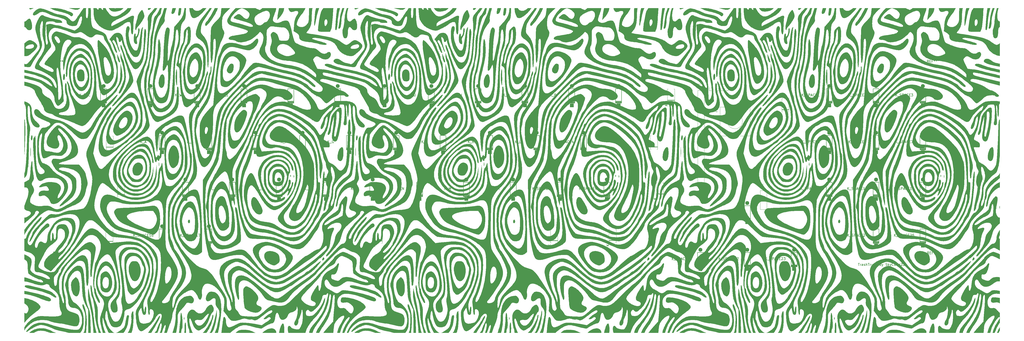
<source format=gbr>
G04 #@! TF.GenerationSoftware,KiCad,Pcbnew,7.0.1*
G04 #@! TF.CreationDate,2023-04-13T23:04:03-07:00*
G04 #@! TF.ProjectId,trashtruck.b,74726173-6874-4727-9563-6b2e622e6b69,rev?*
G04 #@! TF.SameCoordinates,Original*
G04 #@! TF.FileFunction,Legend,Top*
G04 #@! TF.FilePolarity,Positive*
%FSLAX46Y46*%
G04 Gerber Fmt 4.6, Leading zero omitted, Abs format (unit mm)*
G04 Created by KiCad (PCBNEW 7.0.1) date 2023-04-13 23:04:03*
%MOMM*%
%LPD*%
G01*
G04 APERTURE LIST*
%ADD10C,0.000000*%
%ADD11C,0.200000*%
%ADD12C,0.150000*%
%ADD13C,0.120000*%
%ADD14R,1.600000X1.600000*%
%ADD15C,1.600000*%
G04 APERTURE END LIST*
D10*
G36*
X147807679Y-164599176D02*
G01*
X147874038Y-164758250D01*
X147936231Y-164912177D01*
X147994255Y-165060798D01*
X148048105Y-165203950D01*
X148097778Y-165341475D01*
X148143271Y-165473210D01*
X148184580Y-165598995D01*
X148221702Y-165718669D01*
X148254632Y-165832072D01*
X148283368Y-165939042D01*
X148307905Y-166039420D01*
X148328239Y-166133043D01*
X148344369Y-166219752D01*
X148356289Y-166299386D01*
X148363996Y-166371783D01*
X148367487Y-166436784D01*
X148366757Y-166494227D01*
X148361804Y-166543952D01*
X148352624Y-166585797D01*
X148339213Y-166619603D01*
X148330919Y-166633441D01*
X148321567Y-166645208D01*
X148311155Y-166654885D01*
X148299683Y-166662452D01*
X148287150Y-166667888D01*
X148273557Y-166671173D01*
X148258902Y-166672288D01*
X148243186Y-166671211D01*
X148226407Y-166667924D01*
X148208566Y-166662406D01*
X148169693Y-166644596D01*
X148126565Y-166617621D01*
X148079176Y-166581320D01*
X148027524Y-166535532D01*
X147971605Y-166480096D01*
X147911416Y-166414852D01*
X147846952Y-166339640D01*
X147802279Y-166279366D01*
X147757363Y-166206333D01*
X147712501Y-166121536D01*
X147667989Y-166025969D01*
X147624124Y-165920627D01*
X147581204Y-165806505D01*
X147539524Y-165684599D01*
X147499382Y-165555902D01*
X147461074Y-165421409D01*
X147424897Y-165282116D01*
X147360124Y-164993108D01*
X147332121Y-164845382D01*
X147307436Y-164696835D01*
X147286366Y-164548461D01*
X147269208Y-164401257D01*
X147122964Y-162982738D01*
X147807679Y-164599176D01*
G37*
G36*
X473069528Y-213870032D02*
G01*
X473617768Y-213870032D01*
X473624193Y-214222440D01*
X473651731Y-214565665D01*
X473701220Y-214896621D01*
X473732929Y-215040192D01*
X473774679Y-215187836D01*
X473825958Y-215338985D01*
X473886253Y-215493076D01*
X473955051Y-215649541D01*
X474031838Y-215807814D01*
X474207331Y-216127523D01*
X474408626Y-216447675D01*
X474631622Y-216763741D01*
X474872212Y-217071195D01*
X475126294Y-217365509D01*
X475389763Y-217642154D01*
X475658517Y-217896603D01*
X475928449Y-218124328D01*
X476195458Y-218320802D01*
X476326583Y-218405905D01*
X476455438Y-218481497D01*
X476581510Y-218547012D01*
X476704287Y-218601885D01*
X476823254Y-218645549D01*
X476937899Y-218677438D01*
X477047709Y-218696986D01*
X477152171Y-218703628D01*
X477227960Y-218698910D01*
X477311389Y-218685065D01*
X477401608Y-218662560D01*
X477497769Y-218631862D01*
X477599023Y-218593437D01*
X477704523Y-218547751D01*
X477813419Y-218495270D01*
X477924864Y-218436460D01*
X478038008Y-218371789D01*
X478152003Y-218301722D01*
X478266001Y-218226725D01*
X478379154Y-218147265D01*
X478490612Y-218063808D01*
X478599528Y-217976821D01*
X478705053Y-217886770D01*
X478806338Y-217794120D01*
X478999536Y-217595968D01*
X479190399Y-217371461D01*
X479377530Y-217123746D01*
X479559532Y-216855971D01*
X479735005Y-216571285D01*
X479902554Y-216272835D01*
X480060780Y-215963769D01*
X480208284Y-215647235D01*
X480343670Y-215326380D01*
X480465540Y-215004353D01*
X480572495Y-214684302D01*
X480663138Y-214369374D01*
X480736072Y-214062717D01*
X480789897Y-213767480D01*
X480823218Y-213486809D01*
X480834635Y-213223854D01*
X480825924Y-213046135D01*
X480800467Y-212852047D01*
X480759281Y-212643868D01*
X480703385Y-212423874D01*
X480633795Y-212194343D01*
X480551528Y-211957551D01*
X480457601Y-211715776D01*
X480353032Y-211471295D01*
X480238837Y-211226384D01*
X480116034Y-210983321D01*
X479985640Y-210744383D01*
X479848673Y-210511845D01*
X479706148Y-210287987D01*
X479559084Y-210075084D01*
X479408497Y-209875414D01*
X479255404Y-209691253D01*
X479189394Y-209622155D01*
X479116550Y-209557357D01*
X479037230Y-209496843D01*
X478951793Y-209440602D01*
X478860595Y-209388619D01*
X478763994Y-209340880D01*
X478662349Y-209297371D01*
X478556017Y-209258078D01*
X478445355Y-209222989D01*
X478330721Y-209192088D01*
X478212473Y-209165363D01*
X478090968Y-209142798D01*
X477966565Y-209124382D01*
X477839620Y-209110099D01*
X477710493Y-209099936D01*
X477579539Y-209093879D01*
X477409052Y-209092105D01*
X477236879Y-209097065D01*
X477063775Y-209108730D01*
X476890499Y-209127067D01*
X476717807Y-209152048D01*
X476546456Y-209183642D01*
X476377203Y-209221818D01*
X476210805Y-209266547D01*
X476048018Y-209317798D01*
X475889601Y-209375540D01*
X475736309Y-209439743D01*
X475588900Y-209510378D01*
X475448131Y-209587414D01*
X475314758Y-209670819D01*
X475189539Y-209760565D01*
X475073230Y-209856620D01*
X474881638Y-210047693D01*
X474700239Y-210269685D01*
X474529871Y-210519512D01*
X474371377Y-210794089D01*
X474225594Y-211090332D01*
X474093363Y-211405155D01*
X473975525Y-211735473D01*
X473872919Y-212078202D01*
X473786385Y-212430256D01*
X473716762Y-212788551D01*
X473664892Y-213150002D01*
X473631614Y-213511524D01*
X473617768Y-213870032D01*
X473069528Y-213870032D01*
X473067149Y-213587143D01*
X473067615Y-213151156D01*
X473071141Y-212759916D01*
X473078691Y-212409309D01*
X473091227Y-212095220D01*
X473109710Y-211813534D01*
X473135103Y-211560136D01*
X473168368Y-211330912D01*
X473188254Y-211224080D01*
X473210468Y-211121748D01*
X473235132Y-211023402D01*
X473262365Y-210928527D01*
X473292288Y-210836610D01*
X473325021Y-210747136D01*
X473360685Y-210659591D01*
X473399399Y-210573460D01*
X473441284Y-210488229D01*
X473486461Y-210403384D01*
X473587169Y-210232794D01*
X473702485Y-210057574D01*
X473833372Y-209873610D01*
X473980792Y-209676788D01*
X474228255Y-209373080D01*
X474485603Y-209097679D01*
X474752131Y-208850785D01*
X475027136Y-208632596D01*
X475167598Y-208534329D01*
X475309916Y-208443313D01*
X475454001Y-208359573D01*
X475599766Y-208283135D01*
X475747123Y-208214022D01*
X475895984Y-208152260D01*
X476046261Y-208097874D01*
X476197866Y-208050889D01*
X476350712Y-208011330D01*
X476504709Y-207979221D01*
X476659771Y-207954588D01*
X476815810Y-207937455D01*
X476972737Y-207927847D01*
X477130465Y-207925790D01*
X477288905Y-207931308D01*
X477447971Y-207944426D01*
X477607573Y-207965169D01*
X477767625Y-207993562D01*
X477928037Y-208029630D01*
X478088723Y-208073398D01*
X478249594Y-208124890D01*
X478410562Y-208184133D01*
X478571540Y-208251149D01*
X478732440Y-208325966D01*
X478879238Y-208402081D01*
X479025243Y-208486196D01*
X479170022Y-208577894D01*
X479313142Y-208676756D01*
X479454171Y-208782366D01*
X479592675Y-208894307D01*
X479728222Y-209012160D01*
X479860380Y-209135508D01*
X479988715Y-209263935D01*
X480112795Y-209397021D01*
X480232187Y-209534351D01*
X480346459Y-209675506D01*
X480455177Y-209820070D01*
X480557910Y-209967624D01*
X480654223Y-210117751D01*
X480743685Y-210270034D01*
X480853206Y-210463763D01*
X480951871Y-210634484D01*
X481040212Y-210782599D01*
X481118758Y-210908504D01*
X481188040Y-211012600D01*
X481219373Y-211056594D01*
X481248589Y-211095285D01*
X481275754Y-211128723D01*
X481300935Y-211156958D01*
X481324197Y-211180039D01*
X481345608Y-211198017D01*
X481365232Y-211210941D01*
X481383138Y-211218862D01*
X481399390Y-211221828D01*
X481406917Y-211221469D01*
X481414056Y-211219890D01*
X481427201Y-211213099D01*
X481438893Y-211201502D01*
X481449196Y-211185152D01*
X481458178Y-211164096D01*
X481465904Y-211138386D01*
X481472442Y-211108071D01*
X481477857Y-211073201D01*
X481482216Y-211033825D01*
X481488029Y-210941758D01*
X481490413Y-210832267D01*
X481488639Y-210720294D01*
X481481797Y-210607267D01*
X481469983Y-210493340D01*
X481453294Y-210378667D01*
X481431825Y-210263403D01*
X481405673Y-210147702D01*
X481339707Y-209915605D01*
X481256167Y-209683608D01*
X481155825Y-209452943D01*
X481039452Y-209224846D01*
X480907820Y-209000547D01*
X480761701Y-208781280D01*
X480601866Y-208568278D01*
X480429086Y-208362773D01*
X480244134Y-208166000D01*
X480047780Y-207979190D01*
X479840797Y-207803577D01*
X479623956Y-207640393D01*
X479398028Y-207490871D01*
X479198866Y-207373735D01*
X478998921Y-207267952D01*
X478798312Y-207173488D01*
X478597155Y-207090312D01*
X478395568Y-207018390D01*
X478193668Y-206957691D01*
X477991572Y-206908180D01*
X477789398Y-206869826D01*
X477587263Y-206842595D01*
X477385283Y-206826456D01*
X477183577Y-206821374D01*
X476982262Y-206827319D01*
X476781454Y-206844256D01*
X476581272Y-206872153D01*
X476381832Y-206910977D01*
X476183251Y-206960696D01*
X475985648Y-207021278D01*
X475789138Y-207092688D01*
X475593840Y-207174895D01*
X475399871Y-207267865D01*
X475207348Y-207371567D01*
X475016388Y-207485967D01*
X474827108Y-207611033D01*
X474639626Y-207746732D01*
X474454059Y-207893031D01*
X474270525Y-208049897D01*
X474089140Y-208217298D01*
X473910022Y-208395202D01*
X473733287Y-208583574D01*
X473559055Y-208782384D01*
X473387440Y-208991597D01*
X473218562Y-209211181D01*
X472881847Y-209671816D01*
X472745584Y-209872597D01*
X472629016Y-210062191D01*
X472530866Y-210246972D01*
X472449859Y-210433318D01*
X472384717Y-210627604D01*
X472334165Y-210836206D01*
X472296927Y-211065501D01*
X472271725Y-211321866D01*
X472257285Y-211611676D01*
X472252328Y-211941307D01*
X472265764Y-212745541D01*
X472301821Y-213785576D01*
X472343587Y-214758861D01*
X472367159Y-215171332D01*
X472394053Y-215540783D01*
X472425415Y-215872036D01*
X472462392Y-216169910D01*
X472506131Y-216439227D01*
X472557778Y-216684807D01*
X472618480Y-216911470D01*
X472652584Y-217019215D01*
X472689382Y-217124039D01*
X472729017Y-217226544D01*
X472771632Y-217327333D01*
X472866377Y-217526173D01*
X472974763Y-217725381D01*
X473097935Y-217929776D01*
X473237042Y-218144180D01*
X473393229Y-218373413D01*
X473568927Y-218617084D01*
X473748609Y-218846994D01*
X473932035Y-219063112D01*
X474118967Y-219265408D01*
X474309164Y-219453851D01*
X474502387Y-219628409D01*
X474698397Y-219789054D01*
X474896952Y-219935753D01*
X475097815Y-220068477D01*
X475300745Y-220187195D01*
X475505502Y-220291876D01*
X475711848Y-220382490D01*
X475919541Y-220459006D01*
X476128344Y-220521393D01*
X476338015Y-220569622D01*
X476548316Y-220603660D01*
X476759006Y-220623479D01*
X476969847Y-220629046D01*
X477180598Y-220620332D01*
X477391019Y-220597307D01*
X477600872Y-220559938D01*
X477809917Y-220508196D01*
X478017913Y-220442051D01*
X478224622Y-220361470D01*
X478429803Y-220266425D01*
X478633217Y-220156885D01*
X478834624Y-220032818D01*
X479033785Y-219894194D01*
X479230460Y-219740983D01*
X479424409Y-219573154D01*
X479615393Y-219390676D01*
X479803172Y-219193519D01*
X480019998Y-218948508D01*
X480220550Y-218707664D01*
X480405144Y-218470277D01*
X480574095Y-218235635D01*
X480727717Y-218003027D01*
X480866327Y-217771741D01*
X480990240Y-217541067D01*
X481099770Y-217310293D01*
X481195234Y-217078708D01*
X481276946Y-216845599D01*
X481345223Y-216610258D01*
X481400378Y-216371971D01*
X481442728Y-216130027D01*
X481472587Y-215883716D01*
X481490272Y-215632325D01*
X481496096Y-215375145D01*
X481496542Y-215325388D01*
X481497865Y-215276261D01*
X481503056Y-215180144D01*
X481511494Y-215087291D01*
X481523003Y-214998201D01*
X481529856Y-214955223D01*
X481537411Y-214913372D01*
X481545646Y-214872712D01*
X481554541Y-214833305D01*
X481564072Y-214795212D01*
X481574219Y-214758496D01*
X481584959Y-214723219D01*
X481596270Y-214689444D01*
X481608131Y-214657234D01*
X481620521Y-214626649D01*
X481633416Y-214597754D01*
X481646795Y-214570609D01*
X481660636Y-214545278D01*
X481674918Y-214521822D01*
X481689619Y-214500305D01*
X481704716Y-214480788D01*
X481720189Y-214463333D01*
X481736014Y-214448004D01*
X481752171Y-214434862D01*
X481768638Y-214423970D01*
X481785392Y-214415389D01*
X481802411Y-214409184D01*
X481819675Y-214405414D01*
X481837161Y-214404144D01*
X481888127Y-214406805D01*
X481936908Y-214414686D01*
X481983472Y-214427628D01*
X482027786Y-214445477D01*
X482069819Y-214468075D01*
X482109538Y-214495265D01*
X482146912Y-214526892D01*
X482181908Y-214562799D01*
X482214495Y-214602829D01*
X482244640Y-214646827D01*
X482272311Y-214694635D01*
X482297477Y-214746096D01*
X482340163Y-214859356D01*
X482372441Y-214985354D01*
X482394056Y-215122839D01*
X482404751Y-215270558D01*
X482404270Y-215427261D01*
X482392357Y-215591694D01*
X482368754Y-215762607D01*
X482333207Y-215938748D01*
X482285459Y-216118864D01*
X482225253Y-216301704D01*
X481949666Y-217064648D01*
X481841062Y-217369382D01*
X481751725Y-217625930D01*
X481681508Y-217836520D01*
X481630267Y-218003383D01*
X481611718Y-218071114D01*
X481597858Y-218128748D01*
X481588670Y-218176565D01*
X481584135Y-218214843D01*
X481584235Y-218243862D01*
X481588953Y-218263899D01*
X481593037Y-218270637D01*
X481598269Y-218275234D01*
X481604647Y-218277724D01*
X481612167Y-218278144D01*
X481630627Y-218272909D01*
X481653632Y-218259808D01*
X481681163Y-218239118D01*
X481713203Y-218211119D01*
X481790735Y-218134308D01*
X481886084Y-218031604D01*
X482129649Y-217757431D01*
X482199855Y-217673794D01*
X482268097Y-217584459D01*
X482334020Y-217490230D01*
X482397271Y-217391914D01*
X482457495Y-217290316D01*
X482514339Y-217186242D01*
X482567449Y-217080495D01*
X482616471Y-216973883D01*
X482661051Y-216867211D01*
X482700835Y-216761283D01*
X482735470Y-216656906D01*
X482764601Y-216554884D01*
X482787874Y-216456023D01*
X482804936Y-216361129D01*
X482815433Y-216271007D01*
X482819010Y-216186462D01*
X482819477Y-216145959D01*
X482820863Y-216105970D01*
X482823145Y-216066545D01*
X482826300Y-216027735D01*
X482830304Y-215989592D01*
X482835136Y-215952164D01*
X482840773Y-215915503D01*
X482847190Y-215879660D01*
X482854366Y-215844685D01*
X482862278Y-215810629D01*
X482870903Y-215777543D01*
X482880217Y-215745477D01*
X482890198Y-215714481D01*
X482900823Y-215684606D01*
X482912069Y-215655904D01*
X482923914Y-215628424D01*
X482936334Y-215602218D01*
X482949306Y-215577335D01*
X482962807Y-215553827D01*
X482976816Y-215531744D01*
X482991308Y-215511136D01*
X483006261Y-215492055D01*
X483021651Y-215474551D01*
X483037457Y-215458675D01*
X483053655Y-215444477D01*
X483070222Y-215432007D01*
X483087136Y-215421317D01*
X483104373Y-215412457D01*
X483121910Y-215405478D01*
X483139725Y-215400430D01*
X483157795Y-215397365D01*
X483176097Y-215396331D01*
X483239525Y-215409110D01*
X483289868Y-215446466D01*
X483327647Y-215506933D01*
X483353380Y-215589045D01*
X483367586Y-215691335D01*
X483370785Y-215812336D01*
X483346239Y-216104603D01*
X483283894Y-216454111D01*
X483187906Y-216849127D01*
X483062427Y-217277915D01*
X482911611Y-217728740D01*
X482739614Y-218189869D01*
X482550588Y-218649567D01*
X482348687Y-219096099D01*
X482138066Y-219517730D01*
X481922878Y-219902726D01*
X481707277Y-220239353D01*
X481495418Y-220515875D01*
X481392189Y-220627930D01*
X481291453Y-220720558D01*
X481219368Y-220779254D01*
X481156280Y-220827883D01*
X481102075Y-220866031D01*
X481056641Y-220893284D01*
X481037179Y-220902695D01*
X481019866Y-220909227D01*
X481004690Y-220912829D01*
X480991636Y-220913448D01*
X480980691Y-220911033D01*
X480971839Y-220905531D01*
X480965067Y-220896892D01*
X480960361Y-220885064D01*
X480957707Y-220869994D01*
X480957091Y-220851631D01*
X480961914Y-220804820D01*
X480974719Y-220744215D01*
X480995392Y-220669404D01*
X481023821Y-220579972D01*
X481059893Y-220475505D01*
X481154513Y-220219810D01*
X481257214Y-219940136D01*
X481339701Y-219694429D01*
X481401928Y-219482669D01*
X481425430Y-219389511D01*
X481443849Y-219304832D01*
X481457180Y-219228627D01*
X481465418Y-219160895D01*
X481468555Y-219101631D01*
X481466588Y-219050835D01*
X481459510Y-219008502D01*
X481447315Y-218974629D01*
X481429997Y-218949215D01*
X481407552Y-218932256D01*
X481379972Y-218923748D01*
X481347252Y-218923690D01*
X481309387Y-218932079D01*
X481266371Y-218948911D01*
X481218198Y-218974184D01*
X481164863Y-219007895D01*
X481106358Y-219050042D01*
X481042680Y-219100620D01*
X480973822Y-219159628D01*
X480899778Y-219227062D01*
X480736110Y-219387198D01*
X480551630Y-219581007D01*
X480346293Y-219808464D01*
X480093468Y-220075824D01*
X479824945Y-220324332D01*
X479542734Y-220553306D01*
X479248847Y-220762062D01*
X478945291Y-220949917D01*
X478634079Y-221116187D01*
X478317218Y-221260190D01*
X477996720Y-221381242D01*
X477674594Y-221478661D01*
X477352851Y-221551761D01*
X477033499Y-221599862D01*
X476718550Y-221622279D01*
X476410012Y-221618328D01*
X476258776Y-221606252D01*
X476109897Y-221587328D01*
X475963625Y-221561471D01*
X475820213Y-221528594D01*
X475679911Y-221488614D01*
X475542971Y-221441444D01*
X475308950Y-221345488D01*
X475079988Y-221235361D01*
X474856009Y-221110982D01*
X474636934Y-220972272D01*
X474422686Y-220819149D01*
X474213188Y-220651533D01*
X474008360Y-220469342D01*
X473808126Y-220272498D01*
X473612408Y-220060918D01*
X473421128Y-219834523D01*
X473234207Y-219593231D01*
X473051569Y-219336963D01*
X472873136Y-219065636D01*
X472698829Y-218779172D01*
X472528571Y-218477489D01*
X472362284Y-218160507D01*
X472079460Y-217581537D01*
X471961488Y-217318913D01*
X471857930Y-217067987D01*
X471767879Y-216824098D01*
X471690425Y-216582589D01*
X471624660Y-216338800D01*
X471569675Y-216088073D01*
X471524562Y-215825750D01*
X471488412Y-215547173D01*
X471460317Y-215247681D01*
X471439367Y-214922617D01*
X471424655Y-214567323D01*
X471415271Y-214177138D01*
X471408854Y-213273468D01*
X471413124Y-212316965D01*
X471420520Y-211917256D01*
X471433252Y-211562245D01*
X471452693Y-211246181D01*
X471480216Y-210963317D01*
X471517192Y-210707905D01*
X471539655Y-210588696D01*
X471564995Y-210474194D01*
X471593384Y-210363681D01*
X471624995Y-210256438D01*
X471659998Y-210151746D01*
X471698565Y-210048887D01*
X471740868Y-209947142D01*
X471787078Y-209845792D01*
X471891906Y-209641406D01*
X472014421Y-209429979D01*
X472155995Y-209205763D01*
X472318001Y-208963009D01*
X472501811Y-208695968D01*
X472723465Y-208390099D01*
X472949259Y-208105375D01*
X473179756Y-207841527D01*
X473415521Y-207598286D01*
X473657116Y-207375381D01*
X473905105Y-207172545D01*
X474160053Y-206989507D01*
X474422523Y-206825997D01*
X474693079Y-206681747D01*
X474972284Y-206556486D01*
X475260702Y-206449946D01*
X475558897Y-206361856D01*
X475867433Y-206291948D01*
X476186873Y-206239952D01*
X476517781Y-206205598D01*
X476860720Y-206188617D01*
X476860720Y-206188629D01*
X476960989Y-206186945D01*
X477062293Y-206186675D01*
X477164649Y-206187805D01*
X477268070Y-206190320D01*
X477372571Y-206194207D01*
X477478168Y-206199449D01*
X477584875Y-206206034D01*
X477692706Y-206213947D01*
X477908946Y-206235218D01*
X478121435Y-206264452D01*
X478330027Y-206301517D01*
X478534578Y-206346281D01*
X478734943Y-206398611D01*
X478930976Y-206458374D01*
X479122533Y-206525438D01*
X479309470Y-206599671D01*
X479491641Y-206680940D01*
X479668901Y-206769112D01*
X479841106Y-206864056D01*
X480008110Y-206965638D01*
X480169769Y-207073726D01*
X480325938Y-207188188D01*
X480476472Y-207308891D01*
X480621226Y-207435703D01*
X480760056Y-207568490D01*
X480892815Y-207707121D01*
X481019361Y-207851464D01*
X481139547Y-208001385D01*
X481253228Y-208156752D01*
X481360261Y-208317433D01*
X481460500Y-208483295D01*
X481553799Y-208654206D01*
X481640016Y-208830033D01*
X481719003Y-209010644D01*
X481790617Y-209195906D01*
X481854713Y-209385687D01*
X481911145Y-209579854D01*
X481959770Y-209778274D01*
X482000441Y-209980816D01*
X482033015Y-210187347D01*
X482055699Y-210364226D01*
X482074271Y-210532275D01*
X482088758Y-210691137D01*
X482099188Y-210840456D01*
X482105587Y-210979877D01*
X482107983Y-211109042D01*
X482106404Y-211227596D01*
X482100876Y-211335183D01*
X482096639Y-211384752D01*
X482091426Y-211431446D01*
X482085239Y-211475220D01*
X482078083Y-211516030D01*
X482069959Y-211553830D01*
X482060872Y-211588578D01*
X482050826Y-211620227D01*
X482039822Y-211648734D01*
X482027866Y-211674053D01*
X482014960Y-211696142D01*
X482001108Y-211714954D01*
X481986313Y-211730445D01*
X481970579Y-211742572D01*
X481953908Y-211751289D01*
X481936305Y-211756552D01*
X481917773Y-211758316D01*
X481900643Y-211760714D01*
X481883241Y-211767832D01*
X481847758Y-211795754D01*
X481811588Y-211841140D01*
X481774996Y-211903050D01*
X481738248Y-211980543D01*
X481701608Y-212072677D01*
X481665341Y-212178512D01*
X481629713Y-212297107D01*
X481594988Y-212427521D01*
X481561431Y-212568813D01*
X481498882Y-212880267D01*
X481444186Y-213223941D01*
X481399462Y-213592308D01*
X481340141Y-214068646D01*
X481262019Y-214532410D01*
X481165516Y-214982800D01*
X481051048Y-215419018D01*
X480919036Y-215840266D01*
X480769897Y-216245746D01*
X480604049Y-216634658D01*
X480421912Y-217006204D01*
X480223903Y-217359587D01*
X480010441Y-217694006D01*
X479781944Y-218008665D01*
X479538831Y-218302765D01*
X479411924Y-218441855D01*
X479281520Y-218575506D01*
X479147671Y-218703618D01*
X479010430Y-218826091D01*
X478869848Y-218942826D01*
X478725978Y-219053722D01*
X478578873Y-219158679D01*
X478428584Y-219257599D01*
X478205619Y-219397328D01*
X478005980Y-219519371D01*
X477826808Y-219624150D01*
X477665247Y-219712088D01*
X477518441Y-219783607D01*
X477449677Y-219813341D01*
X477383531Y-219839129D01*
X477319645Y-219861023D01*
X477257662Y-219879077D01*
X477197225Y-219893342D01*
X477137976Y-219903872D01*
X477079559Y-219910720D01*
X477021617Y-219913938D01*
X476963792Y-219913579D01*
X476905727Y-219909697D01*
X476847065Y-219902343D01*
X476787449Y-219891570D01*
X476726522Y-219877432D01*
X476663926Y-219859981D01*
X476599306Y-219839270D01*
X476532302Y-219815351D01*
X476389720Y-219758104D01*
X476233322Y-219688661D01*
X476060252Y-219607444D01*
X475949920Y-219549928D01*
X475832724Y-219479660D01*
X475709696Y-219397616D01*
X475581867Y-219304773D01*
X475450269Y-219202106D01*
X475315934Y-219090593D01*
X475179894Y-218971210D01*
X475043179Y-218844932D01*
X474906823Y-218712737D01*
X474771855Y-218575601D01*
X474639309Y-218434499D01*
X474510216Y-218290409D01*
X474385608Y-218144307D01*
X474266515Y-217997168D01*
X474153971Y-217849970D01*
X474049006Y-217703689D01*
X473752277Y-217259956D01*
X473629314Y-217058806D01*
X473521900Y-216865660D01*
X473428995Y-216676165D01*
X473349558Y-216485965D01*
X473282549Y-216290705D01*
X473226928Y-216086031D01*
X473181656Y-215867587D01*
X473145693Y-215631020D01*
X473117998Y-215371974D01*
X473097531Y-215086094D01*
X473083253Y-214769025D01*
X473074123Y-214416414D01*
X473069528Y-213870032D01*
G37*
G36*
X416235839Y-269639072D02*
G01*
X416264167Y-269643072D01*
X416291117Y-269648704D01*
X416316696Y-269655987D01*
X416340912Y-269664941D01*
X416363770Y-269675583D01*
X416385279Y-269687933D01*
X416405445Y-269702010D01*
X416424276Y-269717831D01*
X416441778Y-269735416D01*
X416457960Y-269754784D01*
X416472827Y-269775953D01*
X416486387Y-269798942D01*
X416498647Y-269823771D01*
X416509614Y-269850457D01*
X416527698Y-269909477D01*
X416540696Y-269976154D01*
X416548664Y-270050637D01*
X416551660Y-270133076D01*
X416549740Y-270223622D01*
X416542960Y-270322425D01*
X416531379Y-270429635D01*
X416515052Y-270545402D01*
X416357415Y-271622117D01*
X416177089Y-272933372D01*
X416136276Y-273189565D01*
X416081846Y-273449316D01*
X416014495Y-273711534D01*
X415934918Y-273975128D01*
X415843810Y-274239006D01*
X415741868Y-274502077D01*
X415629786Y-274763251D01*
X415508260Y-275021436D01*
X415377985Y-275275541D01*
X415239657Y-275524475D01*
X415093972Y-275767147D01*
X414941625Y-276002465D01*
X414783312Y-276229339D01*
X414619728Y-276446677D01*
X414451568Y-276653388D01*
X414279528Y-276848381D01*
X411278678Y-276848381D01*
X411473524Y-276777408D01*
X411687984Y-276682930D01*
X411918293Y-276567556D01*
X412160689Y-276433896D01*
X412411408Y-276284560D01*
X412666686Y-276122155D01*
X412922760Y-275949291D01*
X413175867Y-275768579D01*
X413422244Y-275582627D01*
X413658126Y-275394044D01*
X413879751Y-275205441D01*
X414083356Y-275019425D01*
X414265176Y-274838607D01*
X414421449Y-274665596D01*
X414548411Y-274503001D01*
X414599724Y-274426425D01*
X414642298Y-274353431D01*
X414675857Y-274285960D01*
X414710650Y-274206965D01*
X414782845Y-274018334D01*
X414856703Y-273795392D01*
X414930042Y-273545993D01*
X415000679Y-273277991D01*
X415066432Y-272999238D01*
X415125121Y-272717588D01*
X415174563Y-272440895D01*
X415246740Y-272001444D01*
X415313202Y-271609630D01*
X415374897Y-271262790D01*
X415432774Y-270958264D01*
X415460578Y-270821038D01*
X415487783Y-270693392D01*
X415514509Y-270574994D01*
X415540873Y-270465511D01*
X415566995Y-270364612D01*
X415592993Y-270271963D01*
X415618986Y-270187231D01*
X415645092Y-270110084D01*
X415671430Y-270040190D01*
X415698119Y-269977216D01*
X415725277Y-269920828D01*
X415753023Y-269870696D01*
X415781475Y-269826485D01*
X415810753Y-269787864D01*
X415840975Y-269754500D01*
X415872259Y-269726059D01*
X415904725Y-269702211D01*
X415938490Y-269682621D01*
X415973674Y-269666957D01*
X416010394Y-269654888D01*
X416048771Y-269646079D01*
X416088922Y-269640199D01*
X416130966Y-269636915D01*
X416175021Y-269635894D01*
X416235839Y-269639072D01*
G37*
G36*
X264556668Y-160866256D02*
G01*
X264702268Y-160875507D01*
X264848474Y-160890432D01*
X264995238Y-160911063D01*
X265142515Y-160937430D01*
X265290259Y-160969564D01*
X265438423Y-161007498D01*
X265586960Y-161051263D01*
X265735825Y-161100891D01*
X265884971Y-161156411D01*
X266034351Y-161217857D01*
X266183920Y-161285259D01*
X266333630Y-161358648D01*
X266483437Y-161438057D01*
X266633292Y-161523516D01*
X266783151Y-161615057D01*
X267265236Y-161936413D01*
X267473118Y-162094719D01*
X267663562Y-162259534D01*
X267840068Y-162436926D01*
X268006138Y-162632963D01*
X268165273Y-162853713D01*
X268320973Y-163105243D01*
X268476740Y-163393623D01*
X268636074Y-163724919D01*
X268802478Y-164105199D01*
X268979451Y-164540532D01*
X269379112Y-165600628D01*
X269863065Y-166953748D01*
X270195605Y-167915522D01*
X270450440Y-168732332D01*
X270552171Y-169112229D01*
X270638618Y-169486911D01*
X270711164Y-169866718D01*
X270771188Y-170261992D01*
X270820073Y-170683074D01*
X270859198Y-171140307D01*
X270913698Y-172204587D01*
X270945734Y-173537567D01*
X270966357Y-175221977D01*
X270978778Y-176208426D01*
X270996414Y-177094560D01*
X271020520Y-177886101D01*
X271035392Y-178248187D01*
X271052353Y-178588772D01*
X271071560Y-178908569D01*
X271093170Y-179208295D01*
X271117340Y-179488664D01*
X271144227Y-179750393D01*
X271173988Y-179994196D01*
X271206781Y-180220788D01*
X271242762Y-180430886D01*
X271282088Y-180625203D01*
X271324916Y-180804457D01*
X271371404Y-180969361D01*
X271421708Y-181120631D01*
X271475986Y-181258983D01*
X271534395Y-181385132D01*
X271597091Y-181499793D01*
X271664232Y-181603681D01*
X271735975Y-181697512D01*
X271812477Y-181782002D01*
X271893894Y-181857864D01*
X271980385Y-181925816D01*
X272072106Y-181986571D01*
X272169213Y-182040846D01*
X272271865Y-182089355D01*
X272380218Y-182132815D01*
X272494430Y-182171940D01*
X272589264Y-182192964D01*
X272696528Y-182200254D01*
X272815504Y-182194289D01*
X272945476Y-182175547D01*
X273235541Y-182101644D01*
X273560989Y-181982370D01*
X273916089Y-181821551D01*
X274295108Y-181623012D01*
X274692311Y-181390581D01*
X275101968Y-181128081D01*
X275518344Y-180839339D01*
X275935706Y-180528181D01*
X276348323Y-180198432D01*
X276750460Y-179853919D01*
X277136385Y-179498466D01*
X277500366Y-179135899D01*
X277836669Y-178770044D01*
X278139562Y-178404728D01*
X278540493Y-177884075D01*
X278899085Y-177399738D01*
X279217684Y-176944737D01*
X279498635Y-176512088D01*
X279744284Y-176094811D01*
X279956978Y-175685925D01*
X280139063Y-175278446D01*
X280292884Y-174865393D01*
X280420786Y-174439785D01*
X280525117Y-173994641D01*
X280608222Y-173522977D01*
X280672446Y-173017814D01*
X280720137Y-172472168D01*
X280753639Y-171879058D01*
X280775298Y-171231504D01*
X280787461Y-170522522D01*
X280826734Y-166953748D01*
X281314042Y-169434217D01*
X281409600Y-169970448D01*
X281483086Y-170493843D01*
X281534507Y-171004369D01*
X281563865Y-171501993D01*
X281571165Y-171986682D01*
X281556410Y-172458401D01*
X281519606Y-172917119D01*
X281460756Y-173362800D01*
X281379865Y-173795414D01*
X281276935Y-174214924D01*
X281151972Y-174621300D01*
X281004980Y-175014506D01*
X280835962Y-175394510D01*
X280644923Y-175761279D01*
X280431867Y-176114779D01*
X280196798Y-176454977D01*
X280118217Y-176563713D01*
X280041836Y-176673771D01*
X279968052Y-176784393D01*
X279897261Y-176894825D01*
X279829857Y-177004309D01*
X279766238Y-177112089D01*
X279706799Y-177217409D01*
X279651936Y-177319513D01*
X279602044Y-177417645D01*
X279557521Y-177511048D01*
X279518761Y-177598967D01*
X279486160Y-177680645D01*
X279460115Y-177755325D01*
X279441021Y-177822252D01*
X279429275Y-177880669D01*
X279425271Y-177929821D01*
X279412883Y-177984092D01*
X279376488Y-178060053D01*
X279236283Y-178272358D01*
X279013876Y-178557377D01*
X278718484Y-178905749D01*
X277945621Y-179755105D01*
X276991443Y-180745542D01*
X275929697Y-181802173D01*
X274834131Y-182850112D01*
X273778492Y-183814473D01*
X272836528Y-184620369D01*
X272685599Y-184749598D01*
X272519729Y-184902923D01*
X272149869Y-185273960D01*
X271740361Y-185717676D01*
X271304615Y-186218270D01*
X270856043Y-186759937D01*
X270408055Y-187326877D01*
X269974063Y-187903286D01*
X269567477Y-188473362D01*
X269222318Y-188963078D01*
X268884993Y-189422787D01*
X268555741Y-189852268D01*
X268234798Y-190251303D01*
X267922403Y-190619674D01*
X267618793Y-190957160D01*
X267324206Y-191263544D01*
X267038878Y-191538606D01*
X266763049Y-191782127D01*
X266496955Y-191993890D01*
X266240833Y-192173674D01*
X266116587Y-192251505D01*
X265994923Y-192321260D01*
X265875870Y-192382911D01*
X265759460Y-192436431D01*
X265645721Y-192481792D01*
X265534683Y-192518967D01*
X265426376Y-192547928D01*
X265320829Y-192568649D01*
X265218073Y-192581101D01*
X265118137Y-192585258D01*
X265050519Y-192579399D01*
X264960215Y-192562208D01*
X264717607Y-192496142D01*
X264402432Y-192391690D01*
X264026810Y-192253478D01*
X263602860Y-192086136D01*
X263142702Y-191894293D01*
X262658457Y-191682575D01*
X262162244Y-191455612D01*
X261636557Y-191217168D01*
X261067840Y-190972549D01*
X260474139Y-190728695D01*
X259873500Y-190492544D01*
X259283972Y-190271033D01*
X258723600Y-190071101D01*
X258210431Y-189899685D01*
X257762513Y-189763725D01*
X257336749Y-189640459D01*
X256926040Y-189516224D01*
X256531669Y-189391556D01*
X256154919Y-189266991D01*
X255797073Y-189143064D01*
X255459414Y-189020312D01*
X255143226Y-188899269D01*
X254849792Y-188780471D01*
X254580394Y-188664454D01*
X254336317Y-188551755D01*
X254118843Y-188442907D01*
X253929256Y-188338448D01*
X253768838Y-188238912D01*
X253638874Y-188144836D01*
X253585712Y-188100012D01*
X253540645Y-188056755D01*
X253503833Y-188015130D01*
X253475436Y-187975204D01*
X253450118Y-187944186D01*
X253412039Y-187911759D01*
X253361970Y-187878189D01*
X253300684Y-187843741D01*
X253228952Y-187808680D01*
X253147545Y-187773272D01*
X253057235Y-187737781D01*
X252958794Y-187702473D01*
X252740605Y-187633469D01*
X252499150Y-187568380D01*
X252240603Y-187509329D01*
X251971135Y-187458439D01*
X251852782Y-187436294D01*
X251735915Y-187410175D01*
X251620682Y-187380212D01*
X251507233Y-187346535D01*
X251395717Y-187309276D01*
X251286283Y-187268566D01*
X251179080Y-187224535D01*
X251074256Y-187177315D01*
X250971960Y-187127036D01*
X250872343Y-187073829D01*
X250775551Y-187017826D01*
X250681735Y-186959156D01*
X250591044Y-186897952D01*
X250503626Y-186834344D01*
X250419630Y-186768462D01*
X250339206Y-186700439D01*
X250262501Y-186630404D01*
X250189666Y-186558489D01*
X250120849Y-186484824D01*
X250056199Y-186409541D01*
X249995865Y-186332770D01*
X249939996Y-186254643D01*
X249888741Y-186175290D01*
X249842249Y-186094842D01*
X249800668Y-186013430D01*
X249764149Y-185931185D01*
X249732839Y-185848238D01*
X249706888Y-185764720D01*
X249686444Y-185680762D01*
X249671657Y-185596494D01*
X249662676Y-185512048D01*
X249659649Y-185427555D01*
X249650212Y-185371811D01*
X249622523Y-185287387D01*
X249516118Y-185039401D01*
X249347895Y-184697400D01*
X249125315Y-184275188D01*
X248855838Y-183786570D01*
X248546926Y-183245349D01*
X248206039Y-182665331D01*
X247840638Y-182060318D01*
X247475238Y-181453094D01*
X247134351Y-180866739D01*
X246825439Y-180315507D01*
X246555962Y-179813652D01*
X246333382Y-179375428D01*
X246242010Y-179184632D01*
X246165159Y-179015088D01*
X246103763Y-178868580D01*
X246058754Y-178746887D01*
X246031065Y-178651793D01*
X246021628Y-178585079D01*
X246017525Y-178515456D01*
X246005363Y-178444476D01*
X245985360Y-178372295D01*
X245957735Y-178299066D01*
X245880494Y-178150077D01*
X245775390Y-177998739D01*
X245644173Y-177846283D01*
X245488594Y-177693939D01*
X245310402Y-177542936D01*
X245111348Y-177394505D01*
X244893182Y-177249875D01*
X244657653Y-177110277D01*
X244406513Y-176976940D01*
X244141511Y-176851094D01*
X243864398Y-176733970D01*
X243576923Y-176626797D01*
X243280836Y-176530806D01*
X242977888Y-176447225D01*
X242384325Y-176294519D01*
X241720601Y-176121147D01*
X241720601Y-174502641D01*
X242781144Y-174773208D01*
X243738618Y-175031082D01*
X244597805Y-175278472D01*
X245363484Y-175517586D01*
X245712752Y-175634730D01*
X246040436Y-175750633D01*
X246347133Y-175865571D01*
X246633442Y-175979821D01*
X246899959Y-176093658D01*
X247147282Y-176207358D01*
X247376009Y-176321197D01*
X247586737Y-176435452D01*
X247780065Y-176550399D01*
X247956588Y-176666313D01*
X248116906Y-176783471D01*
X248261615Y-176902148D01*
X248391314Y-177022621D01*
X248506599Y-177145166D01*
X248608069Y-177270058D01*
X248696320Y-177397574D01*
X248771951Y-177527991D01*
X248835559Y-177661583D01*
X248887742Y-177798627D01*
X248929097Y-177939399D01*
X248960222Y-178084175D01*
X248981714Y-178233231D01*
X248994171Y-178386843D01*
X248998191Y-178545288D01*
X249001183Y-178620176D01*
X249010085Y-178696423D01*
X249024785Y-178773914D01*
X249045169Y-178852536D01*
X249102541Y-179012714D01*
X249181300Y-179176044D01*
X249280546Y-179341612D01*
X249399378Y-179508507D01*
X249536895Y-179675815D01*
X249692197Y-179842622D01*
X249864383Y-180008017D01*
X250052552Y-180171086D01*
X250255804Y-180330916D01*
X250473237Y-180486593D01*
X250703951Y-180637206D01*
X250947046Y-180781841D01*
X251201620Y-180919586D01*
X251466773Y-181049526D01*
X251636676Y-181132747D01*
X251794643Y-181219728D01*
X251942366Y-181312813D01*
X252081537Y-181414344D01*
X252213846Y-181526661D01*
X252340987Y-181652108D01*
X252464650Y-181793025D01*
X252586526Y-181951756D01*
X252708308Y-182130642D01*
X252831687Y-182332025D01*
X252958355Y-182558247D01*
X253090003Y-182811650D01*
X253228323Y-183094576D01*
X253375006Y-183409368D01*
X253700229Y-184143913D01*
X253782818Y-184317715D01*
X253875183Y-184480575D01*
X253976737Y-184632481D01*
X254086888Y-184773424D01*
X254205046Y-184903392D01*
X254330623Y-185022375D01*
X254463028Y-185130363D01*
X254601672Y-185227344D01*
X254745965Y-185313309D01*
X254895317Y-185388247D01*
X255049138Y-185452147D01*
X255206839Y-185504998D01*
X255367830Y-185546790D01*
X255531521Y-185577513D01*
X255697323Y-185597156D01*
X255864645Y-185605707D01*
X256032899Y-185603158D01*
X256201493Y-185589496D01*
X256369839Y-185564712D01*
X256537347Y-185528795D01*
X256703427Y-185481735D01*
X256867489Y-185423520D01*
X257028944Y-185354140D01*
X257187201Y-185273585D01*
X257341672Y-185181844D01*
X257491765Y-185078906D01*
X257636893Y-184964761D01*
X257776464Y-184839398D01*
X257909889Y-184702808D01*
X258036579Y-184554978D01*
X258155943Y-184395898D01*
X258267392Y-184225559D01*
X258389766Y-184001186D01*
X258500267Y-183751208D01*
X258598583Y-183479524D01*
X258684400Y-183190038D01*
X258757405Y-182886650D01*
X258817287Y-182573263D01*
X258863733Y-182253778D01*
X258896429Y-181932098D01*
X258915064Y-181612122D01*
X258919324Y-181297755D01*
X258908897Y-180992896D01*
X258883469Y-180701448D01*
X258842730Y-180427313D01*
X258786365Y-180174391D01*
X258714062Y-179946586D01*
X258671836Y-179843321D01*
X258625508Y-179747799D01*
X258579981Y-179652133D01*
X258536871Y-179542544D01*
X258458020Y-179285920D01*
X258389178Y-178986574D01*
X258330569Y-178653155D01*
X258282415Y-178294311D01*
X258244940Y-177918690D01*
X258218368Y-177534941D01*
X258202921Y-177151712D01*
X258198823Y-176777652D01*
X258206296Y-176421407D01*
X258225565Y-176091628D01*
X258256853Y-175796962D01*
X258300382Y-175546057D01*
X258356377Y-175347562D01*
X258389118Y-175270671D01*
X258425060Y-175210125D01*
X258464229Y-175167006D01*
X258506654Y-175142395D01*
X258559864Y-175129960D01*
X258584949Y-175128581D01*
X258609033Y-175130479D01*
X258632128Y-175135692D01*
X258654245Y-175144261D01*
X258675393Y-175156223D01*
X258695582Y-175171617D01*
X258733131Y-175212856D01*
X258766973Y-175268289D01*
X258797194Y-175338226D01*
X258823877Y-175422977D01*
X258847107Y-175522852D01*
X258866967Y-175638162D01*
X258883541Y-175769215D01*
X258896913Y-175916323D01*
X258907168Y-176079796D01*
X258914388Y-176259943D01*
X258920064Y-176671501D01*
X258922447Y-176848934D01*
X258929438Y-177035814D01*
X258956304Y-177431589D01*
X258998780Y-177846167D01*
X259054986Y-178266893D01*
X259123039Y-178681109D01*
X259201059Y-179076159D01*
X259287162Y-179439386D01*
X259332657Y-179605110D01*
X259379468Y-179758133D01*
X259512361Y-180182462D01*
X259631409Y-180593230D01*
X259736581Y-180990521D01*
X259827843Y-181374420D01*
X259905164Y-181745012D01*
X259968511Y-182102381D01*
X260017852Y-182446611D01*
X260053155Y-182777789D01*
X260074387Y-183095997D01*
X260081516Y-183401321D01*
X260074511Y-183693845D01*
X260053337Y-183973654D01*
X260017964Y-184240833D01*
X259968359Y-184495467D01*
X259904489Y-184737639D01*
X259826323Y-184967435D01*
X259733828Y-185184939D01*
X259626971Y-185390235D01*
X259505721Y-185583410D01*
X259370045Y-185764546D01*
X259219911Y-185933730D01*
X259055287Y-186091044D01*
X258876139Y-186236575D01*
X258682437Y-186370407D01*
X258474147Y-186492623D01*
X258251238Y-186603310D01*
X258013677Y-186702552D01*
X257761431Y-186790432D01*
X257494469Y-186867037D01*
X257212758Y-186932450D01*
X256916266Y-186986756D01*
X256604961Y-187030040D01*
X256561160Y-187035857D01*
X256518076Y-187042815D01*
X256475755Y-187050880D01*
X256434239Y-187060023D01*
X256393573Y-187070211D01*
X256353801Y-187081413D01*
X256314968Y-187093596D01*
X256277117Y-187106729D01*
X256240292Y-187120780D01*
X256204538Y-187135718D01*
X256169899Y-187151510D01*
X256136419Y-187168125D01*
X256104142Y-187185531D01*
X256073112Y-187203696D01*
X256043373Y-187222589D01*
X256014969Y-187242178D01*
X255987945Y-187262431D01*
X255962345Y-187283316D01*
X255938213Y-187304802D01*
X255915592Y-187326857D01*
X255894528Y-187349449D01*
X255875063Y-187372546D01*
X255857243Y-187396116D01*
X255841112Y-187420129D01*
X255826713Y-187444551D01*
X255814090Y-187469352D01*
X255803289Y-187494499D01*
X255794352Y-187519961D01*
X255787325Y-187545706D01*
X255782251Y-187571702D01*
X255779174Y-187597917D01*
X255778138Y-187624321D01*
X255794193Y-187685087D01*
X255841087Y-187743340D01*
X255916911Y-187798996D01*
X256019757Y-187851969D01*
X256298884Y-187949535D01*
X256663202Y-188035362D01*
X257097446Y-188108778D01*
X257586351Y-188169108D01*
X258114653Y-188215678D01*
X258667086Y-188247814D01*
X259228386Y-188264842D01*
X259783287Y-188266089D01*
X260316525Y-188250880D01*
X260812834Y-188218541D01*
X261256950Y-188168398D01*
X261633607Y-188099777D01*
X261927541Y-188012005D01*
X262038716Y-187960726D01*
X262123487Y-187904407D01*
X262250416Y-187775044D01*
X262349964Y-187617199D01*
X262421219Y-187426883D01*
X262463270Y-187200108D01*
X262475205Y-186932883D01*
X262456114Y-186621221D01*
X262405084Y-186261131D01*
X262321205Y-185848626D01*
X262203565Y-185379715D01*
X262051252Y-184850410D01*
X261638965Y-183594662D01*
X261077051Y-182049467D01*
X260358220Y-180182914D01*
X260201810Y-179761914D01*
X260055934Y-179325894D01*
X259923782Y-178887490D01*
X259808542Y-178459338D01*
X259713404Y-178054073D01*
X259674370Y-177863973D01*
X259641556Y-177684333D01*
X259615363Y-177516733D01*
X259596188Y-177362752D01*
X259584431Y-177223970D01*
X259580489Y-177101967D01*
X259578791Y-176986904D01*
X259573614Y-176868489D01*
X259565138Y-176747614D01*
X259553538Y-176625174D01*
X259538993Y-176502060D01*
X259521679Y-176379168D01*
X259501774Y-176257389D01*
X259479455Y-176137618D01*
X259454900Y-176020748D01*
X259428286Y-175907672D01*
X259399790Y-175799283D01*
X259369590Y-175696475D01*
X259337863Y-175600141D01*
X259304786Y-175511175D01*
X259270536Y-175430470D01*
X259235292Y-175358919D01*
X259201187Y-175291207D01*
X259170283Y-175221766D01*
X259142644Y-175151111D01*
X259118335Y-175079754D01*
X259097419Y-175008211D01*
X259079962Y-174936994D01*
X259066027Y-174866619D01*
X259055678Y-174797598D01*
X259048981Y-174730446D01*
X259045998Y-174665677D01*
X259046795Y-174603804D01*
X259051435Y-174545342D01*
X259059983Y-174490805D01*
X259072504Y-174440706D01*
X259080273Y-174417482D01*
X259089060Y-174395560D01*
X259098872Y-174375005D01*
X259109717Y-174355880D01*
X259134206Y-174330842D01*
X259163992Y-174325291D01*
X259198680Y-174338202D01*
X259237876Y-174368549D01*
X259328212Y-174477449D01*
X259431842Y-174643783D01*
X259545609Y-174859344D01*
X259666353Y-175115926D01*
X259790919Y-175405322D01*
X259916146Y-175719326D01*
X260155957Y-176388326D01*
X260264224Y-176726910D01*
X260360521Y-177057274D01*
X260441692Y-177371211D01*
X260504577Y-177660514D01*
X260546019Y-177916977D01*
X260562860Y-178132393D01*
X260573971Y-178302974D01*
X260600809Y-178483645D01*
X260642628Y-178673445D01*
X260698677Y-178871417D01*
X260768211Y-179076600D01*
X260850481Y-179288035D01*
X261050238Y-179725827D01*
X261291966Y-180177116D01*
X261569683Y-180634231D01*
X261877406Y-181089496D01*
X262209154Y-181535238D01*
X262558944Y-181963783D01*
X262920793Y-182367457D01*
X263288720Y-182738586D01*
X263656741Y-183069496D01*
X264018876Y-183352514D01*
X264195866Y-183473664D01*
X264369141Y-183579964D01*
X264537953Y-183670454D01*
X264701554Y-183744175D01*
X264859197Y-183800167D01*
X265010133Y-183837471D01*
X265333224Y-183884494D01*
X265646740Y-183902715D01*
X265950578Y-183892375D01*
X266244632Y-183853712D01*
X266528798Y-183786967D01*
X266802971Y-183692380D01*
X267067045Y-183570188D01*
X267320918Y-183420634D01*
X267564482Y-183243956D01*
X267797635Y-183040393D01*
X268020270Y-182810186D01*
X268232284Y-182553574D01*
X268624027Y-181962094D01*
X268972025Y-181267871D01*
X269275441Y-180472822D01*
X269533436Y-179578865D01*
X269745172Y-178587916D01*
X269909810Y-177501894D01*
X270026513Y-176322715D01*
X270094442Y-175052298D01*
X270112760Y-173692558D01*
X270080627Y-172245414D01*
X270030949Y-171135801D01*
X270002961Y-170647601D01*
X269972107Y-170199082D01*
X269937815Y-169786705D01*
X269899511Y-169406927D01*
X269856621Y-169056207D01*
X269808570Y-168731004D01*
X269754787Y-168427776D01*
X269694696Y-168142983D01*
X269627724Y-167873082D01*
X269553298Y-167614532D01*
X269470843Y-167363792D01*
X269379786Y-167117321D01*
X269279554Y-166871576D01*
X269169572Y-166623018D01*
X268966218Y-166192357D01*
X268760791Y-165783748D01*
X268553182Y-165397059D01*
X268343285Y-165032162D01*
X268130993Y-164688926D01*
X267916198Y-164367223D01*
X267698793Y-164066923D01*
X267478670Y-163787897D01*
X267255724Y-163530013D01*
X267029845Y-163293144D01*
X266800927Y-163077160D01*
X266568863Y-162881930D01*
X266333546Y-162707326D01*
X266094867Y-162553217D01*
X265852721Y-162419475D01*
X265606999Y-162305969D01*
X265307944Y-162184385D01*
X265035069Y-162081929D01*
X264784924Y-161999336D01*
X264667298Y-161965718D01*
X264554061Y-161937341D01*
X264444781Y-161914298D01*
X264339029Y-161896680D01*
X264236371Y-161884579D01*
X264136379Y-161878087D01*
X264038619Y-161877296D01*
X263942661Y-161882299D01*
X263848075Y-161893185D01*
X263754428Y-161910049D01*
X263661289Y-161932981D01*
X263568227Y-161962074D01*
X263474812Y-161997418D01*
X263380612Y-162039108D01*
X263285195Y-162087233D01*
X263188131Y-162141886D01*
X263088989Y-162203159D01*
X262987336Y-162271145D01*
X262774778Y-162427618D01*
X262547005Y-162612041D01*
X262300571Y-162825150D01*
X262032024Y-163067680D01*
X261735725Y-163363518D01*
X261450717Y-163695917D01*
X261178080Y-164061966D01*
X260918893Y-164458756D01*
X260674236Y-164883375D01*
X260445189Y-165332915D01*
X260232831Y-165804464D01*
X260038243Y-166295114D01*
X259862504Y-166801953D01*
X259706693Y-167322072D01*
X259571891Y-167852561D01*
X259459177Y-168390509D01*
X259369631Y-168933007D01*
X259304333Y-169477143D01*
X259264362Y-170020009D01*
X259250798Y-170558695D01*
X259249083Y-170744444D01*
X259244048Y-170927065D01*
X259235865Y-171105525D01*
X259224702Y-171278789D01*
X259210729Y-171445823D01*
X259194116Y-171605592D01*
X259175032Y-171757061D01*
X259153647Y-171899197D01*
X259130130Y-172030964D01*
X259104651Y-172151329D01*
X259077380Y-172259258D01*
X259048485Y-172353715D01*
X259018137Y-172433666D01*
X258986506Y-172498078D01*
X258970262Y-172524133D01*
X258953760Y-172545915D01*
X258937023Y-172563295D01*
X258920070Y-172576143D01*
X258872927Y-172594512D01*
X258829555Y-172589685D01*
X258789920Y-172562684D01*
X258753989Y-172514533D01*
X258693101Y-172358873D01*
X258646619Y-172130888D01*
X258614273Y-171838761D01*
X258595792Y-171490676D01*
X258590904Y-171094817D01*
X258599337Y-170659368D01*
X258655086Y-169702434D01*
X258760869Y-168685344D01*
X258831845Y-168174699D01*
X258914517Y-167673566D01*
X259008612Y-167190130D01*
X259113860Y-166732572D01*
X259302321Y-166050442D01*
X259405926Y-165723644D01*
X259515574Y-165406497D01*
X259631111Y-165099102D01*
X259752381Y-164801563D01*
X259879232Y-164513982D01*
X260011507Y-164236464D01*
X260149053Y-163969111D01*
X260291714Y-163712026D01*
X260439337Y-163465312D01*
X260591767Y-163229072D01*
X260748849Y-163003410D01*
X260910428Y-162788428D01*
X261076351Y-162584230D01*
X261246461Y-162390919D01*
X261420606Y-162208597D01*
X261598630Y-162037368D01*
X261780378Y-161877335D01*
X261965697Y-161728602D01*
X262154431Y-161591270D01*
X262346426Y-161465444D01*
X262541528Y-161351226D01*
X262739582Y-161248719D01*
X262940432Y-161158027D01*
X263143926Y-161079252D01*
X263349907Y-161012498D01*
X263558223Y-160957868D01*
X263768717Y-160915465D01*
X263981235Y-160885392D01*
X264195623Y-160867752D01*
X264411723Y-160862648D01*
X264556668Y-160866256D01*
G37*
G36*
X283938037Y-151908054D02*
G01*
X283996074Y-151915435D01*
X284051291Y-151927615D01*
X284103665Y-151944493D01*
X284153174Y-151965971D01*
X284199797Y-151991947D01*
X284243511Y-152022323D01*
X284284294Y-152056998D01*
X284322124Y-152095872D01*
X284356978Y-152138846D01*
X284388836Y-152185820D01*
X284417674Y-152236695D01*
X284443470Y-152291369D01*
X284466202Y-152349743D01*
X284502388Y-152477194D01*
X284526053Y-152618247D01*
X284537021Y-152772104D01*
X284535114Y-152937967D01*
X284520156Y-153115036D01*
X284491970Y-153302513D01*
X284450379Y-153499599D01*
X284395205Y-153705495D01*
X284326272Y-153919402D01*
X284256368Y-154151466D01*
X284201842Y-154400389D01*
X284162152Y-154664582D01*
X284136755Y-154942458D01*
X284125110Y-155232427D01*
X284126673Y-155532900D01*
X284140902Y-155842288D01*
X284167254Y-156159004D01*
X284254160Y-156808060D01*
X284383051Y-157467358D01*
X284549586Y-158124189D01*
X284749427Y-158765842D01*
X284978233Y-159379606D01*
X285231665Y-159952772D01*
X285505382Y-160472631D01*
X285648492Y-160708597D01*
X285795045Y-160926470D01*
X285944501Y-161124662D01*
X286096315Y-161301582D01*
X286249946Y-161455643D01*
X286404852Y-161585255D01*
X286560488Y-161688830D01*
X286716315Y-161764780D01*
X286871787Y-161811514D01*
X287026364Y-161827446D01*
X287175397Y-161817567D01*
X287311766Y-161783210D01*
X287437448Y-161717290D01*
X287554419Y-161612725D01*
X287664655Y-161462431D01*
X287770132Y-161259326D01*
X287872824Y-160996326D01*
X287974710Y-160666348D01*
X288077763Y-160262309D01*
X288183960Y-159777126D01*
X288413691Y-158534995D01*
X288679708Y-156883290D01*
X288997819Y-154765345D01*
X289028967Y-154566181D01*
X289063310Y-154368740D01*
X289100497Y-154174210D01*
X289140178Y-153983777D01*
X289182001Y-153798629D01*
X289225615Y-153619953D01*
X289270670Y-153448934D01*
X289316814Y-153286761D01*
X289363695Y-153134620D01*
X289410964Y-152993699D01*
X289458270Y-152865183D01*
X289505260Y-152750261D01*
X289551584Y-152650118D01*
X289596891Y-152565943D01*
X289640830Y-152498922D01*
X289662176Y-152472214D01*
X289683049Y-152450241D01*
X289737739Y-152399728D01*
X289786488Y-152357708D01*
X289829395Y-152324306D01*
X289866558Y-152299651D01*
X289883016Y-152290644D01*
X289898074Y-152283870D01*
X289911745Y-152279348D01*
X289924041Y-152277091D01*
X289934975Y-152277116D01*
X289944558Y-152279440D01*
X289952803Y-152284078D01*
X289959722Y-152291045D01*
X289965327Y-152300359D01*
X289969631Y-152312034D01*
X289972646Y-152326087D01*
X289974384Y-152342534D01*
X289974857Y-152361390D01*
X289974078Y-152382672D01*
X289968810Y-152432575D01*
X289958680Y-152492372D01*
X289943785Y-152562189D01*
X289924222Y-152642154D01*
X289900090Y-152732394D01*
X289858861Y-152949645D01*
X289811722Y-153315434D01*
X289706336Y-154413946D01*
X289597188Y-155870575D01*
X289497533Y-157527967D01*
X289442710Y-158426173D01*
X289376914Y-159255381D01*
X289339731Y-159644587D01*
X289299598Y-160017115D01*
X289256447Y-160373156D01*
X289210210Y-160712901D01*
X289160817Y-161036540D01*
X289108201Y-161344263D01*
X289052292Y-161636261D01*
X288993021Y-161912725D01*
X288930320Y-162173845D01*
X288864120Y-162419812D01*
X288794353Y-162650816D01*
X288720949Y-162867049D01*
X288643841Y-163068700D01*
X288562958Y-163255960D01*
X288478233Y-163429020D01*
X288389597Y-163588070D01*
X288296981Y-163733301D01*
X288200316Y-163864903D01*
X288099534Y-163983067D01*
X287994566Y-164087984D01*
X287885343Y-164179844D01*
X287771796Y-164258838D01*
X287653857Y-164325156D01*
X287531457Y-164378989D01*
X287404528Y-164420527D01*
X287273000Y-164449961D01*
X287136805Y-164467482D01*
X286995874Y-164473280D01*
X286881557Y-164469830D01*
X286769840Y-164459452D01*
X286660649Y-164442107D01*
X286553915Y-164417751D01*
X286449566Y-164386345D01*
X286347532Y-164347847D01*
X286247741Y-164302216D01*
X286150123Y-164249411D01*
X286054606Y-164189391D01*
X285961119Y-164122115D01*
X285869592Y-164047541D01*
X285779953Y-163965629D01*
X285692132Y-163876337D01*
X285606057Y-163779625D01*
X285521658Y-163675451D01*
X285438863Y-163563774D01*
X285170559Y-163167034D01*
X284914517Y-162750120D01*
X284671372Y-162315008D01*
X284441761Y-161863674D01*
X284226318Y-161398095D01*
X284025679Y-160920246D01*
X283840480Y-160432104D01*
X283671357Y-159935645D01*
X283518946Y-159432846D01*
X283383881Y-158925682D01*
X283266800Y-158416130D01*
X283168336Y-157906165D01*
X283089127Y-157397765D01*
X283029808Y-156892905D01*
X282991015Y-156393561D01*
X282973382Y-155901710D01*
X282969817Y-155400384D01*
X282973770Y-154934768D01*
X282985344Y-154504397D01*
X283004646Y-154108807D01*
X283017227Y-153923910D01*
X283031780Y-153747534D01*
X283048316Y-153579621D01*
X283066851Y-153420113D01*
X283087395Y-153268952D01*
X283109964Y-153126079D01*
X283134569Y-152991438D01*
X283161224Y-152864969D01*
X283189942Y-152746614D01*
X283220736Y-152636317D01*
X283253620Y-152534017D01*
X283288606Y-152439658D01*
X283325707Y-152353182D01*
X283364938Y-152274530D01*
X283406310Y-152203644D01*
X283449836Y-152140466D01*
X283495531Y-152084939D01*
X283543407Y-152037003D01*
X283593477Y-151996602D01*
X283645755Y-151963676D01*
X283700253Y-151938168D01*
X283756985Y-151920020D01*
X283815964Y-151909174D01*
X283877202Y-151905572D01*
X283938037Y-151908054D01*
G37*
G36*
X109843347Y-262689889D02*
G01*
X110253063Y-262787129D01*
X110666441Y-262895628D01*
X111080774Y-263014750D01*
X111493358Y-263143856D01*
X111901486Y-263282308D01*
X112302453Y-263429469D01*
X112693554Y-263584701D01*
X113072082Y-263747367D01*
X113435333Y-263916827D01*
X113780600Y-264092445D01*
X114105178Y-264273583D01*
X114406362Y-264459603D01*
X114681446Y-264649866D01*
X114927725Y-264843737D01*
X115142492Y-265040575D01*
X115390751Y-265291736D01*
X115601194Y-265517606D01*
X115770142Y-265724582D01*
X115837905Y-265822985D01*
X115893914Y-265919065D01*
X115937709Y-266013620D01*
X115968830Y-266107450D01*
X115986816Y-266201356D01*
X115991208Y-266296138D01*
X115981546Y-266392594D01*
X115957369Y-266491525D01*
X115918219Y-266593731D01*
X115863633Y-266700011D01*
X115793153Y-266811165D01*
X115706319Y-266927993D01*
X115602670Y-267051295D01*
X115481746Y-267181871D01*
X115186234Y-267468041D01*
X114816103Y-267792902D01*
X114367673Y-268162853D01*
X113837262Y-268584292D01*
X112515779Y-269607225D01*
X112318096Y-269763089D01*
X112115182Y-269930369D01*
X111908313Y-270107735D01*
X111698766Y-270293857D01*
X111276744Y-270687044D01*
X110859330Y-271099285D01*
X110456735Y-271519936D01*
X110079173Y-271938350D01*
X109902971Y-272143393D01*
X109736856Y-272343884D01*
X109582107Y-272538495D01*
X109439998Y-272725893D01*
X109439998Y-270711550D01*
X109440016Y-270711185D01*
X109440066Y-270710779D01*
X109440144Y-270710339D01*
X109440246Y-270709870D01*
X109440500Y-270708872D01*
X109440791Y-270707834D01*
X109441083Y-270706808D01*
X109441337Y-270705844D01*
X109441438Y-270705401D01*
X109441516Y-270704992D01*
X109441567Y-270704623D01*
X109441585Y-270704302D01*
X109441568Y-270703101D01*
X109441522Y-270701950D01*
X109441449Y-270700841D01*
X109441354Y-270699767D01*
X109441116Y-270697702D01*
X109440838Y-270695700D01*
X109440555Y-270693707D01*
X109440299Y-270691672D01*
X109440191Y-270690621D01*
X109440102Y-270689540D01*
X109440036Y-270688421D01*
X109439998Y-270687258D01*
X109439998Y-268638292D01*
X109497480Y-268681817D01*
X109553356Y-268721809D01*
X109607681Y-268758280D01*
X109660510Y-268791243D01*
X109711897Y-268820711D01*
X109761895Y-268846696D01*
X109810560Y-268869212D01*
X109857946Y-268888271D01*
X109904106Y-268903886D01*
X109949096Y-268916069D01*
X109992969Y-268924833D01*
X110035780Y-268930191D01*
X110077584Y-268932156D01*
X110118434Y-268930740D01*
X110158384Y-268925957D01*
X110197490Y-268917818D01*
X110235805Y-268906337D01*
X110273383Y-268891526D01*
X110310280Y-268873397D01*
X110346549Y-268851965D01*
X110382244Y-268827241D01*
X110417420Y-268799238D01*
X110452132Y-268767969D01*
X110486433Y-268733446D01*
X110520377Y-268695683D01*
X110554020Y-268654692D01*
X110587415Y-268610485D01*
X110620617Y-268563076D01*
X110653680Y-268512477D01*
X110686658Y-268458701D01*
X110752577Y-268341669D01*
X110811640Y-268226864D01*
X110865312Y-268113221D01*
X110913590Y-268000724D01*
X110956470Y-267889358D01*
X110993947Y-267779106D01*
X111026018Y-267669951D01*
X111052678Y-267561878D01*
X111073922Y-267454871D01*
X111089748Y-267348912D01*
X111100150Y-267243986D01*
X111105125Y-267140077D01*
X111104668Y-267037168D01*
X111098776Y-266935244D01*
X111087443Y-266834287D01*
X111070667Y-266734282D01*
X111048442Y-266635213D01*
X111020765Y-266537063D01*
X110987631Y-266439816D01*
X110949037Y-266343455D01*
X110904977Y-266247965D01*
X110855449Y-266153330D01*
X110800447Y-266059533D01*
X110739968Y-265966557D01*
X110674008Y-265874388D01*
X110602562Y-265783007D01*
X110525626Y-265692400D01*
X110443196Y-265602550D01*
X110355268Y-265513441D01*
X110261838Y-265425056D01*
X110162901Y-265337380D01*
X110058454Y-265250396D01*
X109948492Y-265164087D01*
X109878476Y-265111196D01*
X109810718Y-265061034D01*
X109745012Y-265013415D01*
X109681149Y-264968155D01*
X109618924Y-264925068D01*
X109558128Y-264883970D01*
X109498555Y-264844676D01*
X109439998Y-264807001D01*
X109439998Y-262604547D01*
X109843347Y-262689889D01*
G37*
G36*
X177476023Y-272128205D02*
G01*
X178794103Y-272128205D01*
X178796930Y-272194761D01*
X178807277Y-272264956D01*
X178825151Y-272338783D01*
X178850559Y-272416233D01*
X178883506Y-272497299D01*
X178923999Y-272581973D01*
X178972044Y-272670247D01*
X179027647Y-272762114D01*
X179090815Y-272857565D01*
X179161554Y-272956593D01*
X179239869Y-273059191D01*
X179332431Y-273172607D01*
X179425418Y-273278030D01*
X179518849Y-273375460D01*
X179612741Y-273464892D01*
X179707113Y-273546326D01*
X179801985Y-273619761D01*
X179897373Y-273685193D01*
X179993296Y-273742622D01*
X180089773Y-273792045D01*
X180186822Y-273833460D01*
X180284462Y-273866867D01*
X180382710Y-273892262D01*
X180481585Y-273909644D01*
X180581105Y-273919012D01*
X180681289Y-273920363D01*
X180782155Y-273913696D01*
X180883722Y-273899009D01*
X180986007Y-273876299D01*
X181089030Y-273845566D01*
X181192808Y-273806807D01*
X181297359Y-273760021D01*
X181402703Y-273705205D01*
X181508858Y-273642358D01*
X181615841Y-273571478D01*
X181723671Y-273492563D01*
X181832367Y-273405611D01*
X181941947Y-273310621D01*
X182052429Y-273207590D01*
X182163832Y-273096518D01*
X182276174Y-272977401D01*
X182503747Y-272715029D01*
X182725337Y-272437656D01*
X182939879Y-272152527D01*
X183145857Y-271862663D01*
X183341748Y-271571084D01*
X183526036Y-271280810D01*
X183697199Y-270994862D01*
X183853718Y-270716259D01*
X183994075Y-270448022D01*
X184116749Y-270193171D01*
X184220222Y-269954727D01*
X184302973Y-269735710D01*
X184363484Y-269539140D01*
X184384924Y-269450216D01*
X184400234Y-269368037D01*
X184409225Y-269292980D01*
X184411705Y-269225422D01*
X184407486Y-269165741D01*
X184396377Y-269114315D01*
X184378189Y-269071521D01*
X184352731Y-269037737D01*
X184349788Y-269035016D01*
X184346655Y-269032539D01*
X184343334Y-269030306D01*
X184339825Y-269028315D01*
X184336130Y-269026564D01*
X184332249Y-269025051D01*
X184328185Y-269023777D01*
X184323937Y-269022738D01*
X184319507Y-269021935D01*
X184314896Y-269021364D01*
X184310105Y-269021025D01*
X184305135Y-269020917D01*
X184299987Y-269021038D01*
X184294662Y-269021386D01*
X184289162Y-269021961D01*
X184283487Y-269022760D01*
X184283487Y-269022745D01*
X184239052Y-269034602D01*
X184186750Y-269057085D01*
X184127079Y-269089777D01*
X184060535Y-269132260D01*
X183987615Y-269184117D01*
X183908817Y-269244928D01*
X183824636Y-269314277D01*
X183735571Y-269391746D01*
X183642118Y-269476918D01*
X183544774Y-269569373D01*
X183444035Y-269668695D01*
X183340399Y-269774465D01*
X183234363Y-269886267D01*
X183126424Y-270003681D01*
X183017079Y-270126291D01*
X182906823Y-270253679D01*
X182711440Y-270480589D01*
X182532971Y-270682210D01*
X182369005Y-270859855D01*
X182217134Y-271014836D01*
X182074948Y-271148468D01*
X182006734Y-271207687D01*
X181940037Y-271262062D01*
X181874557Y-271311756D01*
X181809992Y-271356933D01*
X181746042Y-271397757D01*
X181682404Y-271434393D01*
X181618778Y-271467004D01*
X181554862Y-271495755D01*
X181490356Y-271520810D01*
X181424957Y-271542333D01*
X181358366Y-271560489D01*
X181290281Y-271575440D01*
X181220400Y-271587352D01*
X181148422Y-271596389D01*
X181074046Y-271602714D01*
X180996972Y-271606492D01*
X180833520Y-271607064D01*
X180655659Y-271599417D01*
X180460977Y-271584864D01*
X180307311Y-271573209D01*
X180161035Y-271565357D01*
X180022154Y-271561299D01*
X179890676Y-271561027D01*
X179766605Y-271564534D01*
X179649950Y-271571812D01*
X179540714Y-271582852D01*
X179438906Y-271597648D01*
X179344532Y-271616192D01*
X179257596Y-271638476D01*
X179178107Y-271664491D01*
X179106069Y-271694231D01*
X179041490Y-271727688D01*
X178984375Y-271764853D01*
X178934731Y-271805719D01*
X178892564Y-271850279D01*
X178857880Y-271898524D01*
X178830686Y-271950447D01*
X178810988Y-272006040D01*
X178798791Y-272065295D01*
X178794103Y-272128205D01*
X177476023Y-272128205D01*
X177469553Y-272112006D01*
X177401588Y-271948300D01*
X177334802Y-271793790D01*
X177269661Y-271649438D01*
X177206632Y-271516203D01*
X177146180Y-271395045D01*
X177088773Y-271286926D01*
X177034876Y-271192806D01*
X176984956Y-271113645D01*
X176939478Y-271050403D01*
X176918551Y-271025052D01*
X176898910Y-271004041D01*
X176880613Y-270987490D01*
X176863718Y-270975520D01*
X176848283Y-270968249D01*
X176834367Y-270965799D01*
X176767297Y-270977803D01*
X176709869Y-271013009D01*
X176661782Y-271070205D01*
X176622733Y-271148183D01*
X176592418Y-271245732D01*
X176570537Y-271361641D01*
X176550861Y-271643701D01*
X176561284Y-271984681D01*
X176599387Y-272374901D01*
X176662747Y-272804679D01*
X176748945Y-273264334D01*
X176855561Y-273744183D01*
X176980173Y-274234547D01*
X177120360Y-274725743D01*
X177273703Y-275208090D01*
X177437781Y-275671907D01*
X177610173Y-276107513D01*
X177788458Y-276505226D01*
X177970216Y-276855364D01*
X176581155Y-276855364D01*
X176581010Y-276850208D01*
X176580793Y-276844904D01*
X176580258Y-276834068D01*
X176579772Y-276823287D01*
X176579618Y-276818051D01*
X176579560Y-276812990D01*
X176577975Y-276667173D01*
X176573325Y-276522247D01*
X176565765Y-276379098D01*
X176555453Y-276238614D01*
X176542546Y-276101680D01*
X176527201Y-275969184D01*
X176509575Y-275842013D01*
X176489824Y-275721052D01*
X176468105Y-275607189D01*
X176444575Y-275501311D01*
X176419392Y-275404304D01*
X176392711Y-275317056D01*
X176364691Y-275240452D01*
X176335487Y-275175379D01*
X176305256Y-275122725D01*
X176289805Y-275101332D01*
X176274156Y-275083376D01*
X176241970Y-275037643D01*
X176208550Y-274966259D01*
X176174161Y-274870741D01*
X176139065Y-274752607D01*
X176067814Y-274454561D01*
X175996906Y-274084262D01*
X175928453Y-273653850D01*
X175864568Y-273175466D01*
X175807360Y-272661251D01*
X175758943Y-272123346D01*
X175727392Y-271710390D01*
X175701936Y-271337383D01*
X175683002Y-271000920D01*
X175671016Y-270697594D01*
X175666405Y-270423999D01*
X175669596Y-270176730D01*
X175681016Y-269952380D01*
X175701092Y-269747544D01*
X175714509Y-269651380D01*
X175730251Y-269558816D01*
X175748370Y-269469428D01*
X175768920Y-269382790D01*
X175791954Y-269298476D01*
X175817526Y-269216060D01*
X175845689Y-269135116D01*
X175876496Y-269055220D01*
X175946256Y-268896864D01*
X176027233Y-268737587D01*
X176119856Y-268573982D01*
X176224550Y-268402643D01*
X176303037Y-268282571D01*
X176382956Y-268169708D01*
X176464261Y-268064059D01*
X176546908Y-267965627D01*
X176630852Y-267874416D01*
X176716050Y-267790429D01*
X176802456Y-267713671D01*
X176890026Y-267644144D01*
X176978716Y-267581853D01*
X177068481Y-267526801D01*
X177159277Y-267478992D01*
X177251059Y-267438430D01*
X177343783Y-267405118D01*
X177437405Y-267379059D01*
X177531880Y-267360258D01*
X177627163Y-267348719D01*
X177723211Y-267344444D01*
X177819978Y-267347437D01*
X177917420Y-267357703D01*
X178015493Y-267375245D01*
X178114153Y-267400066D01*
X178213354Y-267432171D01*
X178313053Y-267471562D01*
X178413205Y-267518244D01*
X178513766Y-267572220D01*
X178614691Y-267633493D01*
X178715935Y-267702069D01*
X178817454Y-267777949D01*
X178919205Y-267861139D01*
X179021142Y-267951640D01*
X179123220Y-268049458D01*
X179225396Y-268154596D01*
X179347416Y-268277266D01*
X179472682Y-268389220D01*
X179600907Y-268490530D01*
X179731803Y-268581269D01*
X179865082Y-268661510D01*
X180000454Y-268731324D01*
X180137633Y-268790786D01*
X180276329Y-268839966D01*
X180416255Y-268878938D01*
X180557121Y-268907774D01*
X180698641Y-268926548D01*
X180840526Y-268935330D01*
X180982487Y-268934195D01*
X181124237Y-268923214D01*
X181265486Y-268902460D01*
X181405948Y-268872005D01*
X181545333Y-268831923D01*
X181683353Y-268782286D01*
X181819721Y-268723166D01*
X181954147Y-268654635D01*
X182086344Y-268576767D01*
X182216023Y-268489634D01*
X182342897Y-268393309D01*
X182466677Y-268287863D01*
X182587074Y-268173371D01*
X182703800Y-268049903D01*
X182816568Y-267917533D01*
X182925089Y-267776333D01*
X183029074Y-267626377D01*
X183128236Y-267467735D01*
X183222287Y-267300482D01*
X183310937Y-267124689D01*
X183370385Y-267007394D01*
X183436977Y-266889367D01*
X183509994Y-266771391D01*
X183588714Y-266654250D01*
X183672418Y-266538726D01*
X183760384Y-266425603D01*
X183851893Y-266315663D01*
X183946225Y-266209690D01*
X184042657Y-266108467D01*
X184140471Y-266012777D01*
X184238946Y-265923403D01*
X184337362Y-265841128D01*
X184434997Y-265766735D01*
X184531132Y-265701007D01*
X184625047Y-265644728D01*
X184716020Y-265598680D01*
X184817039Y-265553495D01*
X184911202Y-265513309D01*
X184998976Y-265478202D01*
X185040614Y-265462579D01*
X185080829Y-265448254D01*
X185119680Y-265435240D01*
X185157226Y-265423545D01*
X185193525Y-265413179D01*
X185228635Y-265404153D01*
X185262615Y-265396476D01*
X185295522Y-265390158D01*
X185327416Y-265385209D01*
X185358354Y-265381639D01*
X185358400Y-265381639D01*
X185408007Y-265378786D01*
X185431967Y-265378825D01*
X185455411Y-265379849D01*
X185478373Y-265381864D01*
X185500886Y-265384877D01*
X185522987Y-265388893D01*
X185544708Y-265393918D01*
X185566085Y-265399959D01*
X185587151Y-265407023D01*
X185607941Y-265415114D01*
X185628489Y-265424239D01*
X185648830Y-265434404D01*
X185668998Y-265445615D01*
X185708951Y-265471201D01*
X185748624Y-265501045D01*
X185788292Y-265535196D01*
X185828228Y-265573704D01*
X185868708Y-265616616D01*
X185910006Y-265663982D01*
X185952398Y-265715851D01*
X185996157Y-265772271D01*
X186041559Y-265833292D01*
X186096987Y-265913037D01*
X186148678Y-265995383D01*
X186196639Y-266080086D01*
X186240872Y-266166898D01*
X186281384Y-266255575D01*
X186318180Y-266345871D01*
X186351265Y-266437540D01*
X186380644Y-266530338D01*
X186406322Y-266624017D01*
X186428305Y-266718334D01*
X186446597Y-266813042D01*
X186461203Y-266907895D01*
X186472130Y-267002649D01*
X186479381Y-267097058D01*
X186482962Y-267190875D01*
X186482878Y-267283856D01*
X186479134Y-267375755D01*
X186471736Y-267466327D01*
X186460688Y-267555325D01*
X186445996Y-267642505D01*
X186427665Y-267727620D01*
X186405700Y-267810426D01*
X186380105Y-267890676D01*
X186350887Y-267968125D01*
X186318050Y-268042528D01*
X186281599Y-268113639D01*
X186241540Y-268181213D01*
X186197878Y-268245003D01*
X186150618Y-268304765D01*
X186099764Y-268360252D01*
X186045322Y-268411220D01*
X185987298Y-268457422D01*
X185930840Y-268507465D01*
X185867908Y-268579188D01*
X185799169Y-268671235D01*
X185725293Y-268782252D01*
X185646947Y-268910882D01*
X185564802Y-269055770D01*
X185391785Y-269388901D01*
X185211591Y-269770799D01*
X185029568Y-270190623D01*
X184851067Y-270637528D01*
X184681436Y-271100672D01*
X184520510Y-271547657D01*
X184361236Y-271961081D01*
X184201938Y-272343147D01*
X184040939Y-272696060D01*
X183876562Y-273022022D01*
X183707130Y-273323237D01*
X183530966Y-273601909D01*
X183346394Y-273860240D01*
X183151736Y-274100435D01*
X182945315Y-274324696D01*
X182725456Y-274535228D01*
X182490480Y-274734233D01*
X182238711Y-274923916D01*
X181968472Y-275106480D01*
X181678086Y-275284127D01*
X181365876Y-275459063D01*
X181169769Y-275564141D01*
X180995950Y-275655075D01*
X180841585Y-275731770D01*
X180703842Y-275794133D01*
X180640319Y-275819912D01*
X180579889Y-275842073D01*
X180522198Y-275860605D01*
X180466893Y-275875496D01*
X180413618Y-275886734D01*
X180362021Y-275894308D01*
X180311747Y-275898207D01*
X180262441Y-275898418D01*
X180213750Y-275894931D01*
X180165320Y-275887733D01*
X180116796Y-275876813D01*
X180067825Y-275862159D01*
X180018053Y-275843759D01*
X179967124Y-275821603D01*
X179914686Y-275795679D01*
X179860385Y-275765974D01*
X179803865Y-275732477D01*
X179744774Y-275695177D01*
X179617458Y-275609120D01*
X179475606Y-275507711D01*
X179316385Y-275390856D01*
X179209277Y-275305673D01*
X179101873Y-275208196D01*
X178994487Y-275098935D01*
X178887436Y-274978405D01*
X178781035Y-274847118D01*
X178675600Y-274705586D01*
X178571447Y-274554322D01*
X178468892Y-274393839D01*
X178368251Y-274224649D01*
X178269839Y-274047264D01*
X178173973Y-273862198D01*
X178080968Y-273669963D01*
X177991139Y-273471072D01*
X177904804Y-273266037D01*
X177822277Y-273055371D01*
X177743875Y-272839586D01*
X177675858Y-272648698D01*
X177607154Y-272463166D01*
X177538230Y-272283948D01*
X177476023Y-272128205D01*
G37*
G36*
X238685027Y-201189932D02*
G01*
X238710656Y-201191774D01*
X238783408Y-201207941D01*
X238850092Y-201240398D01*
X238910898Y-201289564D01*
X238966016Y-201355855D01*
X239015635Y-201439691D01*
X239059945Y-201541487D01*
X239099135Y-201661661D01*
X239133395Y-201800632D01*
X239162915Y-201958817D01*
X239187883Y-202136633D01*
X239208491Y-202334498D01*
X239224926Y-202552829D01*
X239246039Y-203052561D01*
X239252740Y-203639170D01*
X239250018Y-203885325D01*
X239241940Y-204122948D01*
X239228639Y-204351863D01*
X239210249Y-204571893D01*
X239186901Y-204782860D01*
X239158731Y-204984588D01*
X239125870Y-205176900D01*
X239088451Y-205359620D01*
X239046608Y-205532570D01*
X239000474Y-205695574D01*
X238950181Y-205848456D01*
X238895864Y-205991037D01*
X238837654Y-206123142D01*
X238775685Y-206244594D01*
X238710091Y-206355215D01*
X238641003Y-206454830D01*
X238568555Y-206543261D01*
X238492881Y-206620332D01*
X238414113Y-206685865D01*
X238332384Y-206739685D01*
X238247828Y-206781613D01*
X238160577Y-206811474D01*
X238070765Y-206829091D01*
X237978525Y-206834287D01*
X237883989Y-206826884D01*
X237787290Y-206806707D01*
X237688563Y-206773579D01*
X237587939Y-206727322D01*
X237485553Y-206667760D01*
X237381536Y-206594716D01*
X237276022Y-206508014D01*
X237169145Y-206407476D01*
X237099956Y-206325869D01*
X237039482Y-206228975D01*
X236987509Y-206117832D01*
X236943820Y-205993479D01*
X236908202Y-205856954D01*
X236880440Y-205709294D01*
X236847625Y-205384726D01*
X236843656Y-205028081D01*
X236866815Y-204647665D01*
X236915384Y-204251782D01*
X236987645Y-203848740D01*
X237081881Y-203446844D01*
X237196372Y-203054399D01*
X237329402Y-202679712D01*
X237479251Y-202331088D01*
X237644202Y-202016833D01*
X237731804Y-201875189D01*
X237822538Y-201745253D01*
X237916187Y-201628061D01*
X238012539Y-201524653D01*
X238111377Y-201436067D01*
X238212487Y-201363340D01*
X238249401Y-201340564D01*
X238285508Y-201319327D01*
X238320815Y-201299643D01*
X238355332Y-201281527D01*
X238389066Y-201264994D01*
X238422024Y-201250059D01*
X238454214Y-201236735D01*
X238485645Y-201225037D01*
X238516323Y-201214982D01*
X238546256Y-201206581D01*
X238575453Y-201199852D01*
X238603920Y-201194807D01*
X238631667Y-201191463D01*
X238658700Y-201189833D01*
X238685027Y-201189932D01*
G37*
G36*
X160984883Y-144573388D02*
G01*
X160976818Y-144584205D01*
X160959903Y-144607497D01*
X160943346Y-144630082D01*
X160935732Y-144640015D01*
X160928842Y-144648458D01*
X160870229Y-144715224D01*
X160811931Y-144778312D01*
X160754051Y-144837703D01*
X160696689Y-144893378D01*
X160639947Y-144945319D01*
X160583926Y-144993508D01*
X160528727Y-145037927D01*
X160474452Y-145078556D01*
X160421202Y-145115378D01*
X160369078Y-145148375D01*
X160318182Y-145177526D01*
X160268614Y-145202816D01*
X160220477Y-145224224D01*
X160173872Y-145241733D01*
X160128899Y-145255324D01*
X160085661Y-145264979D01*
X160044258Y-145270679D01*
X160004792Y-145272406D01*
X159967364Y-145270141D01*
X159932076Y-145263867D01*
X159899028Y-145253565D01*
X159868323Y-145239216D01*
X159840061Y-145220802D01*
X159814344Y-145198305D01*
X159791273Y-145171705D01*
X159770949Y-145140986D01*
X159753474Y-145106128D01*
X159738949Y-145067113D01*
X159727476Y-145023923D01*
X159719155Y-144976539D01*
X159714088Y-144924943D01*
X159712377Y-144869116D01*
X159712859Y-144858077D01*
X159714293Y-144845852D01*
X159716663Y-144832467D01*
X159719952Y-144817945D01*
X159724143Y-144802310D01*
X159729220Y-144785586D01*
X159741964Y-144748965D01*
X159758051Y-144708276D01*
X159777347Y-144663708D01*
X159799719Y-144615455D01*
X159825032Y-144563708D01*
X160992402Y-144563708D01*
X160984883Y-144573388D01*
G37*
G36*
X318488707Y-269485357D02*
G01*
X318494372Y-269486003D01*
X318499894Y-269487011D01*
X318536773Y-269505836D01*
X318565794Y-269543905D01*
X318587198Y-269600280D01*
X318601228Y-269674027D01*
X318608130Y-269869888D01*
X318588433Y-270123996D01*
X318544071Y-270428862D01*
X318476978Y-270776993D01*
X318389085Y-271160901D01*
X318282328Y-271573094D01*
X318019951Y-272452374D01*
X317868198Y-272904479D01*
X317705313Y-273354907D01*
X317533231Y-273796168D01*
X317353883Y-274220771D01*
X317169203Y-274621225D01*
X316981126Y-274990040D01*
X316852050Y-275222286D01*
X316715022Y-275455734D01*
X316570577Y-275689955D01*
X316419252Y-275924518D01*
X316261584Y-276158996D01*
X316098107Y-276392959D01*
X315929359Y-276625978D01*
X315755876Y-276857624D01*
X314256745Y-276857624D01*
X314356026Y-276765884D01*
X314405828Y-276718910D01*
X314455747Y-276671085D01*
X314505789Y-276622322D01*
X314555960Y-276572533D01*
X314606267Y-276521632D01*
X314656717Y-276469532D01*
X314929093Y-276167878D01*
X315212321Y-275822072D01*
X315502479Y-275439129D01*
X315795644Y-275026065D01*
X316087895Y-274589895D01*
X316375309Y-274137635D01*
X316653965Y-273676300D01*
X316919940Y-273212907D01*
X317169313Y-272754471D01*
X317398160Y-272308008D01*
X317602561Y-271880532D01*
X317778593Y-271479061D01*
X317922334Y-271110609D01*
X318029862Y-270782191D01*
X318097255Y-270500825D01*
X318114676Y-270379978D01*
X318120591Y-270273525D01*
X318122011Y-270212636D01*
X318126175Y-270151732D01*
X318132943Y-270091203D01*
X318142175Y-270031438D01*
X318153730Y-269972825D01*
X318167467Y-269915754D01*
X318183247Y-269860614D01*
X318200928Y-269807794D01*
X318220370Y-269757683D01*
X318241432Y-269710669D01*
X318263974Y-269667143D01*
X318287855Y-269627492D01*
X318300254Y-269609242D01*
X318312935Y-269592107D01*
X318325880Y-269576135D01*
X318339072Y-269561375D01*
X318352494Y-269547876D01*
X318366128Y-269535687D01*
X318379956Y-269524855D01*
X318393960Y-269515430D01*
X318401710Y-269510794D01*
X318409306Y-269506550D01*
X318416747Y-269502695D01*
X318424036Y-269499226D01*
X318431173Y-269496143D01*
X318438158Y-269493443D01*
X318444993Y-269491123D01*
X318451679Y-269489181D01*
X318458217Y-269487616D01*
X318464606Y-269486425D01*
X318470849Y-269485605D01*
X318476947Y-269485156D01*
X318482899Y-269485073D01*
X318488707Y-269485357D01*
G37*
G36*
X217736082Y-212486025D02*
G01*
X217740706Y-212486702D01*
X217745394Y-212487794D01*
X217750141Y-212489303D01*
X217754947Y-212491230D01*
X217759806Y-212493580D01*
X217764718Y-212496353D01*
X217769680Y-212499554D01*
X217774688Y-212503183D01*
X217779739Y-212507245D01*
X217784832Y-212511740D01*
X217789964Y-212516672D01*
X217799978Y-212527481D01*
X217809413Y-212539274D01*
X217826541Y-212565654D01*
X217841337Y-212595488D01*
X217853787Y-212628452D01*
X217863880Y-212664222D01*
X217871604Y-212702474D01*
X217876946Y-212742885D01*
X217879894Y-212785129D01*
X217880435Y-212828883D01*
X217878558Y-212873823D01*
X217874250Y-212919625D01*
X217867499Y-212965965D01*
X217858293Y-213012519D01*
X217846619Y-213058963D01*
X217832466Y-213104973D01*
X217815820Y-213150225D01*
X217796352Y-213195697D01*
X217777580Y-213233207D01*
X217759556Y-213262806D01*
X217750841Y-213274654D01*
X217742331Y-213284544D01*
X217734033Y-213292482D01*
X217725954Y-213298473D01*
X217718100Y-213302525D01*
X217710477Y-213304643D01*
X217703092Y-213304834D01*
X217695950Y-213303104D01*
X217689059Y-213299460D01*
X217682425Y-213293908D01*
X217676053Y-213286454D01*
X217669951Y-213277105D01*
X217664125Y-213265867D01*
X217658580Y-213252746D01*
X217648362Y-213220882D01*
X217639349Y-213181563D01*
X217631590Y-213134839D01*
X217625137Y-213080763D01*
X217620040Y-213019385D01*
X217616349Y-212950754D01*
X217615815Y-212950754D01*
X217614411Y-212902748D01*
X217614186Y-212856851D01*
X217615104Y-212813156D01*
X217617126Y-212771759D01*
X217620217Y-212732755D01*
X217624338Y-212696238D01*
X217629452Y-212662304D01*
X217635521Y-212631047D01*
X217642509Y-212602562D01*
X217646336Y-212589389D01*
X217650378Y-212576945D01*
X217654631Y-212565241D01*
X217659090Y-212554289D01*
X217663751Y-212544102D01*
X217668609Y-212534691D01*
X217673659Y-212526068D01*
X217678896Y-212518244D01*
X217684317Y-212511232D01*
X217689915Y-212505044D01*
X217695687Y-212499691D01*
X217701628Y-212495186D01*
X217707733Y-212491539D01*
X217713998Y-212488764D01*
X217718267Y-212487407D01*
X217722613Y-212486453D01*
X217727032Y-212485903D01*
X217731523Y-212485759D01*
X217736082Y-212486025D01*
G37*
G36*
X506299227Y-217623588D02*
G01*
X506120312Y-217663670D01*
X505938600Y-217718109D01*
X505754575Y-217786422D01*
X505568721Y-217868122D01*
X505193459Y-218069747D01*
X504816683Y-218319103D01*
X504442261Y-218612312D01*
X504074060Y-218945493D01*
X503715950Y-219314766D01*
X503371799Y-219716251D01*
X503045475Y-220146069D01*
X502740847Y-220600339D01*
X502461782Y-221075181D01*
X502212149Y-221566717D01*
X501995817Y-222071064D01*
X501816654Y-222584345D01*
X501678528Y-223102678D01*
X501626062Y-223362527D01*
X501585307Y-223622185D01*
X501563731Y-223771305D01*
X501539123Y-223919882D01*
X501511765Y-224066993D01*
X501481938Y-224211713D01*
X501449923Y-224353120D01*
X501416002Y-224490289D01*
X501380457Y-224622296D01*
X501343570Y-224748219D01*
X501305621Y-224867133D01*
X501266893Y-224978115D01*
X501227667Y-225080240D01*
X501188224Y-225172586D01*
X501148847Y-225254228D01*
X501109817Y-225324243D01*
X501071415Y-225381708D01*
X501052537Y-225405444D01*
X501033923Y-225425697D01*
X500971000Y-225478657D01*
X500916960Y-225503495D01*
X500871554Y-225501493D01*
X500834529Y-225473938D01*
X500805637Y-225422112D01*
X500784625Y-225347299D01*
X500765241Y-225133849D01*
X500774373Y-224843862D01*
X500810013Y-224487608D01*
X500870158Y-224075360D01*
X500952801Y-223617389D01*
X501177558Y-222605370D01*
X501468240Y-221533726D01*
X501633289Y-221001225D01*
X501808802Y-220484633D01*
X501992774Y-219994223D01*
X502183200Y-219540268D01*
X502354140Y-219175142D01*
X502533310Y-218827769D01*
X502721410Y-218497450D01*
X502919144Y-218183484D01*
X503127215Y-217885171D01*
X503346326Y-217601811D01*
X503577179Y-217332705D01*
X503820477Y-217077152D01*
X504076924Y-216834452D01*
X504347221Y-216603905D01*
X504632071Y-216384811D01*
X504932179Y-216176471D01*
X505248245Y-215978183D01*
X505580973Y-215789248D01*
X505931067Y-215608966D01*
X506299227Y-215436638D01*
X506299227Y-217623588D01*
G37*
G36*
X212211496Y-204402956D02*
G01*
X212621438Y-204406243D01*
X213010560Y-204424298D01*
X213380575Y-204457891D01*
X213733199Y-204507792D01*
X214070146Y-204574773D01*
X214393131Y-204659603D01*
X214703869Y-204763053D01*
X215004076Y-204885894D01*
X215295466Y-205028896D01*
X215579754Y-205192829D01*
X215858655Y-205378465D01*
X216133884Y-205586574D01*
X216407156Y-205817926D01*
X216680185Y-206073292D01*
X216954688Y-206353442D01*
X217232377Y-206659147D01*
X217437241Y-206898481D01*
X217628623Y-207134505D01*
X217806562Y-207367296D01*
X217971093Y-207596927D01*
X218122253Y-207823473D01*
X218260078Y-208047011D01*
X218384604Y-208267613D01*
X218495868Y-208485357D01*
X218593906Y-208700315D01*
X218678754Y-208912565D01*
X218750449Y-209122179D01*
X218809027Y-209329234D01*
X218854524Y-209533804D01*
X218886977Y-209735965D01*
X218906423Y-209935790D01*
X218912896Y-210133356D01*
X218911247Y-210228096D01*
X218906412Y-210314822D01*
X218898560Y-210393631D01*
X218887860Y-210464621D01*
X218874482Y-210527890D01*
X218858595Y-210583535D01*
X218840367Y-210631655D01*
X218819967Y-210672346D01*
X218797566Y-210705707D01*
X218773331Y-210731835D01*
X218747432Y-210750828D01*
X218720039Y-210762783D01*
X218691319Y-210767799D01*
X218661443Y-210765973D01*
X218630579Y-210757402D01*
X218598896Y-210742185D01*
X218566564Y-210720418D01*
X218533752Y-210692201D01*
X218500628Y-210657629D01*
X218467362Y-210616802D01*
X218434124Y-210569817D01*
X218401081Y-210516771D01*
X218368403Y-210457762D01*
X218336259Y-210392888D01*
X218274251Y-210245935D01*
X218216408Y-210076693D01*
X218164084Y-209885945D01*
X218118631Y-209674471D01*
X218044424Y-209335760D01*
X217951376Y-209008061D01*
X217840172Y-208691686D01*
X217711495Y-208386952D01*
X217566033Y-208094171D01*
X217404470Y-207813659D01*
X217227491Y-207545730D01*
X217035781Y-207290698D01*
X216830026Y-207048877D01*
X216610911Y-206820583D01*
X216379121Y-206606130D01*
X216135342Y-206405831D01*
X215880258Y-206220002D01*
X215614555Y-206048957D01*
X215338917Y-205893010D01*
X215054032Y-205752475D01*
X214760582Y-205627668D01*
X214459255Y-205518902D01*
X214150734Y-205426492D01*
X213835705Y-205350752D01*
X213514854Y-205291998D01*
X213188866Y-205250542D01*
X212858425Y-205226700D01*
X212524218Y-205220786D01*
X212186928Y-205233114D01*
X211847242Y-205263999D01*
X211505845Y-205313756D01*
X211163422Y-205382698D01*
X210820658Y-205471140D01*
X210478239Y-205579396D01*
X210136849Y-205707782D01*
X209797174Y-205856611D01*
X209331001Y-206096432D01*
X208892871Y-206363704D01*
X208482837Y-206657265D01*
X208100955Y-206975954D01*
X207747280Y-207318608D01*
X207421866Y-207684068D01*
X207124769Y-208071171D01*
X206856045Y-208478755D01*
X206615747Y-208905659D01*
X206403931Y-209350723D01*
X206220652Y-209812783D01*
X206065965Y-210290679D01*
X205939926Y-210783249D01*
X205842588Y-211289332D01*
X205774007Y-211807766D01*
X205734239Y-212337389D01*
X205723338Y-212877041D01*
X205741359Y-213425560D01*
X205788357Y-213981783D01*
X205864387Y-214544551D01*
X205969505Y-215112700D01*
X206103765Y-215685070D01*
X206267223Y-216260500D01*
X206459933Y-216837827D01*
X206681950Y-217415890D01*
X206933330Y-217993527D01*
X207214127Y-218569578D01*
X207524397Y-219142881D01*
X207864195Y-219712274D01*
X208233575Y-220276595D01*
X208632593Y-220834684D01*
X209061303Y-221385378D01*
X209174708Y-221516942D01*
X209295614Y-221641692D01*
X209423601Y-221759583D01*
X209558252Y-221870566D01*
X209699147Y-221974594D01*
X209845868Y-222071620D01*
X209997995Y-222161597D01*
X210155110Y-222244478D01*
X210316794Y-222320214D01*
X210482628Y-222388759D01*
X210825072Y-222504088D01*
X211179092Y-222590084D01*
X211541336Y-222646371D01*
X211908455Y-222672569D01*
X212277098Y-222668302D01*
X212643914Y-222633190D01*
X213005553Y-222566855D01*
X213183384Y-222521862D01*
X213358664Y-222468920D01*
X213530975Y-222407984D01*
X213699898Y-222339006D01*
X213865014Y-222261939D01*
X214025903Y-222176735D01*
X214182148Y-222083348D01*
X214333329Y-221981729D01*
X214521960Y-221850914D01*
X214694441Y-221738607D01*
X214774630Y-221689394D01*
X214850788Y-221644808D01*
X214922916Y-221604850D01*
X214991016Y-221569520D01*
X215055090Y-221538818D01*
X215115140Y-221512744D01*
X215171169Y-221491298D01*
X215223177Y-221474481D01*
X215271168Y-221462292D01*
X215315142Y-221454733D01*
X215355102Y-221451802D01*
X215391051Y-221453501D01*
X215422988Y-221459829D01*
X215450918Y-221470786D01*
X215474841Y-221486374D01*
X215494760Y-221506591D01*
X215510676Y-221531438D01*
X215522592Y-221560916D01*
X215530509Y-221595024D01*
X215534430Y-221633763D01*
X215534356Y-221677133D01*
X215530289Y-221725134D01*
X215522232Y-221777766D01*
X215510186Y-221835029D01*
X215494152Y-221896924D01*
X215474134Y-221963450D01*
X215450133Y-222034609D01*
X215422151Y-222110399D01*
X215389083Y-222184297D01*
X215346882Y-222257957D01*
X215236453Y-222404014D01*
X215093616Y-222547461D01*
X214921122Y-222687194D01*
X214721721Y-222822106D01*
X214498164Y-222951090D01*
X214253201Y-223073041D01*
X213989584Y-223186851D01*
X213710064Y-223291416D01*
X213417390Y-223385628D01*
X213114315Y-223468380D01*
X212803589Y-223538568D01*
X212487962Y-223595084D01*
X212170185Y-223636823D01*
X211853009Y-223662677D01*
X211539186Y-223671541D01*
X211323403Y-223669275D01*
X211122973Y-223662094D01*
X210936432Y-223649430D01*
X210762316Y-223630709D01*
X210599158Y-223605362D01*
X210445496Y-223572817D01*
X210299863Y-223532503D01*
X210229600Y-223509254D01*
X210160795Y-223483849D01*
X210093266Y-223456217D01*
X210026829Y-223426285D01*
X209961300Y-223393983D01*
X209896498Y-223359239D01*
X209768338Y-223282141D01*
X209640884Y-223194418D01*
X209512673Y-223095501D01*
X209382239Y-222984818D01*
X209248116Y-222861798D01*
X209108842Y-222725870D01*
X208792122Y-222400672D01*
X208491876Y-222075703D01*
X208207275Y-221749573D01*
X207937489Y-221420892D01*
X207681687Y-221088273D01*
X207439040Y-220750326D01*
X207208718Y-220405662D01*
X206989891Y-220052892D01*
X206781729Y-219690626D01*
X206583403Y-219317477D01*
X206394081Y-218932054D01*
X206212935Y-218532969D01*
X206039134Y-218118833D01*
X205871849Y-217688256D01*
X205710250Y-217239850D01*
X205553506Y-216772226D01*
X205311985Y-216011169D01*
X205102074Y-215314327D01*
X204923672Y-214675428D01*
X204776680Y-214088200D01*
X204660998Y-213546371D01*
X204576526Y-213043668D01*
X204523164Y-212573820D01*
X204500812Y-212130554D01*
X204501234Y-211916930D01*
X204509370Y-211707599D01*
X204525210Y-211501777D01*
X204548739Y-211298681D01*
X204579946Y-211097527D01*
X204618819Y-210897530D01*
X204719509Y-210497872D01*
X204850709Y-210093436D01*
X205012321Y-209677949D01*
X205204244Y-209245140D01*
X205426378Y-208788736D01*
X205594797Y-208459691D01*
X205754098Y-208159939D01*
X205906747Y-207886784D01*
X206055209Y-207637531D01*
X206201953Y-207409483D01*
X206349444Y-207199946D01*
X206500149Y-207006222D01*
X206656534Y-206825615D01*
X206821067Y-206655431D01*
X206996214Y-206492972D01*
X207184441Y-206335544D01*
X207388215Y-206180449D01*
X207610002Y-206024993D01*
X207852270Y-205866479D01*
X208117485Y-205702211D01*
X208408113Y-205529493D01*
X208687475Y-205368697D01*
X208950018Y-205223294D01*
X209198155Y-205092569D01*
X209434300Y-204975806D01*
X209660868Y-204872288D01*
X209880273Y-204781299D01*
X210094930Y-204702124D01*
X210307252Y-204634045D01*
X210519654Y-204576346D01*
X210734550Y-204528312D01*
X210954354Y-204489226D01*
X211181480Y-204458371D01*
X211418344Y-204435033D01*
X211667358Y-204418493D01*
X211930937Y-204408037D01*
X212211496Y-204402948D01*
X212211496Y-204402956D01*
G37*
G36*
X173885134Y-170939358D02*
G01*
X174865457Y-170939358D01*
X174871785Y-171515423D01*
X174891034Y-172068480D01*
X174922859Y-172598162D01*
X174966915Y-173104101D01*
X175022855Y-173585931D01*
X175090333Y-174043284D01*
X175169005Y-174475792D01*
X175258524Y-174883089D01*
X175358544Y-175264808D01*
X175468720Y-175620581D01*
X175588707Y-175950041D01*
X175718158Y-176252821D01*
X175856727Y-176528553D01*
X176004070Y-176776871D01*
X176159840Y-176997407D01*
X176323692Y-177189794D01*
X176495279Y-177353664D01*
X176674257Y-177488652D01*
X176860279Y-177594388D01*
X177053000Y-177670507D01*
X177252074Y-177716641D01*
X177457155Y-177732422D01*
X177667898Y-177717484D01*
X177883957Y-177671459D01*
X178104986Y-177593980D01*
X178330639Y-177484680D01*
X178560572Y-177343192D01*
X178794437Y-177169148D01*
X179031890Y-176962182D01*
X179272584Y-176721925D01*
X179516175Y-176448012D01*
X179762315Y-176140074D01*
X180097415Y-175683297D01*
X180403229Y-175230798D01*
X180680804Y-174778725D01*
X180931190Y-174323223D01*
X181155436Y-173860439D01*
X181354589Y-173386521D01*
X181529699Y-172897613D01*
X181681815Y-172389863D01*
X181811986Y-171859418D01*
X181921259Y-171302424D01*
X182010684Y-170715027D01*
X182081310Y-170093374D01*
X182134185Y-169433611D01*
X182170358Y-168731886D01*
X182190878Y-167984344D01*
X182196794Y-167187132D01*
X182192811Y-166442806D01*
X182181889Y-165770855D01*
X182162589Y-165166113D01*
X182133472Y-164623414D01*
X182114782Y-164373717D01*
X182093098Y-164137594D01*
X182068241Y-163914399D01*
X182040030Y-163703486D01*
X182008286Y-163504210D01*
X181972829Y-163315925D01*
X181933478Y-163137986D01*
X181890054Y-162969746D01*
X181842377Y-162810561D01*
X181790268Y-162659783D01*
X181733546Y-162516769D01*
X181672031Y-162380871D01*
X181605544Y-162251445D01*
X181533905Y-162127844D01*
X181456933Y-162009423D01*
X181374450Y-161895537D01*
X181286275Y-161785539D01*
X181192228Y-161678783D01*
X181092130Y-161574625D01*
X180985800Y-161472419D01*
X180873059Y-161371518D01*
X180753726Y-161271278D01*
X180494569Y-161070194D01*
X180421507Y-161017206D01*
X180349086Y-160967213D01*
X180277271Y-160920228D01*
X180206027Y-160876268D01*
X180135317Y-160835347D01*
X180065104Y-160797481D01*
X179995355Y-160762684D01*
X179926031Y-160730971D01*
X179857099Y-160702358D01*
X179788521Y-160676860D01*
X179720262Y-160654491D01*
X179652286Y-160635267D01*
X179584557Y-160619202D01*
X179517039Y-160606313D01*
X179449696Y-160596613D01*
X179382493Y-160590118D01*
X179234940Y-160587172D01*
X179087461Y-160599940D01*
X178939664Y-160628576D01*
X178791160Y-160673232D01*
X178641557Y-160734062D01*
X178490464Y-160811219D01*
X178337490Y-160904858D01*
X178182245Y-161015131D01*
X178024337Y-161142191D01*
X177863375Y-161286192D01*
X177698969Y-161447288D01*
X177530728Y-161625631D01*
X177358261Y-161821376D01*
X177181177Y-162034674D01*
X176999084Y-162265681D01*
X176811593Y-162514549D01*
X176539364Y-162898681D01*
X176291805Y-163281963D01*
X176067932Y-163668646D01*
X175866762Y-164062981D01*
X175687311Y-164469220D01*
X175528595Y-164891614D01*
X175389630Y-165334414D01*
X175269433Y-165801871D01*
X175167021Y-166298237D01*
X175081408Y-166827763D01*
X175011613Y-167394701D01*
X174956650Y-168003302D01*
X174915537Y-168657816D01*
X174887290Y-169362496D01*
X174865457Y-170939358D01*
X173885134Y-170939358D01*
X173883606Y-170922882D01*
X173876793Y-170813170D01*
X173873101Y-170701763D01*
X173872525Y-170589508D01*
X173875055Y-170477253D01*
X173880687Y-170365846D01*
X173889412Y-170256135D01*
X173901224Y-170148967D01*
X173916117Y-170045190D01*
X173934082Y-169945652D01*
X173955113Y-169851202D01*
X173979203Y-169762686D01*
X174036233Y-169543356D01*
X174103309Y-169235821D01*
X174177976Y-168854170D01*
X174257775Y-168412489D01*
X174422948Y-167405394D01*
X174579171Y-166327236D01*
X174639688Y-165917082D01*
X174709254Y-165515401D01*
X174787566Y-165122494D01*
X174874325Y-164738661D01*
X174969228Y-164364203D01*
X175071975Y-163999420D01*
X175182265Y-163644614D01*
X175299795Y-163300084D01*
X175424265Y-162966132D01*
X175555374Y-162643059D01*
X175692820Y-162331164D01*
X175836302Y-162030748D01*
X175985519Y-161742113D01*
X176140169Y-161465559D01*
X176299952Y-161201386D01*
X176464566Y-160949896D01*
X176633710Y-160711388D01*
X176807083Y-160486164D01*
X176984383Y-160274524D01*
X177165309Y-160076769D01*
X177349561Y-159893199D01*
X177536835Y-159724116D01*
X177726833Y-159569819D01*
X177919251Y-159430610D01*
X178113790Y-159306789D01*
X178310147Y-159198657D01*
X178508022Y-159106514D01*
X178707113Y-159030661D01*
X178907119Y-158971400D01*
X179107738Y-158929029D01*
X179308671Y-158903851D01*
X179509614Y-158896166D01*
X179509637Y-158896166D01*
X179622056Y-158899616D01*
X179734329Y-158908699D01*
X179846404Y-158923469D01*
X179958228Y-158943977D01*
X180069749Y-158970276D01*
X180180914Y-159002419D01*
X180291672Y-159040458D01*
X180401968Y-159084447D01*
X180511752Y-159134437D01*
X180620970Y-159190482D01*
X180729570Y-159252634D01*
X180837499Y-159320946D01*
X180944705Y-159395470D01*
X181051136Y-159476259D01*
X181156739Y-159563366D01*
X181261461Y-159656843D01*
X181545073Y-159936825D01*
X181802568Y-160228424D01*
X182034789Y-160535164D01*
X182242578Y-160860568D01*
X182426779Y-161208161D01*
X182588235Y-161581466D01*
X182727790Y-161984006D01*
X182846285Y-162419307D01*
X182944565Y-162890890D01*
X183023472Y-163402281D01*
X183083851Y-163957003D01*
X183126543Y-164558580D01*
X183152392Y-165210535D01*
X183162242Y-165916392D01*
X183156935Y-166679675D01*
X183137315Y-167503908D01*
X183104187Y-168336601D01*
X183058261Y-169139504D01*
X183001615Y-169893187D01*
X182936329Y-170578215D01*
X182864483Y-171175159D01*
X182826749Y-171434526D01*
X182788155Y-171664584D01*
X182748960Y-171862906D01*
X182709425Y-172027060D01*
X182669809Y-172154620D01*
X182630372Y-172243154D01*
X182542682Y-172413154D01*
X182439202Y-172643518D01*
X182323743Y-172924072D01*
X182200117Y-173244644D01*
X182072138Y-173595058D01*
X181943616Y-173965142D01*
X181818365Y-174344722D01*
X181700196Y-174723623D01*
X181573468Y-175117756D01*
X181435345Y-175499617D01*
X181286287Y-175868549D01*
X181126756Y-176223894D01*
X180957214Y-176564995D01*
X180778122Y-176891194D01*
X180589941Y-177201835D01*
X180393132Y-177496259D01*
X180188158Y-177773810D01*
X179975479Y-178033830D01*
X179755556Y-178275661D01*
X179528852Y-178498646D01*
X179295826Y-178702129D01*
X179056942Y-178885450D01*
X178935446Y-178969345D01*
X178812659Y-179047954D01*
X178688638Y-179121193D01*
X178563440Y-179188982D01*
X178336456Y-179303034D01*
X178126020Y-179401155D01*
X177930236Y-179483245D01*
X177747211Y-179549203D01*
X177659892Y-179576102D01*
X177575051Y-179598929D01*
X177492454Y-179617674D01*
X177411862Y-179632322D01*
X177333039Y-179642863D01*
X177255749Y-179649282D01*
X177179754Y-179651568D01*
X177104818Y-179649708D01*
X177030704Y-179643690D01*
X176957175Y-179633500D01*
X176883994Y-179619126D01*
X176810925Y-179600557D01*
X176737732Y-179577778D01*
X176664176Y-179550778D01*
X176590022Y-179519544D01*
X176515032Y-179484064D01*
X176438971Y-179444325D01*
X176361600Y-179400314D01*
X176201985Y-179299426D01*
X176034293Y-179181302D01*
X175856630Y-179045839D01*
X175856095Y-179045839D01*
X175676496Y-178888503D01*
X175506143Y-178706694D01*
X175345285Y-178501186D01*
X175194171Y-178272749D01*
X175053049Y-178022154D01*
X174922170Y-177750175D01*
X174801780Y-177457581D01*
X174692129Y-177145146D01*
X174593467Y-176813639D01*
X174506041Y-176463833D01*
X174430100Y-176096500D01*
X174365894Y-175712410D01*
X174313670Y-175312337D01*
X174273678Y-174897050D01*
X174246167Y-174467322D01*
X174231385Y-174023924D01*
X174220036Y-173649348D01*
X174200211Y-173267271D01*
X174173009Y-172888389D01*
X174139527Y-172523401D01*
X174100861Y-172183004D01*
X174058109Y-171877895D01*
X174012369Y-171618772D01*
X173988722Y-171509798D01*
X173964738Y-171416332D01*
X173942213Y-171327816D01*
X173922844Y-171233365D01*
X173906625Y-171133827D01*
X173893548Y-171030050D01*
X173885134Y-170939358D01*
G37*
G36*
X430180313Y-171472139D02*
G01*
X430193244Y-171472487D01*
X430206185Y-171473164D01*
X430219133Y-171474173D01*
X430232089Y-171475517D01*
X430245052Y-171477200D01*
X430258021Y-171479224D01*
X430270995Y-171481595D01*
X430283973Y-171484314D01*
X430296954Y-171487386D01*
X430309939Y-171490813D01*
X430322925Y-171494599D01*
X430335913Y-171498748D01*
X430419127Y-171537179D01*
X430497702Y-171594702D01*
X430571600Y-171670191D01*
X430640782Y-171762517D01*
X430705211Y-171870551D01*
X430764847Y-171993166D01*
X430869593Y-172277622D01*
X430954713Y-172606859D01*
X431019904Y-172971850D01*
X431064859Y-173363568D01*
X431089274Y-173772986D01*
X431092843Y-174191077D01*
X431075261Y-174608815D01*
X431036223Y-175017172D01*
X430975424Y-175407122D01*
X430892559Y-175769638D01*
X430787322Y-176095694D01*
X430726219Y-176242227D01*
X430659409Y-176376261D01*
X430586853Y-176496666D01*
X430508513Y-176602314D01*
X430456293Y-176662350D01*
X430403333Y-176717586D01*
X430349710Y-176768038D01*
X430295505Y-176813724D01*
X430240796Y-176854663D01*
X430185663Y-176890873D01*
X430130183Y-176922370D01*
X430074436Y-176949174D01*
X430018501Y-176971301D01*
X429962457Y-176988770D01*
X429906383Y-177001599D01*
X429850357Y-177009805D01*
X429794459Y-177013407D01*
X429738767Y-177012422D01*
X429683360Y-177006869D01*
X429628318Y-176996764D01*
X429573719Y-176982127D01*
X429519642Y-176962974D01*
X429466166Y-176939324D01*
X429413370Y-176911195D01*
X429361334Y-176878604D01*
X429310134Y-176841569D01*
X429259852Y-176800109D01*
X429210565Y-176754241D01*
X429162353Y-176703983D01*
X429115294Y-176649353D01*
X429069467Y-176590368D01*
X429024952Y-176527047D01*
X428981827Y-176459408D01*
X428940171Y-176387468D01*
X428900063Y-176311246D01*
X428861583Y-176230758D01*
X428802366Y-176085836D01*
X428752246Y-175931941D01*
X428710949Y-175769947D01*
X428678204Y-175600727D01*
X428653738Y-175425153D01*
X428637280Y-175244100D01*
X428628557Y-175058440D01*
X428627297Y-174869046D01*
X428633229Y-174676793D01*
X428646080Y-174482552D01*
X428691451Y-174091603D01*
X428761234Y-173703185D01*
X428853252Y-173324283D01*
X428965330Y-172961883D01*
X429095289Y-172622971D01*
X429166295Y-172464506D01*
X429240955Y-172314532D01*
X429318997Y-172173924D01*
X429400150Y-172043553D01*
X429484140Y-171924294D01*
X429570697Y-171817019D01*
X429659548Y-171722602D01*
X429750421Y-171641915D01*
X429843044Y-171575833D01*
X429937145Y-171525228D01*
X430032451Y-171490974D01*
X430128691Y-171473943D01*
X430128691Y-171473961D01*
X430141579Y-171473030D01*
X430154480Y-171472413D01*
X430167391Y-171472115D01*
X430180313Y-171472139D01*
G37*
G36*
X404467887Y-198420017D02*
G01*
X405795619Y-198420017D01*
X405829402Y-199040218D01*
X405902852Y-199710562D01*
X405950929Y-200017707D01*
X406006829Y-200306261D01*
X406070745Y-200576295D01*
X406142868Y-200827878D01*
X406223390Y-201061081D01*
X406312504Y-201275974D01*
X406410401Y-201472627D01*
X406517273Y-201651109D01*
X406633313Y-201811493D01*
X406758712Y-201953846D01*
X406893662Y-202078241D01*
X407038355Y-202184746D01*
X407192983Y-202273432D01*
X407357739Y-202344369D01*
X407532813Y-202397628D01*
X407718399Y-202433278D01*
X407914687Y-202451390D01*
X408121871Y-202452033D01*
X408340141Y-202435279D01*
X408569691Y-202401197D01*
X408810711Y-202349857D01*
X409063394Y-202281329D01*
X409327932Y-202195684D01*
X409604517Y-202092992D01*
X410194595Y-201836748D01*
X410835163Y-201513156D01*
X411527758Y-201122780D01*
X412266497Y-200672341D01*
X412998918Y-200195877D01*
X413721297Y-199696867D01*
X414429907Y-199178791D01*
X415121021Y-198645129D01*
X415790915Y-198099360D01*
X416435861Y-197544964D01*
X417052133Y-196985421D01*
X417636005Y-196424212D01*
X418183752Y-195864815D01*
X418691646Y-195310712D01*
X419155962Y-194765380D01*
X419572974Y-194232302D01*
X419938955Y-193714955D01*
X420250179Y-193216821D01*
X420502921Y-192741378D01*
X420661003Y-192385897D01*
X420801944Y-192014289D01*
X420925678Y-191627584D01*
X421032144Y-191226810D01*
X421121276Y-190812996D01*
X421193012Y-190387173D01*
X421247289Y-189950368D01*
X421284041Y-189503612D01*
X421303207Y-189047932D01*
X421304722Y-188584359D01*
X421288523Y-188113921D01*
X421254546Y-187637648D01*
X421202727Y-187156568D01*
X421133004Y-186671711D01*
X421045313Y-186184106D01*
X420939589Y-185694782D01*
X420801664Y-185139689D01*
X420656266Y-184620393D01*
X420503216Y-184136785D01*
X420342332Y-183688756D01*
X420258897Y-183478050D01*
X420173436Y-183276198D01*
X420085926Y-183083186D01*
X419996345Y-182899001D01*
X419904671Y-182723630D01*
X419810881Y-182557058D01*
X419714953Y-182399272D01*
X419616863Y-182250259D01*
X419516590Y-182110005D01*
X419414110Y-181978496D01*
X419309402Y-181855719D01*
X419202443Y-181741661D01*
X419093210Y-181636307D01*
X418981680Y-181539644D01*
X418867832Y-181451658D01*
X418751643Y-181372337D01*
X418633089Y-181301665D01*
X418512149Y-181239631D01*
X418388801Y-181186219D01*
X418263020Y-181141418D01*
X418134786Y-181105212D01*
X418004075Y-181077588D01*
X417870865Y-181058534D01*
X417735133Y-181048034D01*
X417590210Y-181046196D01*
X417442473Y-181053712D01*
X417291896Y-181070570D01*
X417138452Y-181096752D01*
X416982115Y-181132244D01*
X416822860Y-181177030D01*
X416660659Y-181231096D01*
X416495486Y-181294425D01*
X416327316Y-181367003D01*
X416156121Y-181448815D01*
X415981876Y-181539844D01*
X415804555Y-181640076D01*
X415624131Y-181749495D01*
X415440578Y-181868087D01*
X415253869Y-181995835D01*
X415063979Y-182132724D01*
X414688008Y-182416810D01*
X414321171Y-182706990D01*
X413962854Y-183003928D01*
X413612440Y-183308286D01*
X413269313Y-183620725D01*
X412932858Y-183941910D01*
X412602457Y-184272502D01*
X412277496Y-184613163D01*
X411957358Y-184964556D01*
X411641427Y-185327343D01*
X411329088Y-185702187D01*
X411019724Y-186089750D01*
X410712719Y-186490694D01*
X410407457Y-186905683D01*
X410103323Y-187335378D01*
X409799701Y-187780441D01*
X409252544Y-188616075D01*
X408747534Y-189427674D01*
X408284183Y-190216620D01*
X407862002Y-190984295D01*
X407480503Y-191732080D01*
X407139197Y-192461358D01*
X406837598Y-193173510D01*
X406575215Y-193869919D01*
X406351562Y-194551965D01*
X406166150Y-195221030D01*
X406018491Y-195878498D01*
X405908097Y-196525748D01*
X405834479Y-197164164D01*
X405797149Y-197795126D01*
X405795619Y-198420017D01*
X404467887Y-198420017D01*
X404513659Y-198120555D01*
X404663080Y-197324825D01*
X404840543Y-196524250D01*
X405044099Y-195728345D01*
X405271800Y-194946625D01*
X405521698Y-194188606D01*
X405791844Y-193463801D01*
X406080289Y-192781727D01*
X406385085Y-192151897D01*
X406704283Y-191583828D01*
X406776213Y-191463318D01*
X406846127Y-191341099D01*
X406913666Y-191218022D01*
X406978467Y-191094936D01*
X407040171Y-190972692D01*
X407098416Y-190852138D01*
X407152841Y-190734125D01*
X407203085Y-190619503D01*
X407248788Y-190509121D01*
X407289587Y-190403829D01*
X407325124Y-190304477D01*
X407355035Y-190211915D01*
X407378961Y-190126993D01*
X407396540Y-190050560D01*
X407407412Y-189983467D01*
X407411216Y-189926563D01*
X407456168Y-189755478D01*
X407585689Y-189495249D01*
X407792668Y-189154666D01*
X408069997Y-188742518D01*
X408807261Y-187738684D01*
X409740600Y-186554059D01*
X410813133Y-185258955D01*
X411967981Y-183923687D01*
X413148263Y-182618566D01*
X414297099Y-181413906D01*
X414658159Y-181049509D01*
X414986765Y-180722930D01*
X415285792Y-180432196D01*
X415558113Y-180175332D01*
X415806604Y-179950362D01*
X416034140Y-179755314D01*
X416243595Y-179588212D01*
X416342441Y-179514524D01*
X416437844Y-179447083D01*
X416530165Y-179385640D01*
X416619762Y-179329951D01*
X416706995Y-179279767D01*
X416792224Y-179234842D01*
X416875806Y-179194930D01*
X416958103Y-179159783D01*
X417039473Y-179129155D01*
X417120276Y-179102798D01*
X417200871Y-179080467D01*
X417281617Y-179061913D01*
X417362873Y-179046892D01*
X417445000Y-179035155D01*
X417613301Y-179020547D01*
X417789393Y-179016117D01*
X417966293Y-179018703D01*
X418128382Y-179027411D01*
X418277602Y-179043667D01*
X418415892Y-179068897D01*
X418481545Y-179085323D01*
X418545193Y-179104527D01*
X418607080Y-179126688D01*
X418667447Y-179151983D01*
X418726537Y-179180592D01*
X418784593Y-179212692D01*
X418841858Y-179248461D01*
X418898573Y-179288079D01*
X418954982Y-179331722D01*
X419011328Y-179379569D01*
X419124797Y-179488590D01*
X419240923Y-179616566D01*
X419361645Y-179764925D01*
X419488904Y-179935091D01*
X419624641Y-180128492D01*
X419770797Y-180346552D01*
X419929312Y-180590698D01*
X420202640Y-181035648D01*
X420456930Y-181489202D01*
X420692346Y-181952004D01*
X420909053Y-182424699D01*
X421107215Y-182907932D01*
X421286997Y-183402347D01*
X421448563Y-183908589D01*
X421592077Y-184427302D01*
X421717704Y-184959132D01*
X421825608Y-185504723D01*
X421915954Y-186064720D01*
X421988906Y-186639768D01*
X422044628Y-187230511D01*
X422083285Y-187837594D01*
X422105041Y-188461662D01*
X422110060Y-189103359D01*
X422106372Y-189446957D01*
X422098898Y-189779689D01*
X422087725Y-190100859D01*
X422072936Y-190409768D01*
X422054617Y-190705721D01*
X422032852Y-190988021D01*
X422007729Y-191255969D01*
X421979330Y-191508871D01*
X421947741Y-191746028D01*
X421913048Y-191966743D01*
X421875335Y-192170321D01*
X421834688Y-192356063D01*
X421791191Y-192523273D01*
X421744930Y-192671254D01*
X421695989Y-192799310D01*
X421644454Y-192906742D01*
X421489495Y-193165765D01*
X421286217Y-193466377D01*
X421041907Y-193800534D01*
X420763856Y-194160192D01*
X420459354Y-194537306D01*
X420135689Y-194923832D01*
X419800152Y-195311725D01*
X419460033Y-195692940D01*
X419122620Y-196059434D01*
X418795203Y-196403162D01*
X418485072Y-196716080D01*
X418199517Y-196990142D01*
X417945827Y-197217305D01*
X417731292Y-197389524D01*
X417640985Y-197452516D01*
X417563201Y-197498755D01*
X417498850Y-197527236D01*
X417448844Y-197536953D01*
X417427416Y-197538250D01*
X417404432Y-197542100D01*
X417354076Y-197557203D01*
X417298342Y-197581754D01*
X417237799Y-197615242D01*
X417173012Y-197657161D01*
X417104549Y-197707000D01*
X417032977Y-197764252D01*
X416958862Y-197828407D01*
X416882772Y-197898958D01*
X416805273Y-197975395D01*
X416726933Y-198057209D01*
X416648318Y-198143892D01*
X416569996Y-198234936D01*
X416492532Y-198329830D01*
X416416496Y-198428068D01*
X416342452Y-198529140D01*
X416268647Y-198630212D01*
X416193308Y-198728449D01*
X416116980Y-198823344D01*
X416040207Y-198914387D01*
X415963531Y-199001070D01*
X415887497Y-199082884D01*
X415812648Y-199159321D01*
X415739528Y-199229871D01*
X415668681Y-199294027D01*
X415600650Y-199351279D01*
X415535979Y-199401119D01*
X415475212Y-199443037D01*
X415418892Y-199476526D01*
X415392570Y-199489951D01*
X415367563Y-199501077D01*
X415343941Y-199509841D01*
X415321769Y-199516180D01*
X415301118Y-199520030D01*
X415282054Y-199521328D01*
X415238739Y-199527762D01*
X415182391Y-199546641D01*
X415113908Y-199577329D01*
X415034190Y-199619190D01*
X414944137Y-199671588D01*
X414844647Y-199733887D01*
X414620959Y-199885646D01*
X414370320Y-200069380D01*
X414099929Y-200280002D01*
X413816980Y-200512425D01*
X413528670Y-200761562D01*
X413203276Y-201042740D01*
X412814037Y-201366988D01*
X412375595Y-201722776D01*
X411902592Y-202098572D01*
X411409672Y-202482845D01*
X410911477Y-202864063D01*
X410422649Y-203230694D01*
X409957831Y-203571209D01*
X409548696Y-203860360D01*
X409165617Y-204117149D01*
X408806567Y-204342015D01*
X408469524Y-204535400D01*
X408308623Y-204620424D01*
X408152463Y-204697743D01*
X408000793Y-204767412D01*
X407853360Y-204829485D01*
X407709909Y-204884019D01*
X407570189Y-204931068D01*
X407433946Y-204970687D01*
X407300927Y-205002931D01*
X407170879Y-205027856D01*
X407043550Y-205045516D01*
X406918685Y-205055966D01*
X406796032Y-205059262D01*
X406675338Y-205055458D01*
X406556350Y-205044610D01*
X406438815Y-205026773D01*
X406322480Y-205002002D01*
X406207091Y-204970352D01*
X406092396Y-204931877D01*
X405978141Y-204886634D01*
X405864074Y-204834676D01*
X405749942Y-204776060D01*
X405635491Y-204710840D01*
X405520469Y-204639072D01*
X405404622Y-204560810D01*
X405339685Y-204509553D01*
X405272809Y-204445770D01*
X405204499Y-204370384D01*
X405135262Y-204284323D01*
X405065605Y-204188511D01*
X404996035Y-204083874D01*
X404927058Y-203971337D01*
X404859181Y-203851826D01*
X404792910Y-203726268D01*
X404728754Y-203595586D01*
X404667217Y-203460707D01*
X404608807Y-203322557D01*
X404554030Y-203182061D01*
X404503393Y-203040144D01*
X404457404Y-202897733D01*
X404416568Y-202755752D01*
X404315135Y-202260355D01*
X404255385Y-201693509D01*
X404235367Y-201064727D01*
X404253134Y-200383526D01*
X404306738Y-199659420D01*
X404394229Y-198901925D01*
X404467887Y-198420017D01*
G37*
G36*
X254743465Y-144580256D02*
G01*
X254803845Y-144592881D01*
X254862020Y-144603768D01*
X254917810Y-144612843D01*
X254971039Y-144620032D01*
X255021530Y-144625259D01*
X255069105Y-144628450D01*
X255113587Y-144629530D01*
X255312022Y-144638286D01*
X255547749Y-144663800D01*
X255816751Y-144704942D01*
X256115012Y-144760582D01*
X256783243Y-144910836D01*
X257520310Y-145105523D01*
X258294080Y-145335601D01*
X259072421Y-145592030D01*
X259823201Y-145865771D01*
X260514287Y-146147784D01*
X260643676Y-146206518D01*
X260764434Y-146266307D01*
X260876487Y-146327073D01*
X260979758Y-146388740D01*
X261074171Y-146451231D01*
X261118032Y-146482761D01*
X261159651Y-146514468D01*
X261199018Y-146546343D01*
X261236122Y-146578375D01*
X261270956Y-146610556D01*
X261303509Y-146642875D01*
X261333772Y-146675323D01*
X261361736Y-146707891D01*
X261387390Y-146740568D01*
X261410726Y-146773345D01*
X261431734Y-146806213D01*
X261450405Y-146839161D01*
X261466729Y-146872181D01*
X261480696Y-146905263D01*
X261492298Y-146938396D01*
X261501525Y-146971572D01*
X261508367Y-147004780D01*
X261512814Y-147038012D01*
X261514859Y-147071257D01*
X261514490Y-147104506D01*
X261511698Y-147137749D01*
X261506475Y-147170977D01*
X261492893Y-147231937D01*
X261476354Y-147290538D01*
X261457020Y-147346712D01*
X261435056Y-147400393D01*
X261410624Y-147451513D01*
X261383889Y-147500004D01*
X261355014Y-147545801D01*
X261324163Y-147588835D01*
X261291499Y-147629040D01*
X261257185Y-147666349D01*
X261221386Y-147700694D01*
X261184265Y-147732009D01*
X261145986Y-147760225D01*
X261106711Y-147785277D01*
X261066605Y-147807097D01*
X261025831Y-147825617D01*
X260984553Y-147840772D01*
X260942934Y-147852493D01*
X260901138Y-147860713D01*
X260859329Y-147865366D01*
X260817670Y-147866384D01*
X260776324Y-147863700D01*
X260735456Y-147857248D01*
X260695228Y-147846959D01*
X260655804Y-147832767D01*
X260617349Y-147814604D01*
X260580025Y-147792405D01*
X260543996Y-147766100D01*
X260509426Y-147735624D01*
X260476478Y-147700909D01*
X260445315Y-147661889D01*
X260416103Y-147618495D01*
X260342503Y-147523544D01*
X260237823Y-147425691D01*
X260103135Y-147325344D01*
X259939509Y-147222907D01*
X259748017Y-147118789D01*
X259529731Y-147013396D01*
X259285722Y-146907134D01*
X259017061Y-146800411D01*
X258410069Y-146587205D01*
X257717326Y-146377033D01*
X256947403Y-146173147D01*
X256108872Y-145978802D01*
X255678044Y-145875801D01*
X255213857Y-145747554D01*
X254730919Y-145599168D01*
X254243840Y-145435751D01*
X253767229Y-145262410D01*
X253315696Y-145084252D01*
X252903849Y-144906386D01*
X252546298Y-144733917D01*
X252462837Y-144691777D01*
X252375839Y-144649679D01*
X252285575Y-144607713D01*
X252192314Y-144565968D01*
X254681055Y-144565968D01*
X254743465Y-144580256D01*
G37*
G36*
X217567290Y-227364994D02*
G01*
X220043069Y-227364994D01*
X220049563Y-227495109D01*
X220067098Y-227611394D01*
X220095638Y-227713679D01*
X220135148Y-227801796D01*
X220185592Y-227875576D01*
X220246935Y-227934850D01*
X220319141Y-227979450D01*
X220402175Y-228009206D01*
X220496001Y-228023949D01*
X220600583Y-228023511D01*
X220715886Y-228007724D01*
X220841874Y-227976417D01*
X220978513Y-227929423D01*
X221125765Y-227866572D01*
X221283597Y-227787696D01*
X221451971Y-227692625D01*
X221630853Y-227581191D01*
X221820207Y-227453226D01*
X222014532Y-227302523D01*
X222203776Y-227126236D01*
X222387900Y-226924446D01*
X222566868Y-226697236D01*
X222740641Y-226444688D01*
X222909182Y-226166885D01*
X223072455Y-225863908D01*
X223230420Y-225535840D01*
X223383042Y-225182764D01*
X223530282Y-224804761D01*
X223672103Y-224401914D01*
X223808468Y-223974305D01*
X223939339Y-223522017D01*
X224064679Y-223045132D01*
X224184451Y-222543733D01*
X224298616Y-222017900D01*
X224556935Y-220752422D01*
X224662704Y-220216499D01*
X224753556Y-219738989D01*
X224829998Y-219315295D01*
X224892539Y-218940820D01*
X224941684Y-218610965D01*
X224977943Y-218321134D01*
X225001822Y-218066727D01*
X225013829Y-217843149D01*
X225014472Y-217645801D01*
X225010690Y-217555526D01*
X225004258Y-217470085D01*
X224995238Y-217388903D01*
X224983694Y-217311405D01*
X224969690Y-217237016D01*
X224953289Y-217165161D01*
X224913550Y-217026757D01*
X224864984Y-216891596D01*
X224819398Y-216775324D01*
X224779139Y-216674556D01*
X224760776Y-216629985D01*
X224743468Y-216589290D01*
X224727124Y-216552470D01*
X224711650Y-216519526D01*
X224696955Y-216490458D01*
X224689871Y-216477378D01*
X224682947Y-216465266D01*
X224676171Y-216454123D01*
X224669533Y-216443949D01*
X224663020Y-216434744D01*
X224656621Y-216426508D01*
X224650325Y-216419241D01*
X224644120Y-216412943D01*
X224637994Y-216407614D01*
X224631937Y-216403254D01*
X224625935Y-216399862D01*
X224619979Y-216397440D01*
X224614056Y-216395986D01*
X224608155Y-216395502D01*
X224596375Y-216397440D01*
X224584546Y-216403254D01*
X224572576Y-216412943D01*
X224560374Y-216426508D01*
X224547847Y-216443949D01*
X224534902Y-216465266D01*
X224521447Y-216490458D01*
X224507390Y-216519526D01*
X224477101Y-216589290D01*
X224443294Y-216674556D01*
X224362176Y-216891596D01*
X224060026Y-217682913D01*
X223712914Y-218544562D01*
X223328793Y-219458583D01*
X222915613Y-220407019D01*
X222481329Y-221371909D01*
X222033891Y-222335296D01*
X221581252Y-223279220D01*
X221131364Y-224185724D01*
X220979552Y-224491739D01*
X220839278Y-224786287D01*
X220710507Y-225069199D01*
X220593204Y-225340307D01*
X220487333Y-225599442D01*
X220392859Y-225846434D01*
X220309745Y-226081115D01*
X220237957Y-226303317D01*
X220177458Y-226512870D01*
X220128214Y-226709605D01*
X220090189Y-226893354D01*
X220063347Y-227063948D01*
X220047652Y-227221217D01*
X220043069Y-227364994D01*
X217567290Y-227364994D01*
X217645867Y-227160825D01*
X217774171Y-226849000D01*
X217909894Y-226538958D01*
X218052062Y-226232736D01*
X218199702Y-225932374D01*
X218351839Y-225639907D01*
X218507501Y-225357375D01*
X218665714Y-225086816D01*
X218825505Y-224830266D01*
X218985899Y-224589764D01*
X219145923Y-224367349D01*
X219304605Y-224165056D01*
X219448792Y-223968400D01*
X219614821Y-223704557D01*
X219999047Y-223005684D01*
X220430573Y-222129192D01*
X220882688Y-221135837D01*
X221328680Y-220086374D01*
X221741838Y-219041558D01*
X222095452Y-218062144D01*
X222362809Y-217208887D01*
X222452779Y-216854000D01*
X222536291Y-216458568D01*
X222613014Y-216027860D01*
X222682615Y-215567143D01*
X222799120Y-214576759D01*
X222883150Y-213529561D01*
X222932046Y-212467696D01*
X222943148Y-211433309D01*
X222913799Y-210468547D01*
X222883125Y-210025446D01*
X222841340Y-209615557D01*
X222657542Y-208314450D01*
X222432147Y-207105485D01*
X222303556Y-206535194D01*
X222164213Y-205987502D01*
X222013998Y-205462266D01*
X221852796Y-204959339D01*
X221680486Y-204478578D01*
X221496953Y-204019836D01*
X221302077Y-203582969D01*
X221095741Y-203167831D01*
X220877827Y-202774278D01*
X220648217Y-202402164D01*
X220406794Y-202051345D01*
X220153439Y-201721674D01*
X219888034Y-201413008D01*
X219610462Y-201125200D01*
X219320605Y-200858106D01*
X219018345Y-200611581D01*
X218703564Y-200385479D01*
X218376143Y-200179656D01*
X218035966Y-199993966D01*
X217682915Y-199828264D01*
X217316871Y-199682406D01*
X216937716Y-199556245D01*
X216545333Y-199449637D01*
X216139604Y-199362437D01*
X215720411Y-199294500D01*
X215287636Y-199245680D01*
X214841161Y-199215833D01*
X214380868Y-199204813D01*
X213937059Y-199196128D01*
X213511682Y-199173534D01*
X213105002Y-199137411D01*
X212717288Y-199088137D01*
X212348805Y-199026090D01*
X211999822Y-198951648D01*
X211670604Y-198865191D01*
X211361419Y-198767097D01*
X211072534Y-198657744D01*
X210804215Y-198537512D01*
X210556729Y-198406777D01*
X210330343Y-198265920D01*
X210125325Y-198115319D01*
X209941940Y-197955351D01*
X209780456Y-197786396D01*
X209641140Y-197608833D01*
X209524259Y-197423039D01*
X209430079Y-197229393D01*
X209358867Y-197028275D01*
X209310891Y-196820062D01*
X209286417Y-196605132D01*
X209285711Y-196383866D01*
X209309042Y-196156640D01*
X209356675Y-195923833D01*
X209428879Y-195685825D01*
X209525918Y-195442994D01*
X209648061Y-195195717D01*
X209795575Y-194944375D01*
X209968726Y-194689344D01*
X210167780Y-194431005D01*
X210393006Y-194169735D01*
X210644670Y-193905912D01*
X210797299Y-193757135D01*
X210949108Y-193617093D01*
X211100330Y-193485874D01*
X211251193Y-193363564D01*
X211401932Y-193250251D01*
X211552775Y-193146019D01*
X211703955Y-193050956D01*
X211855704Y-192965149D01*
X212008251Y-192888683D01*
X212161830Y-192821647D01*
X212316670Y-192764125D01*
X212473004Y-192716205D01*
X212631062Y-192677972D01*
X212791077Y-192649515D01*
X212953278Y-192630919D01*
X213117898Y-192622271D01*
X213117898Y-192622278D01*
X213439735Y-192633708D01*
X213772854Y-192682315D01*
X214118868Y-192768705D01*
X214479390Y-192893481D01*
X214856032Y-193057248D01*
X215250407Y-193260611D01*
X215664126Y-193504173D01*
X216098803Y-193788538D01*
X216556049Y-194114312D01*
X217037477Y-194482099D01*
X217544700Y-194892502D01*
X218079329Y-195346126D01*
X218642978Y-195843576D01*
X219237258Y-196385456D01*
X220524164Y-197604921D01*
X221787735Y-198845049D01*
X222330407Y-199395490D01*
X222820344Y-199908635D01*
X223262550Y-200391323D01*
X223662030Y-200850394D01*
X224023790Y-201292686D01*
X224352835Y-201725040D01*
X224654169Y-202154295D01*
X224932798Y-202587289D01*
X225193727Y-203030863D01*
X225441961Y-203491857D01*
X225682504Y-203977108D01*
X225920362Y-204493457D01*
X226160541Y-205047744D01*
X226408044Y-205646807D01*
X226701359Y-206391780D01*
X226821859Y-206724369D01*
X226926418Y-207041707D01*
X227016159Y-207352303D01*
X227092205Y-207664664D01*
X227155679Y-207987302D01*
X227207704Y-208328725D01*
X227249403Y-208697442D01*
X227281898Y-209101963D01*
X227323772Y-210052453D01*
X227342308Y-211248269D01*
X227346490Y-212757486D01*
X227339472Y-214004015D01*
X227317478Y-215097003D01*
X227279096Y-216053264D01*
X227253320Y-216485375D01*
X227222917Y-216889608D01*
X227187712Y-217268066D01*
X227147528Y-217622849D01*
X227102190Y-217956059D01*
X227051520Y-218269797D01*
X226995343Y-218566165D01*
X226933481Y-218847265D01*
X226865760Y-219115197D01*
X226792001Y-219372064D01*
X225522310Y-223595583D01*
X225367123Y-224078183D01*
X225185087Y-224575890D01*
X224978893Y-225084206D01*
X224751231Y-225598635D01*
X224504795Y-226114679D01*
X224242274Y-226627842D01*
X223966362Y-227133627D01*
X223679750Y-227627538D01*
X223385129Y-228105076D01*
X223085190Y-228561745D01*
X222782626Y-228993049D01*
X222480129Y-229394490D01*
X222180389Y-229761571D01*
X221886098Y-230089796D01*
X221599949Y-230374667D01*
X221324632Y-230611689D01*
X221208693Y-230698887D01*
X221090553Y-230779937D01*
X220970435Y-230854851D01*
X220848557Y-230923641D01*
X220725141Y-230986319D01*
X220600408Y-231042896D01*
X220474579Y-231093385D01*
X220347873Y-231137798D01*
X220220512Y-231176146D01*
X220092716Y-231208441D01*
X219964706Y-231234696D01*
X219836703Y-231254921D01*
X219708927Y-231269130D01*
X219581599Y-231277333D01*
X219454940Y-231279544D01*
X219329170Y-231275773D01*
X219204511Y-231266033D01*
X219081182Y-231250335D01*
X218959404Y-231228692D01*
X218839399Y-231201115D01*
X218721386Y-231167616D01*
X218605587Y-231128208D01*
X218492222Y-231082901D01*
X218381512Y-231031709D01*
X218273677Y-230974642D01*
X218168938Y-230911713D01*
X218067516Y-230842934D01*
X217969632Y-230768316D01*
X217875506Y-230687872D01*
X217785358Y-230601613D01*
X217699410Y-230509552D01*
X217617883Y-230411699D01*
X217531327Y-230297737D01*
X217452812Y-230186000D01*
X217382250Y-230076167D01*
X217319557Y-229967916D01*
X217264645Y-229860926D01*
X217217431Y-229754876D01*
X217177827Y-229649445D01*
X217145747Y-229544310D01*
X217121107Y-229439152D01*
X217103819Y-229333648D01*
X217093799Y-229227477D01*
X217090960Y-229120318D01*
X217095216Y-229011849D01*
X217106482Y-228901749D01*
X217124671Y-228789697D01*
X217149698Y-228675371D01*
X217226306Y-228385199D01*
X217315201Y-228086620D01*
X217415408Y-227781673D01*
X217525955Y-227472396D01*
X217567290Y-227364994D01*
G37*
G36*
X442568837Y-144610945D02*
G01*
X442599928Y-144663624D01*
X442631017Y-144714691D01*
X442662093Y-144764074D01*
X442693145Y-144811701D01*
X442724164Y-144857499D01*
X442755139Y-144901396D01*
X442786060Y-144943321D01*
X442816916Y-144983202D01*
X442847697Y-145020966D01*
X442878393Y-145056541D01*
X442908993Y-145089855D01*
X442939487Y-145120836D01*
X442969865Y-145149413D01*
X443000116Y-145175512D01*
X443030230Y-145199063D01*
X443127527Y-145267944D01*
X443225658Y-145331066D01*
X443324620Y-145388432D01*
X443424410Y-145440044D01*
X443525026Y-145485903D01*
X443626465Y-145526012D01*
X443728724Y-145560372D01*
X443831800Y-145588986D01*
X443935690Y-145611856D01*
X444040393Y-145628982D01*
X444145905Y-145640367D01*
X444252223Y-145646014D01*
X444359345Y-145645924D01*
X444467267Y-145640098D01*
X444575988Y-145628539D01*
X444685505Y-145611249D01*
X444795814Y-145588230D01*
X444906913Y-145559483D01*
X445018799Y-145525011D01*
X445131470Y-145484815D01*
X445359154Y-145387261D01*
X445589943Y-145266835D01*
X445823815Y-145123553D01*
X446060748Y-144957430D01*
X446300721Y-144768483D01*
X446543711Y-144556725D01*
X448042842Y-144556725D01*
X447731250Y-144954594D01*
X447408799Y-145344269D01*
X447077980Y-145723337D01*
X446741281Y-146089390D01*
X446401193Y-146440014D01*
X446060206Y-146772798D01*
X445720808Y-147085333D01*
X445385489Y-147375206D01*
X445056740Y-147640007D01*
X444737050Y-147877323D01*
X444428908Y-148084745D01*
X444134805Y-148259860D01*
X443857230Y-148400258D01*
X443725418Y-148456685D01*
X443598673Y-148503528D01*
X443477304Y-148540486D01*
X443361623Y-148567258D01*
X443251941Y-148583542D01*
X443148570Y-148589037D01*
X443007478Y-148586349D01*
X442878116Y-148577615D01*
X442759377Y-148561834D01*
X442650155Y-148538004D01*
X442598766Y-148522757D01*
X442549341Y-148505122D01*
X442501742Y-148484973D01*
X442455831Y-148462186D01*
X442411468Y-148436635D01*
X442368516Y-148408194D01*
X442326837Y-148376739D01*
X442286291Y-148342145D01*
X442246741Y-148304285D01*
X442208048Y-148263035D01*
X442170074Y-148218269D01*
X442132681Y-148169863D01*
X442059083Y-148061627D01*
X441986147Y-147937324D01*
X441912766Y-147795952D01*
X441837834Y-147636509D01*
X441760244Y-147457993D01*
X441678889Y-147259402D01*
X441625622Y-147119159D01*
X441573853Y-146968886D01*
X441523834Y-146809912D01*
X441475822Y-146643567D01*
X441386830Y-146294089D01*
X441308914Y-145931091D01*
X441244107Y-145565215D01*
X441194445Y-145207101D01*
X441161961Y-144867391D01*
X441152798Y-144707762D01*
X441148692Y-144556725D01*
X442537753Y-144556725D01*
X442568837Y-144610945D01*
G37*
G36*
X418984801Y-247644250D02*
G01*
X419166734Y-247650437D01*
X419331215Y-247662057D01*
X419480010Y-247680182D01*
X419549078Y-247692018D01*
X419614887Y-247705882D01*
X419677659Y-247721907D01*
X419737614Y-247740228D01*
X419794972Y-247760978D01*
X419849956Y-247784291D01*
X419902785Y-247810301D01*
X419953681Y-247839142D01*
X420002865Y-247870947D01*
X420050557Y-247905851D01*
X420096979Y-247943987D01*
X420142351Y-247985489D01*
X420186894Y-248030492D01*
X420230829Y-248079128D01*
X420274377Y-248131533D01*
X420317759Y-248187838D01*
X420404908Y-248312691D01*
X420494043Y-248454756D01*
X420586931Y-248615104D01*
X420685340Y-248794807D01*
X420777934Y-248978149D01*
X420862991Y-249168368D01*
X421010686Y-249567120D01*
X421128812Y-249986424D01*
X421217756Y-250421646D01*
X421277907Y-250868148D01*
X421309650Y-251321293D01*
X421313375Y-251776444D01*
X421289469Y-252228966D01*
X421238318Y-252674220D01*
X421160310Y-253107570D01*
X421055833Y-253524380D01*
X420925274Y-253920013D01*
X420769021Y-254289832D01*
X420681380Y-254463612D01*
X420587461Y-254629200D01*
X420487312Y-254786015D01*
X420380981Y-254933480D01*
X420268518Y-255071013D01*
X420149970Y-255198036D01*
X420058230Y-255285760D01*
X419965889Y-255366124D01*
X419873038Y-255439153D01*
X419779765Y-255504869D01*
X419686159Y-255563296D01*
X419592309Y-255614456D01*
X419498306Y-255658374D01*
X419404237Y-255695072D01*
X419310192Y-255724574D01*
X419216261Y-255746903D01*
X419122532Y-255762082D01*
X419029094Y-255770134D01*
X418936038Y-255771083D01*
X418843451Y-255764952D01*
X418751424Y-255751765D01*
X418660045Y-255731543D01*
X418569403Y-255704312D01*
X418479589Y-255670093D01*
X418390690Y-255628911D01*
X418302796Y-255580789D01*
X418215996Y-255525749D01*
X418130380Y-255463815D01*
X418046037Y-255395011D01*
X417963055Y-255319359D01*
X417881524Y-255236883D01*
X417801533Y-255147606D01*
X417723172Y-255051551D01*
X417646530Y-254948742D01*
X417571694Y-254839202D01*
X417498756Y-254722954D01*
X417427804Y-254600022D01*
X417358927Y-254470428D01*
X417183044Y-254102902D01*
X417026095Y-253728044D01*
X416888234Y-253347801D01*
X416769619Y-252964119D01*
X416670405Y-252578944D01*
X416590749Y-252194221D01*
X416530806Y-251811897D01*
X416490733Y-251433917D01*
X416470685Y-251062227D01*
X416470819Y-250698773D01*
X416491291Y-250345502D01*
X416532256Y-250004358D01*
X416593871Y-249677288D01*
X416676291Y-249366238D01*
X416779673Y-249073153D01*
X416904174Y-248799980D01*
X416999478Y-248618594D01*
X417089413Y-248456876D01*
X417175763Y-248313726D01*
X417260312Y-248188044D01*
X417344843Y-248078734D01*
X417387659Y-248029873D01*
X417431140Y-247984694D01*
X417475508Y-247943057D01*
X417520986Y-247904826D01*
X417567798Y-247869863D01*
X417616166Y-247838032D01*
X417666314Y-247809193D01*
X417718463Y-247783211D01*
X417772838Y-247759948D01*
X417829661Y-247739266D01*
X417889155Y-247721028D01*
X417951543Y-247705096D01*
X418085893Y-247679604D01*
X418234495Y-247661690D01*
X418399132Y-247650255D01*
X418581589Y-247644199D01*
X418783648Y-247642425D01*
X418984801Y-247644250D01*
G37*
G36*
X392171261Y-171658795D02*
G01*
X392899222Y-171658795D01*
X392970035Y-172866711D01*
X393150184Y-174074030D01*
X393282196Y-174669988D01*
X393442667Y-175256824D01*
X393631971Y-175831546D01*
X393850483Y-176391163D01*
X394098577Y-176932684D01*
X394376629Y-177453119D01*
X394685013Y-177949475D01*
X395024105Y-178418762D01*
X395394277Y-178857989D01*
X395795907Y-179264164D01*
X395895381Y-179353866D01*
X395994565Y-179437476D01*
X396093486Y-179514994D01*
X396192168Y-179586417D01*
X396290639Y-179651744D01*
X396388925Y-179710973D01*
X396487050Y-179764104D01*
X396585043Y-179811134D01*
X396682928Y-179852062D01*
X396780733Y-179886888D01*
X396878482Y-179915608D01*
X396976202Y-179938223D01*
X397073919Y-179954730D01*
X397171660Y-179965129D01*
X397269449Y-179969417D01*
X397367315Y-179967593D01*
X397465281Y-179959656D01*
X397563376Y-179945604D01*
X397661624Y-179925436D01*
X397760051Y-179899151D01*
X397858685Y-179866747D01*
X397957551Y-179828222D01*
X398056675Y-179783576D01*
X398156083Y-179732806D01*
X398255801Y-179675911D01*
X398355856Y-179612890D01*
X398456273Y-179543742D01*
X398557079Y-179468465D01*
X398658299Y-179387057D01*
X398759960Y-179299518D01*
X398964709Y-179106037D01*
X399269830Y-178793017D01*
X399543052Y-178493627D01*
X399786062Y-178202470D01*
X400000545Y-177914149D01*
X400188189Y-177623267D01*
X400350678Y-177324428D01*
X400489699Y-177012234D01*
X400606938Y-176681289D01*
X400704082Y-176326197D01*
X400782816Y-175941559D01*
X400844826Y-175521981D01*
X400891799Y-175062064D01*
X400925420Y-174556412D01*
X400947376Y-173999628D01*
X400963036Y-172711078D01*
X400957260Y-171687656D01*
X400948997Y-171246445D01*
X400936291Y-170846637D01*
X400918496Y-170484032D01*
X400894967Y-170154433D01*
X400865058Y-169853642D01*
X400828126Y-169577460D01*
X400783523Y-169321689D01*
X400730606Y-169082131D01*
X400668729Y-168854587D01*
X400597246Y-168634858D01*
X400515513Y-168418748D01*
X400422884Y-168202057D01*
X400318715Y-167980588D01*
X400202359Y-167750141D01*
X400001266Y-167367048D01*
X399814148Y-167020588D01*
X399639116Y-166708639D01*
X399474285Y-166429075D01*
X399317767Y-166179773D01*
X399167675Y-165958610D01*
X399094450Y-165857916D01*
X399022123Y-165763460D01*
X398950460Y-165674978D01*
X398879224Y-165592202D01*
X398808180Y-165514867D01*
X398737091Y-165442709D01*
X398665722Y-165375462D01*
X398593836Y-165312860D01*
X398521199Y-165254637D01*
X398447574Y-165200529D01*
X398372725Y-165150269D01*
X398296417Y-165103593D01*
X398218413Y-165060235D01*
X398138478Y-165019928D01*
X398056375Y-164982409D01*
X397971870Y-164947411D01*
X397794707Y-164883916D01*
X397605101Y-164827322D01*
X397485582Y-164796704D01*
X397367410Y-164770709D01*
X397250596Y-164749287D01*
X397135153Y-164732386D01*
X397021093Y-164719957D01*
X396908427Y-164711947D01*
X396797167Y-164708305D01*
X396687325Y-164708982D01*
X396288072Y-164748882D01*
X395909033Y-164845465D01*
X395550581Y-164995738D01*
X395213092Y-165196711D01*
X394896941Y-165445393D01*
X394602503Y-165738793D01*
X394330151Y-166073919D01*
X394080261Y-166447780D01*
X393853208Y-166857386D01*
X393649367Y-167299745D01*
X393469112Y-167771866D01*
X393312818Y-168270758D01*
X393073612Y-169336890D01*
X392934747Y-170474212D01*
X392899222Y-171658795D01*
X392171261Y-171658795D01*
X392164758Y-171535795D01*
X392166019Y-170759174D01*
X392210177Y-169998107D01*
X392297140Y-169255605D01*
X392426819Y-168534679D01*
X392599125Y-167838340D01*
X392813969Y-167169598D01*
X393071260Y-166531466D01*
X393370910Y-165926953D01*
X393712828Y-165359071D01*
X393862983Y-165149010D01*
X394033016Y-164941192D01*
X394220512Y-164737177D01*
X394423056Y-164538526D01*
X394638233Y-164346799D01*
X394863629Y-164163557D01*
X395096827Y-163990361D01*
X395335414Y-163828770D01*
X395576973Y-163680346D01*
X395819091Y-163546649D01*
X396059352Y-163429239D01*
X396295341Y-163329677D01*
X396524643Y-163249523D01*
X396744843Y-163190339D01*
X396953526Y-163153684D01*
X397052795Y-163144293D01*
X397148278Y-163141119D01*
X397223883Y-163148145D01*
X397307342Y-163168829D01*
X397398121Y-163202576D01*
X397495683Y-163248793D01*
X397709016Y-163376262D01*
X397943056Y-163546489D01*
X398193518Y-163754723D01*
X398456117Y-163996215D01*
X398726569Y-164266219D01*
X399000588Y-164559983D01*
X399273889Y-164872760D01*
X399542188Y-165199801D01*
X399801199Y-165536356D01*
X400046638Y-165877678D01*
X400274219Y-166219018D01*
X400479658Y-166555626D01*
X400658670Y-166882753D01*
X400806969Y-167195652D01*
X400983781Y-167666561D01*
X401139835Y-168207703D01*
X401274943Y-168810207D01*
X401388915Y-169465198D01*
X401481565Y-170163803D01*
X401552703Y-170897149D01*
X401602141Y-171656364D01*
X401629692Y-172432573D01*
X401635165Y-173216905D01*
X401618374Y-174000485D01*
X401579129Y-174774441D01*
X401517243Y-175529899D01*
X401432526Y-176257987D01*
X401324792Y-176949831D01*
X401193850Y-177596559D01*
X401039513Y-178189296D01*
X400938219Y-178511556D01*
X400829096Y-178819026D01*
X400712445Y-179111583D01*
X400588565Y-179389100D01*
X400457756Y-179651452D01*
X400320318Y-179898514D01*
X400176552Y-180130161D01*
X400026758Y-180346266D01*
X399871235Y-180546706D01*
X399710283Y-180731354D01*
X399544203Y-180900086D01*
X399373294Y-181052775D01*
X399197857Y-181189297D01*
X399018191Y-181309526D01*
X398834597Y-181413337D01*
X398647375Y-181500604D01*
X398456824Y-181571203D01*
X398263244Y-181625008D01*
X398066937Y-181661893D01*
X397868201Y-181681734D01*
X397667336Y-181684404D01*
X397464644Y-181669779D01*
X397260423Y-181637733D01*
X397054974Y-181588141D01*
X396848596Y-181520878D01*
X396641590Y-181435818D01*
X396434257Y-181332836D01*
X396226894Y-181211807D01*
X396019804Y-181072604D01*
X395813286Y-180915104D01*
X395607639Y-180739180D01*
X395403165Y-180544708D01*
X395284570Y-180419102D01*
X395159923Y-180273883D01*
X395030268Y-180110789D01*
X394896651Y-179931558D01*
X394760116Y-179737928D01*
X394621708Y-179531637D01*
X394343454Y-179088023D01*
X394070250Y-178614622D01*
X393810454Y-178125338D01*
X393572427Y-177634074D01*
X393464190Y-177392045D01*
X393364529Y-177154735D01*
X393063014Y-176353543D01*
X392805020Y-175546828D01*
X392590460Y-174737601D01*
X392419243Y-173928873D01*
X392291280Y-173123656D01*
X392206482Y-172324959D01*
X392171261Y-171658795D01*
G37*
G36*
X176903568Y-261742468D02*
G01*
X176954175Y-261744819D01*
X177003001Y-261748430D01*
X177050144Y-261753328D01*
X177095702Y-261759536D01*
X177139773Y-261767080D01*
X177182455Y-261775985D01*
X177223847Y-261786275D01*
X177264046Y-261797977D01*
X177303150Y-261811114D01*
X177341258Y-261825713D01*
X177378468Y-261841798D01*
X177414877Y-261859393D01*
X177450584Y-261878525D01*
X177485687Y-261899217D01*
X177520284Y-261921496D01*
X177554474Y-261945386D01*
X177588353Y-261970912D01*
X177622020Y-261998099D01*
X177689113Y-262057556D01*
X177756535Y-262123959D01*
X177825072Y-262197507D01*
X177895509Y-262278400D01*
X177968629Y-262366838D01*
X178039389Y-262458227D01*
X178104165Y-262550193D01*
X178162919Y-262642594D01*
X178215614Y-262735287D01*
X178262211Y-262828130D01*
X178302671Y-262920979D01*
X178336957Y-263013692D01*
X178365030Y-263106127D01*
X178386852Y-263198139D01*
X178402384Y-263289588D01*
X178411590Y-263380329D01*
X178414429Y-263470220D01*
X178410865Y-263559118D01*
X178400859Y-263646881D01*
X178384372Y-263733366D01*
X178361367Y-263818430D01*
X178303100Y-263991365D01*
X178241184Y-264146536D01*
X178174795Y-264284325D01*
X178139664Y-264346821D01*
X178103105Y-264405114D01*
X178065015Y-264459252D01*
X178025290Y-264509284D01*
X177983828Y-264555256D01*
X177940525Y-264597217D01*
X177895277Y-264635214D01*
X177847982Y-264669295D01*
X177798537Y-264699507D01*
X177746838Y-264725899D01*
X177692782Y-264748517D01*
X177636265Y-264767411D01*
X177577186Y-264782626D01*
X177515440Y-264794212D01*
X177450923Y-264802216D01*
X177383534Y-264806685D01*
X177313169Y-264807667D01*
X177239725Y-264805210D01*
X177083184Y-264790170D01*
X176913088Y-264761947D01*
X176728610Y-264720921D01*
X176528924Y-264667475D01*
X176381171Y-264626900D01*
X176246717Y-264594348D01*
X176124250Y-264570357D01*
X176067102Y-264561740D01*
X176012459Y-264555464D01*
X175960157Y-264551597D01*
X175910032Y-264550205D01*
X175861919Y-264551357D01*
X175815656Y-264555119D01*
X175771078Y-264561558D01*
X175728021Y-264570742D01*
X175686321Y-264582737D01*
X175645814Y-264597611D01*
X175606337Y-264615431D01*
X175567724Y-264636264D01*
X175529813Y-264660178D01*
X175492439Y-264687239D01*
X175455438Y-264717514D01*
X175418647Y-264751071D01*
X175381900Y-264787977D01*
X175345036Y-264828299D01*
X175307888Y-264872104D01*
X175270294Y-264919459D01*
X175193111Y-265025089D01*
X175112173Y-265145726D01*
X175026170Y-265281908D01*
X174888548Y-265489369D01*
X174707040Y-265739039D01*
X174489410Y-266021436D01*
X174243424Y-266327075D01*
X173976844Y-266646471D01*
X173697437Y-266970141D01*
X173412966Y-267288600D01*
X173131196Y-267592363D01*
X172691103Y-268062564D01*
X172512869Y-268262812D01*
X172360115Y-268446811D01*
X172231043Y-268619803D01*
X172123858Y-268787028D01*
X172036762Y-268953726D01*
X172000186Y-269038515D01*
X171967959Y-269125138D01*
X171939856Y-269214249D01*
X171915652Y-269306504D01*
X171878045Y-269503065D01*
X171853340Y-269720060D01*
X171839741Y-269962731D01*
X171835451Y-270236318D01*
X171838674Y-270546061D01*
X171860471Y-271294977D01*
X171865472Y-271590800D01*
X171861493Y-271903378D01*
X171828412Y-272570345D01*
X171764865Y-273278973D01*
X171674486Y-274012357D01*
X171560912Y-274753592D01*
X171427776Y-275485775D01*
X171278715Y-276192001D01*
X171117364Y-276855364D01*
X169708665Y-276855364D01*
X169805397Y-276518924D01*
X169907593Y-276173876D01*
X170015746Y-275821400D01*
X170130346Y-275462679D01*
X170318919Y-274849915D01*
X170484421Y-274238754D01*
X170626212Y-273632789D01*
X170743654Y-273035611D01*
X170836110Y-272450814D01*
X170902940Y-271881991D01*
X170926546Y-271604692D01*
X170943506Y-271332734D01*
X170953741Y-271066565D01*
X170957170Y-270806635D01*
X170962115Y-270306890D01*
X170976933Y-269820864D01*
X171001602Y-269348600D01*
X171036096Y-268890143D01*
X171080392Y-268445537D01*
X171134466Y-268014824D01*
X171198294Y-267598050D01*
X171271851Y-267195257D01*
X171355115Y-266806490D01*
X171448060Y-266431792D01*
X171550663Y-266071207D01*
X171662901Y-265724779D01*
X171784748Y-265392552D01*
X171916180Y-265074570D01*
X172057175Y-264770876D01*
X172207708Y-264481514D01*
X172367755Y-264206528D01*
X172537291Y-263945962D01*
X172716294Y-263699859D01*
X172904739Y-263468264D01*
X173102601Y-263251220D01*
X173309858Y-263048771D01*
X173526484Y-262860960D01*
X173752457Y-262687833D01*
X173987752Y-262529431D01*
X174232344Y-262385800D01*
X174486211Y-262256983D01*
X174749328Y-262143024D01*
X175021670Y-262043966D01*
X175303215Y-261959854D01*
X175593938Y-261890731D01*
X175893815Y-261836641D01*
X176121376Y-261803302D01*
X176226932Y-261789116D01*
X176327302Y-261776656D01*
X176422709Y-261765978D01*
X176513373Y-261757135D01*
X176599519Y-261750182D01*
X176681367Y-261745172D01*
X176796619Y-261741449D01*
X176903568Y-261742468D01*
G37*
G36*
X241720607Y-160676828D02*
G01*
X242184069Y-160676828D01*
X242189499Y-160730336D01*
X242201882Y-160782857D01*
X242221396Y-160834244D01*
X242248223Y-160884351D01*
X242278776Y-160924200D01*
X242318806Y-160960829D01*
X242367762Y-160994269D01*
X242425090Y-161024552D01*
X242490238Y-161051710D01*
X242562653Y-161075773D01*
X242727074Y-161114742D01*
X242913931Y-161141710D01*
X243118802Y-161156927D01*
X243337265Y-161160643D01*
X243564899Y-161153111D01*
X243797282Y-161134579D01*
X244029992Y-161105300D01*
X244258608Y-161065523D01*
X244478708Y-161015500D01*
X244685870Y-160955480D01*
X244875672Y-160885715D01*
X245043693Y-160806456D01*
X245118154Y-160763344D01*
X245185512Y-160717952D01*
X245254877Y-160664119D01*
X245318622Y-160608253D01*
X245376681Y-160550529D01*
X245428987Y-160491118D01*
X245475471Y-160430195D01*
X245516068Y-160367933D01*
X245550710Y-160304505D01*
X245565776Y-160272407D01*
X245579329Y-160240083D01*
X245591359Y-160207554D01*
X245601859Y-160174842D01*
X245610819Y-160141968D01*
X245618232Y-160108954D01*
X245624089Y-160075822D01*
X245628381Y-160042593D01*
X245631101Y-160009289D01*
X245632240Y-159975931D01*
X245631789Y-159942542D01*
X245629740Y-159909143D01*
X245626085Y-159875755D01*
X245620815Y-159842400D01*
X245613922Y-159809100D01*
X245605397Y-159775877D01*
X245595233Y-159742752D01*
X245583420Y-159709746D01*
X245562716Y-159659055D01*
X245540696Y-159611786D01*
X245517151Y-159567891D01*
X245491873Y-159527321D01*
X245464655Y-159490025D01*
X245435289Y-159455956D01*
X245403568Y-159425063D01*
X245386758Y-159410793D01*
X245369282Y-159397298D01*
X245351113Y-159384573D01*
X245332225Y-159372612D01*
X245312593Y-159361407D01*
X245292189Y-159350954D01*
X245270989Y-159341246D01*
X245248966Y-159332277D01*
X245202348Y-159316530D01*
X245152128Y-159303664D01*
X245098097Y-159293631D01*
X245040048Y-159286381D01*
X244977772Y-159281865D01*
X244897167Y-159279984D01*
X244809814Y-159281887D01*
X244715358Y-159287492D01*
X244613442Y-159296716D01*
X244503712Y-159309477D01*
X244385812Y-159325694D01*
X244259385Y-159345284D01*
X244124078Y-159368165D01*
X244007902Y-159390264D01*
X243893639Y-159415449D01*
X243781471Y-159443575D01*
X243671576Y-159474496D01*
X243564135Y-159508067D01*
X243459327Y-159544142D01*
X243357333Y-159582576D01*
X243258332Y-159623222D01*
X243162505Y-159665937D01*
X243070031Y-159710574D01*
X242981091Y-159756987D01*
X242895864Y-159805031D01*
X242814530Y-159854561D01*
X242737269Y-159905431D01*
X242664261Y-159957496D01*
X242595687Y-160010609D01*
X242531725Y-160064626D01*
X242472556Y-160119402D01*
X242418360Y-160174789D01*
X242369317Y-160230644D01*
X242325607Y-160286820D01*
X242287410Y-160343171D01*
X242254905Y-160399554D01*
X242228273Y-160455821D01*
X242207693Y-160511827D01*
X242193346Y-160567428D01*
X242185411Y-160622476D01*
X242184069Y-160676828D01*
X241720607Y-160676828D01*
X241720607Y-158876205D01*
X241777642Y-158834217D01*
X241834534Y-158791454D01*
X241891187Y-158747944D01*
X241947509Y-158703715D01*
X242003405Y-158658794D01*
X242058783Y-158613208D01*
X242113549Y-158566986D01*
X242167608Y-158520155D01*
X242307591Y-158399152D01*
X242442534Y-158286603D01*
X242572848Y-158182476D01*
X242698945Y-158086741D01*
X242821234Y-157999366D01*
X242940127Y-157920320D01*
X243056035Y-157849573D01*
X243169367Y-157787094D01*
X243280535Y-157732852D01*
X243389949Y-157686816D01*
X243498021Y-157648954D01*
X243605160Y-157619237D01*
X243711778Y-157597634D01*
X243818285Y-157584113D01*
X243925092Y-157578643D01*
X244032610Y-157581194D01*
X244032606Y-157581194D01*
X244116988Y-157588701D01*
X244202245Y-157601025D01*
X244288571Y-157618153D01*
X244376161Y-157640072D01*
X244465209Y-157666769D01*
X244555907Y-157698231D01*
X244648450Y-157734446D01*
X244743032Y-157775400D01*
X244839846Y-157821081D01*
X244939086Y-157871476D01*
X245040947Y-157926571D01*
X245145622Y-157986354D01*
X245253304Y-158050812D01*
X245364188Y-158119933D01*
X245596335Y-158272108D01*
X245926824Y-158505499D01*
X246074792Y-158618966D01*
X246211207Y-158730687D01*
X246336043Y-158840967D01*
X246449271Y-158950111D01*
X246550866Y-159058423D01*
X246640799Y-159166208D01*
X246719045Y-159273770D01*
X246785577Y-159381415D01*
X246840366Y-159489447D01*
X246883388Y-159598170D01*
X246914614Y-159707890D01*
X246934017Y-159818910D01*
X246941572Y-159931537D01*
X246937250Y-160046073D01*
X246921026Y-160162825D01*
X246892871Y-160282097D01*
X246852759Y-160404193D01*
X246800664Y-160529418D01*
X246736558Y-160658077D01*
X246660414Y-160790475D01*
X246572206Y-160926916D01*
X246471906Y-161067705D01*
X246359487Y-161213146D01*
X246234924Y-161363545D01*
X245949253Y-161680432D01*
X245614678Y-162020806D01*
X245230983Y-162387102D01*
X244942638Y-162652631D01*
X244673906Y-162893276D01*
X244422553Y-163109753D01*
X244186347Y-163302781D01*
X243963055Y-163473075D01*
X243750445Y-163621354D01*
X243546284Y-163748334D01*
X243446673Y-163804061D01*
X243348338Y-163854733D01*
X243250998Y-163900439D01*
X243154375Y-163941269D01*
X243058190Y-163977312D01*
X242962163Y-164008658D01*
X242866015Y-164035397D01*
X242769468Y-164057618D01*
X242672241Y-164075411D01*
X242574057Y-164088866D01*
X242474636Y-164098072D01*
X242373699Y-164103119D01*
X242270966Y-164104096D01*
X242166159Y-164101094D01*
X241949206Y-164083510D01*
X241720607Y-164051082D01*
X241720607Y-160676828D01*
G37*
G36*
X185838683Y-260062495D02*
G01*
X186138604Y-260094741D01*
X186426055Y-260148432D01*
X186701022Y-260223528D01*
X186963491Y-260319984D01*
X187213446Y-260437760D01*
X187450873Y-260576814D01*
X187675757Y-260737102D01*
X187888084Y-260918583D01*
X188087840Y-261121214D01*
X188275010Y-261344954D01*
X188449578Y-261589760D01*
X188760855Y-262142403D01*
X189021553Y-262778805D01*
X189231557Y-263498628D01*
X189390748Y-264301537D01*
X189499012Y-265187192D01*
X189556231Y-266155258D01*
X189562288Y-267205396D01*
X189517067Y-268337270D01*
X189420452Y-269550541D01*
X189272325Y-270844873D01*
X189165913Y-271628397D01*
X189049827Y-272424164D01*
X188927810Y-273210128D01*
X188803603Y-273964244D01*
X188680948Y-274664463D01*
X188563588Y-275288741D01*
X188455264Y-275815030D01*
X188359720Y-276221285D01*
X188339497Y-276297041D01*
X188317864Y-276373967D01*
X188294910Y-276451980D01*
X188270721Y-276530994D01*
X188218985Y-276691686D01*
X188163354Y-276855364D01*
X186881776Y-276855364D01*
X187053702Y-276482487D01*
X187213222Y-276121015D01*
X187358957Y-275773444D01*
X187489529Y-275442270D01*
X187603560Y-275129991D01*
X187699671Y-274839102D01*
X187740576Y-274702460D01*
X187776484Y-274572101D01*
X187807222Y-274448338D01*
X187832620Y-274331484D01*
X188187129Y-272598404D01*
X188512170Y-271067598D01*
X188599234Y-270650134D01*
X188671144Y-270259070D01*
X188727687Y-269892664D01*
X188768652Y-269549173D01*
X188793826Y-269226856D01*
X188802999Y-268923970D01*
X188795958Y-268638773D01*
X188786291Y-268502264D01*
X188772491Y-268369523D01*
X188754532Y-268240333D01*
X188732387Y-268114477D01*
X188706029Y-267991737D01*
X188675433Y-267871894D01*
X188640572Y-267754731D01*
X188601419Y-267640030D01*
X188557948Y-267527574D01*
X188510132Y-267417145D01*
X188457945Y-267308525D01*
X188401360Y-267201495D01*
X188340351Y-267095839D01*
X188274892Y-266991339D01*
X188130515Y-266784934D01*
X187968019Y-266580538D01*
X187849350Y-266435646D01*
X187742029Y-266296013D01*
X187645675Y-266160438D01*
X187559904Y-266027720D01*
X187484336Y-265896659D01*
X187418588Y-265766054D01*
X187362277Y-265634704D01*
X187315023Y-265501410D01*
X187276442Y-265364971D01*
X187246154Y-265224186D01*
X187223775Y-265077855D01*
X187208924Y-264924777D01*
X187201218Y-264763751D01*
X187200277Y-264593579D01*
X187205717Y-264413057D01*
X187217157Y-264220987D01*
X187229784Y-264026047D01*
X187237972Y-263849066D01*
X187241414Y-263689147D01*
X187241257Y-263615304D01*
X187239798Y-263545390D01*
X187236997Y-263479292D01*
X187232816Y-263416897D01*
X187227215Y-263358094D01*
X187220157Y-263302770D01*
X187211603Y-263250812D01*
X187201514Y-263202109D01*
X187189850Y-263156548D01*
X187176575Y-263114016D01*
X187161648Y-263074402D01*
X187145032Y-263037593D01*
X187126687Y-263003477D01*
X187106575Y-262971941D01*
X187084657Y-262942873D01*
X187060895Y-262916161D01*
X187035249Y-262891692D01*
X187007681Y-262869354D01*
X186978153Y-262849036D01*
X186946626Y-262830623D01*
X186913061Y-262814005D01*
X186877419Y-262799068D01*
X186839662Y-262785701D01*
X186799750Y-262773791D01*
X186757647Y-262763226D01*
X186713311Y-262753893D01*
X186681472Y-262748896D01*
X186648048Y-262745829D01*
X186576798Y-262745328D01*
X186500263Y-262752079D01*
X186419145Y-262765773D01*
X186334147Y-262786100D01*
X186245971Y-262812752D01*
X186155318Y-262845419D01*
X186062892Y-262883791D01*
X185969394Y-262927559D01*
X185875527Y-262976413D01*
X185781993Y-263030044D01*
X185689493Y-263088143D01*
X185598731Y-263150400D01*
X185510408Y-263216506D01*
X185425226Y-263286151D01*
X185343889Y-263359026D01*
X185189944Y-263495707D01*
X185039408Y-263613864D01*
X184892632Y-263714018D01*
X184749965Y-263796689D01*
X184611756Y-263862398D01*
X184478356Y-263911664D01*
X184350115Y-263945009D01*
X184227382Y-263962953D01*
X184110507Y-263966017D01*
X183999839Y-263954720D01*
X183895729Y-263929584D01*
X183798527Y-263891129D01*
X183708582Y-263839876D01*
X183626244Y-263776344D01*
X183551862Y-263701055D01*
X183485788Y-263614530D01*
X183428369Y-263517287D01*
X183379957Y-263409849D01*
X183340901Y-263292734D01*
X183311550Y-263166465D01*
X183292255Y-263031562D01*
X183283366Y-262888544D01*
X183285231Y-262737933D01*
X183298202Y-262580249D01*
X183322627Y-262416012D01*
X183358857Y-262245743D01*
X183407241Y-262069962D01*
X183468130Y-261889191D01*
X183541872Y-261703949D01*
X183628818Y-261514757D01*
X183729318Y-261322135D01*
X183843721Y-261126604D01*
X183938987Y-260976685D01*
X184031730Y-260840257D01*
X184122773Y-260716793D01*
X184212940Y-260605766D01*
X184303054Y-260506650D01*
X184393938Y-260418916D01*
X184439926Y-260379153D01*
X184486415Y-260342039D01*
X184533509Y-260307506D01*
X184581311Y-260275491D01*
X184629922Y-260245926D01*
X184679446Y-260218745D01*
X184729987Y-260193884D01*
X184781646Y-260171275D01*
X184834528Y-260150854D01*
X184888734Y-260132554D01*
X185001533Y-260102055D01*
X185120866Y-260079250D01*
X185247557Y-260063614D01*
X185382430Y-260054618D01*
X185526307Y-260051737D01*
X185838683Y-260062495D01*
G37*
G36*
X241220538Y-144736302D02*
G01*
X241159438Y-144910631D01*
X241102406Y-145086683D01*
X241049465Y-145264447D01*
X241000634Y-145443910D01*
X240955937Y-145625062D01*
X240915394Y-145807890D01*
X240879028Y-145992383D01*
X240846859Y-146178528D01*
X240818909Y-146366314D01*
X240795200Y-146555730D01*
X240775753Y-146746763D01*
X240760590Y-146939402D01*
X240749733Y-147133635D01*
X240743203Y-147329449D01*
X240741021Y-147526835D01*
X240742802Y-147771606D01*
X240748273Y-147999010D01*
X240757626Y-148209795D01*
X240771052Y-148404707D01*
X240788745Y-148584493D01*
X240810894Y-148749899D01*
X240837694Y-148901672D01*
X240852897Y-148972679D01*
X240869335Y-149040559D01*
X240887030Y-149105403D01*
X240906009Y-149167306D01*
X240926293Y-149226360D01*
X240947908Y-149282659D01*
X240970878Y-149336297D01*
X240995225Y-149387367D01*
X241020975Y-149435962D01*
X241048152Y-149482175D01*
X241076778Y-149526100D01*
X241106879Y-149567830D01*
X241138478Y-149607458D01*
X241171599Y-149645079D01*
X241206267Y-149680784D01*
X241242505Y-149714667D01*
X241280337Y-149746823D01*
X241319787Y-149777343D01*
X241349101Y-149798672D01*
X241377754Y-149818872D01*
X241405786Y-149837948D01*
X241433236Y-149855907D01*
X241460144Y-149872756D01*
X241486550Y-149888501D01*
X241512492Y-149903147D01*
X241538011Y-149916703D01*
X241563145Y-149929174D01*
X241587935Y-149940566D01*
X241612420Y-149950886D01*
X241636640Y-149960141D01*
X241660633Y-149968337D01*
X241684440Y-149975480D01*
X241708100Y-149981576D01*
X241731652Y-149986633D01*
X241731652Y-152250577D01*
X241658279Y-152273976D01*
X241588376Y-152312372D01*
X241522118Y-152365601D01*
X241459678Y-152433501D01*
X241401232Y-152515907D01*
X241346953Y-152612657D01*
X241297016Y-152723587D01*
X241251596Y-152848534D01*
X241210866Y-152987335D01*
X241175001Y-153139827D01*
X241144176Y-153305846D01*
X241118564Y-153485229D01*
X241098340Y-153677813D01*
X241083679Y-153883434D01*
X241074754Y-154101930D01*
X241071740Y-154333137D01*
X241070146Y-154505433D01*
X241065385Y-154672033D01*
X241057490Y-154832884D01*
X241046492Y-154987932D01*
X241032425Y-155137124D01*
X241015321Y-155280405D01*
X240995213Y-155417722D01*
X240972132Y-155549022D01*
X240946111Y-155674249D01*
X240917183Y-155793352D01*
X240885380Y-155906276D01*
X240850735Y-156012967D01*
X240813279Y-156113371D01*
X240773046Y-156207436D01*
X240730068Y-156295107D01*
X240684377Y-156376330D01*
X240636006Y-156451052D01*
X240584986Y-156519220D01*
X240531351Y-156580778D01*
X240475134Y-156635674D01*
X240416365Y-156683854D01*
X240355079Y-156725265D01*
X240291306Y-156759852D01*
X240225081Y-156787561D01*
X240156434Y-156808340D01*
X240085399Y-156822134D01*
X240012008Y-156828889D01*
X239936294Y-156828553D01*
X239858288Y-156821071D01*
X239778024Y-156806389D01*
X239695533Y-156784454D01*
X239610849Y-156755212D01*
X239548737Y-156724357D01*
X239488792Y-156680715D01*
X239431096Y-156624953D01*
X239375733Y-156557736D01*
X239272335Y-156391605D01*
X239179264Y-156187651D01*
X239097183Y-155951204D01*
X239026756Y-155687594D01*
X238968648Y-155402152D01*
X238923522Y-155100206D01*
X238892044Y-154787088D01*
X238874876Y-154468127D01*
X238872684Y-154148653D01*
X238886131Y-153833995D01*
X238915882Y-153529485D01*
X238962600Y-153240451D01*
X239026951Y-152972224D01*
X239109597Y-152730134D01*
X239151666Y-152613620D01*
X239194793Y-152470072D01*
X239282941Y-152110017D01*
X239371487Y-151666246D01*
X239457875Y-151155037D01*
X239539550Y-150592668D01*
X239613956Y-149995418D01*
X239678536Y-149379564D01*
X239730737Y-148761384D01*
X239781086Y-148204808D01*
X239849425Y-147656300D01*
X239935392Y-147116377D01*
X240038627Y-146585559D01*
X240158766Y-146064364D01*
X240295449Y-145553312D01*
X240448314Y-145052920D01*
X240616998Y-144563708D01*
X241285684Y-144563708D01*
X241220538Y-144736302D01*
G37*
G36*
X467454577Y-221505523D02*
G01*
X467529948Y-221513992D01*
X467606524Y-221529573D01*
X467684194Y-221552320D01*
X467762850Y-221582286D01*
X467842379Y-221619522D01*
X467922673Y-221664082D01*
X468003621Y-221716018D01*
X468085112Y-221775383D01*
X468167037Y-221842229D01*
X468249285Y-221916610D01*
X468331746Y-221998578D01*
X468414310Y-222088185D01*
X468496867Y-222185484D01*
X468579305Y-222290529D01*
X468661516Y-222403371D01*
X468743388Y-222524063D01*
X468978169Y-222888177D01*
X469203198Y-223248716D01*
X469417731Y-223604129D01*
X469621023Y-223952864D01*
X469812329Y-224293369D01*
X469990906Y-224624092D01*
X470156008Y-224943482D01*
X470306892Y-225249986D01*
X470442813Y-225542054D01*
X470563026Y-225818133D01*
X470666788Y-226076672D01*
X470753353Y-226316118D01*
X470821977Y-226534921D01*
X470871916Y-226731528D01*
X470902425Y-226904388D01*
X470912761Y-227051948D01*
X470907821Y-227210148D01*
X470893259Y-227360330D01*
X470869460Y-227502407D01*
X470836811Y-227636296D01*
X470795696Y-227761911D01*
X470746501Y-227879168D01*
X470689612Y-227987981D01*
X470625415Y-228088267D01*
X470554295Y-228179939D01*
X470476638Y-228262913D01*
X470392830Y-228337105D01*
X470303256Y-228402429D01*
X470208302Y-228458800D01*
X470108353Y-228506134D01*
X470003795Y-228544346D01*
X469895015Y-228573351D01*
X469782396Y-228593063D01*
X469666326Y-228603399D01*
X469547190Y-228604273D01*
X469425373Y-228595600D01*
X469301261Y-228577296D01*
X469175240Y-228549275D01*
X469047695Y-228511453D01*
X468919012Y-228463745D01*
X468789577Y-228406066D01*
X468659776Y-228338331D01*
X468529993Y-228260455D01*
X468400615Y-228172354D01*
X468272027Y-228073942D01*
X468144615Y-227965135D01*
X468018765Y-227845848D01*
X467894862Y-227715996D01*
X467696077Y-227488809D01*
X467510802Y-227259634D01*
X467338942Y-227028238D01*
X467180403Y-226794388D01*
X467035091Y-226557851D01*
X466902910Y-226318395D01*
X466783767Y-226075787D01*
X466677566Y-225829796D01*
X466584214Y-225580186D01*
X466503615Y-225326728D01*
X466435676Y-225069187D01*
X466380301Y-224807331D01*
X466337396Y-224540927D01*
X466306867Y-224269743D01*
X466288619Y-223993547D01*
X466282557Y-223712105D01*
X466284034Y-223577334D01*
X466288421Y-223446500D01*
X466295655Y-223319632D01*
X466305671Y-223196763D01*
X466318405Y-223077923D01*
X466333792Y-222963143D01*
X466351768Y-222852454D01*
X466372269Y-222745887D01*
X466395231Y-222643474D01*
X466420589Y-222545244D01*
X466448279Y-222451230D01*
X466478237Y-222361462D01*
X466510398Y-222275971D01*
X466544698Y-222194788D01*
X466581073Y-222117944D01*
X466619458Y-222045470D01*
X466659789Y-221977397D01*
X466702003Y-221913757D01*
X466746034Y-221854580D01*
X466791818Y-221799896D01*
X466839291Y-221749738D01*
X466888389Y-221704136D01*
X466939047Y-221663121D01*
X466991201Y-221626725D01*
X467044787Y-221594977D01*
X467099741Y-221567909D01*
X467155997Y-221545553D01*
X467213493Y-221527939D01*
X467272163Y-221515098D01*
X467331943Y-221507061D01*
X467392769Y-221503859D01*
X467454577Y-221505523D01*
G37*
G36*
X474707362Y-275007148D02*
G01*
X474795557Y-275012850D01*
X474882247Y-275021338D01*
X474967354Y-275032628D01*
X475050801Y-275046739D01*
X475132509Y-275063687D01*
X475212401Y-275083489D01*
X475290400Y-275106163D01*
X475366427Y-275131725D01*
X475440406Y-275160193D01*
X475512258Y-275191584D01*
X475581906Y-275225915D01*
X475649272Y-275263203D01*
X475714279Y-275303465D01*
X475776849Y-275346719D01*
X475836904Y-275392980D01*
X475894366Y-275442268D01*
X475975157Y-275517478D01*
X476050101Y-275591950D01*
X476119183Y-275666205D01*
X476182388Y-275740764D01*
X476239699Y-275816145D01*
X476291102Y-275892869D01*
X476336581Y-275971457D01*
X476376120Y-276052427D01*
X476409705Y-276136300D01*
X476437319Y-276223597D01*
X476458948Y-276314836D01*
X476474575Y-276410539D01*
X476484186Y-276511225D01*
X476487764Y-276617414D01*
X476485295Y-276729626D01*
X476476763Y-276848381D01*
X470786669Y-276848381D01*
X470900108Y-276753748D01*
X471015020Y-276656120D01*
X471130995Y-276555402D01*
X471247622Y-276451500D01*
X471452509Y-276274366D01*
X471662724Y-276107984D01*
X471877450Y-275952532D01*
X472095870Y-275808187D01*
X472317165Y-275675127D01*
X472540519Y-275553531D01*
X472765113Y-275443575D01*
X472990129Y-275345438D01*
X473214751Y-275259297D01*
X473438160Y-275185331D01*
X473659539Y-275123716D01*
X473878070Y-275074632D01*
X474092935Y-275038255D01*
X474303318Y-275014763D01*
X474508399Y-275004335D01*
X474707362Y-275007148D01*
G37*
G36*
X180774085Y-194614389D02*
G01*
X182863420Y-194614389D01*
X182865333Y-194759859D01*
X182870966Y-194895930D01*
X182880162Y-195022602D01*
X182892762Y-195139878D01*
X182908608Y-195247756D01*
X182927541Y-195346238D01*
X182949404Y-195435325D01*
X182974038Y-195515015D01*
X183001285Y-195585311D01*
X183030987Y-195646213D01*
X183062986Y-195697720D01*
X183097124Y-195739834D01*
X183133241Y-195772555D01*
X183171181Y-195795884D01*
X183210784Y-195809820D01*
X183251893Y-195814366D01*
X183294350Y-195809520D01*
X183337996Y-195795284D01*
X183382673Y-195771658D01*
X183428222Y-195738642D01*
X183474487Y-195696238D01*
X183521307Y-195644445D01*
X183568526Y-195583264D01*
X183615985Y-195512696D01*
X183663526Y-195432741D01*
X183710991Y-195343399D01*
X183758221Y-195244671D01*
X183805058Y-195136558D01*
X183851344Y-195019060D01*
X183896921Y-194892178D01*
X183941631Y-194755912D01*
X183985315Y-194610262D01*
X184020797Y-194480312D01*
X184051137Y-194355852D01*
X184076333Y-194236887D01*
X184096388Y-194123424D01*
X184111302Y-194015469D01*
X184121075Y-193913029D01*
X184125708Y-193816109D01*
X184125201Y-193724716D01*
X184119557Y-193638856D01*
X184114808Y-193598004D01*
X184108774Y-193558536D01*
X184101456Y-193520455D01*
X184092854Y-193483762D01*
X184082968Y-193448456D01*
X184071798Y-193414540D01*
X184059343Y-193382012D01*
X184045605Y-193350875D01*
X184030583Y-193321130D01*
X184014278Y-193292776D01*
X183996688Y-193265815D01*
X183977816Y-193240248D01*
X183957659Y-193216074D01*
X183936219Y-193193296D01*
X183908190Y-193166065D01*
X183880357Y-193140617D01*
X183852729Y-193116940D01*
X183825312Y-193095026D01*
X183798115Y-193074865D01*
X183771144Y-193056445D01*
X183744408Y-193039759D01*
X183717914Y-193024795D01*
X183691669Y-193011545D01*
X183665681Y-192999997D01*
X183639958Y-192990142D01*
X183614507Y-192981970D01*
X183589335Y-192975472D01*
X183564450Y-192970637D01*
X183539860Y-192967456D01*
X183515573Y-192965918D01*
X183515573Y-192965910D01*
X183479729Y-192966658D01*
X183444616Y-192971035D01*
X183410261Y-192979004D01*
X183376689Y-192990532D01*
X183343927Y-193005582D01*
X183312004Y-193024119D01*
X183250775Y-193071514D01*
X183193216Y-193132434D01*
X183139541Y-193206596D01*
X183089963Y-193293718D01*
X183044697Y-193393517D01*
X183003956Y-193505712D01*
X182967953Y-193630018D01*
X182936903Y-193766154D01*
X182911019Y-193913837D01*
X182890515Y-194072785D01*
X182875604Y-194242714D01*
X182866502Y-194423343D01*
X182863420Y-194614389D01*
X180774085Y-194614389D01*
X180775052Y-193881530D01*
X180781454Y-193420542D01*
X180792906Y-193006111D01*
X180810350Y-192632585D01*
X180834732Y-192294308D01*
X180866993Y-191985627D01*
X180908078Y-191700889D01*
X180958929Y-191434439D01*
X181020492Y-191180623D01*
X181093708Y-190933788D01*
X181179523Y-190688280D01*
X181278878Y-190438444D01*
X181392718Y-190178628D01*
X181521987Y-189903176D01*
X181667627Y-189606436D01*
X181769607Y-189411346D01*
X181887620Y-189202515D01*
X182020248Y-188981843D01*
X182166077Y-188751231D01*
X182491672Y-188267785D01*
X182853076Y-187767379D01*
X183238963Y-187265216D01*
X183638005Y-186776498D01*
X184038875Y-186316425D01*
X184236456Y-186101882D01*
X184430246Y-185900202D01*
X186286462Y-184012979D01*
X186706590Y-178458795D01*
X186896391Y-176132571D01*
X187102787Y-173904657D01*
X187300868Y-172027832D01*
X187389005Y-171300071D01*
X187465722Y-170754873D01*
X187610865Y-169756698D01*
X187755291Y-168628053D01*
X187882316Y-167507456D01*
X187975251Y-166533426D01*
X187995070Y-166318551D01*
X188019145Y-166102173D01*
X188047144Y-165885733D01*
X188078739Y-165670674D01*
X188113598Y-165458436D01*
X188151393Y-165250460D01*
X188191792Y-165048188D01*
X188234465Y-164853062D01*
X188279082Y-164666521D01*
X188325314Y-164490009D01*
X188372829Y-164324965D01*
X188421297Y-164172832D01*
X188470389Y-164035050D01*
X188519775Y-163913061D01*
X188569123Y-163808306D01*
X188618104Y-163722227D01*
X188668366Y-163639490D01*
X188721475Y-163544541D01*
X188834412Y-163322449D01*
X188953263Y-163064837D01*
X189074379Y-162780588D01*
X189194110Y-162478587D01*
X189308806Y-162167719D01*
X189414817Y-161856868D01*
X189508493Y-161554918D01*
X189697465Y-161000095D01*
X189922956Y-160505054D01*
X190049987Y-160279817D01*
X190186858Y-160069361D01*
X190333805Y-159873634D01*
X190491064Y-159692580D01*
X190658874Y-159526145D01*
X190837470Y-159374275D01*
X191027089Y-159236914D01*
X191227968Y-159114010D01*
X191440343Y-159005507D01*
X191664452Y-158911350D01*
X191900530Y-158831486D01*
X192148815Y-158765860D01*
X192409544Y-158714416D01*
X192682953Y-158677102D01*
X193268757Y-158644643D01*
X193908122Y-158668047D01*
X194602942Y-158746877D01*
X195355110Y-158880698D01*
X196166520Y-159069074D01*
X197039066Y-159311570D01*
X197974641Y-159607751D01*
X198119294Y-159651845D01*
X198267126Y-159688775D01*
X198417889Y-159718627D01*
X198571330Y-159741487D01*
X198727201Y-159757442D01*
X198885252Y-159766578D01*
X199206890Y-159764738D01*
X199534245Y-159736660D01*
X199865316Y-159683033D01*
X200198101Y-159604549D01*
X200530601Y-159501898D01*
X200860814Y-159375773D01*
X201186740Y-159226864D01*
X201506378Y-159055862D01*
X201817727Y-158863458D01*
X202118788Y-158650343D01*
X202407558Y-158417208D01*
X202682037Y-158164744D01*
X202940225Y-157893643D01*
X203051108Y-157770359D01*
X203156069Y-157656428D01*
X203255369Y-157551705D01*
X203349271Y-157456047D01*
X203438038Y-157369308D01*
X203521930Y-157291343D01*
X203601212Y-157222008D01*
X203676144Y-157161158D01*
X203746989Y-157108648D01*
X203814009Y-157064333D01*
X203846167Y-157045203D01*
X203877467Y-157028068D01*
X203907941Y-157012909D01*
X203937624Y-156999709D01*
X203966546Y-156988449D01*
X203994742Y-156979111D01*
X204022244Y-156971677D01*
X204049085Y-156966129D01*
X204075297Y-156962449D01*
X204100914Y-156960618D01*
X204125967Y-156960619D01*
X204150491Y-156962434D01*
X204166561Y-156964645D01*
X204182421Y-156967655D01*
X204198079Y-156971455D01*
X204213546Y-156976042D01*
X204228830Y-156981407D01*
X204243942Y-156987545D01*
X204258891Y-156994450D01*
X204273687Y-157002116D01*
X204288338Y-157010535D01*
X204302856Y-157019703D01*
X204317249Y-157029613D01*
X204331527Y-157040259D01*
X204345700Y-157051634D01*
X204359777Y-157063732D01*
X204373767Y-157076548D01*
X204387681Y-157090074D01*
X204462612Y-157177734D01*
X204523074Y-157275632D01*
X204569492Y-157383066D01*
X204602292Y-157499334D01*
X204621899Y-157623734D01*
X204628738Y-157755566D01*
X204623234Y-157894128D01*
X204605814Y-158038717D01*
X204576902Y-158188632D01*
X204536925Y-158343172D01*
X204486306Y-158501635D01*
X204425471Y-158663319D01*
X204354847Y-158827523D01*
X204274858Y-158993544D01*
X204185929Y-159160682D01*
X204088487Y-159328234D01*
X203869761Y-159661776D01*
X203622084Y-159988556D01*
X203348858Y-160302962D01*
X203203728Y-160453770D01*
X203053486Y-160599380D01*
X202898559Y-160739089D01*
X202739371Y-160872196D01*
X202576349Y-160998000D01*
X202409917Y-161115798D01*
X202240500Y-161224890D01*
X202068525Y-161324573D01*
X201894416Y-161414146D01*
X201718599Y-161492906D01*
X201558406Y-161555284D01*
X201400728Y-161607302D01*
X201241656Y-161648538D01*
X201077281Y-161678567D01*
X200903694Y-161696967D01*
X200716985Y-161703314D01*
X200513246Y-161697185D01*
X200288568Y-161678157D01*
X200039041Y-161645806D01*
X199760756Y-161599710D01*
X199102275Y-161464586D01*
X198281855Y-161269400D01*
X197268220Y-161010765D01*
X196609661Y-160841953D01*
X196018633Y-160696985D01*
X195489083Y-160576259D01*
X195014959Y-160480171D01*
X194796791Y-160441492D01*
X194590210Y-160409121D01*
X194394460Y-160383109D01*
X194208784Y-160363504D01*
X194032426Y-160350358D01*
X193864629Y-160343720D01*
X193704636Y-160343639D01*
X193551692Y-160350165D01*
X193405040Y-160363348D01*
X193263922Y-160383237D01*
X193127584Y-160409882D01*
X192995267Y-160443333D01*
X192866217Y-160483640D01*
X192739675Y-160530851D01*
X192614887Y-160585018D01*
X192491094Y-160646189D01*
X192367542Y-160714415D01*
X192243472Y-160789744D01*
X192118130Y-160872228D01*
X191990757Y-160961914D01*
X191726897Y-161163096D01*
X191445840Y-161393688D01*
X191166803Y-161641746D01*
X190906976Y-161901715D01*
X190664959Y-162177093D01*
X190439351Y-162471378D01*
X190228753Y-162788068D01*
X190031765Y-163130661D01*
X189846986Y-163502656D01*
X189673016Y-163907550D01*
X189508454Y-164348842D01*
X189351902Y-164830030D01*
X189201957Y-165354611D01*
X189057220Y-165926084D01*
X188916292Y-166547948D01*
X188777771Y-167223700D01*
X188502351Y-168750860D01*
X188372789Y-169550314D01*
X188257677Y-170318565D01*
X188156999Y-171055557D01*
X188070738Y-171761234D01*
X187998878Y-172435541D01*
X187941401Y-173078423D01*
X187898291Y-173689823D01*
X187869531Y-174269687D01*
X187855105Y-174817957D01*
X187854995Y-175334580D01*
X187869184Y-175819499D01*
X187897657Y-176272659D01*
X187940395Y-176694003D01*
X187997383Y-177083477D01*
X188068603Y-177441025D01*
X188154040Y-177766591D01*
X188253675Y-178060120D01*
X188367492Y-178321556D01*
X188495475Y-178550843D01*
X188637607Y-178747926D01*
X188793870Y-178912749D01*
X188964249Y-179045257D01*
X189054726Y-179099375D01*
X189148726Y-179145393D01*
X189246246Y-179183305D01*
X189347284Y-179213103D01*
X189559908Y-179248331D01*
X189786579Y-179251021D01*
X190027282Y-179221117D01*
X190281998Y-179158565D01*
X190550713Y-179063307D01*
X190833408Y-178935290D01*
X191130068Y-178774456D01*
X191440675Y-178580751D01*
X191814527Y-178321872D01*
X192218054Y-178021542D01*
X192645443Y-177685314D01*
X193090884Y-177318739D01*
X193548564Y-176927371D01*
X194012672Y-176516762D01*
X194477396Y-176092463D01*
X194936923Y-175660027D01*
X195385443Y-175225007D01*
X195817142Y-174792954D01*
X196226210Y-174369421D01*
X196606835Y-173959960D01*
X196953204Y-173570123D01*
X197259506Y-173205464D01*
X197519929Y-172871533D01*
X197728662Y-172573883D01*
X198090777Y-172032753D01*
X198461804Y-171509150D01*
X198852172Y-170990344D01*
X199272312Y-170463605D01*
X199732654Y-169916205D01*
X200243626Y-169335413D01*
X200815660Y-168708501D01*
X201459184Y-168022739D01*
X201858304Y-167609219D01*
X202029958Y-167441002D01*
X202188138Y-167296494D01*
X202336691Y-167174205D01*
X202479465Y-167072644D01*
X202549887Y-167029172D01*
X202620307Y-166990323D01*
X202691205Y-166955911D01*
X202763064Y-166925750D01*
X202836363Y-166899654D01*
X202911583Y-166877436D01*
X202989206Y-166858910D01*
X203069712Y-166843891D01*
X203241299Y-166823624D01*
X203430190Y-166815146D01*
X203640233Y-166816967D01*
X203875275Y-166827597D01*
X204435746Y-166869322D01*
X204853613Y-166922669D01*
X205373928Y-167019094D01*
X205975976Y-167153143D01*
X206639039Y-167319362D01*
X207342401Y-167512300D01*
X208065346Y-167726502D01*
X208787156Y-167956517D01*
X209487115Y-168196890D01*
X210195357Y-168442547D01*
X210940903Y-168687712D01*
X211701372Y-168925875D01*
X212454380Y-169150528D01*
X213177545Y-169355162D01*
X213848483Y-169533270D01*
X214444811Y-169678343D01*
X214944146Y-169783873D01*
X216194257Y-170036587D01*
X217418124Y-170316665D01*
X218592022Y-170616973D01*
X219692228Y-170930380D01*
X220695017Y-171249754D01*
X221152466Y-171409450D01*
X221576666Y-171567963D01*
X221964649Y-171724402D01*
X222313450Y-171877875D01*
X222620105Y-172027491D01*
X222881646Y-172172357D01*
X223294454Y-172426041D01*
X223716949Y-172698867D01*
X224144120Y-172986731D01*
X224570954Y-173285535D01*
X224992441Y-173591176D01*
X225403569Y-173899553D01*
X225799327Y-174206565D01*
X226174703Y-174508111D01*
X226524685Y-174800089D01*
X226844263Y-175078398D01*
X227128424Y-175338937D01*
X227372158Y-175577606D01*
X227570452Y-175790301D01*
X227718295Y-175972923D01*
X227771732Y-176051675D01*
X227810677Y-176121370D01*
X227834503Y-176181496D01*
X227842584Y-176231541D01*
X227834466Y-176370400D01*
X227824275Y-176430295D01*
X227809957Y-176483817D01*
X227791483Y-176530956D01*
X227768824Y-176571700D01*
X227741951Y-176606038D01*
X227710834Y-176633957D01*
X227675445Y-176655448D01*
X227635754Y-176670498D01*
X227591733Y-176679095D01*
X227543352Y-176681229D01*
X227490581Y-176676888D01*
X227433393Y-176666060D01*
X227371758Y-176648734D01*
X227305646Y-176624899D01*
X227159878Y-176557654D01*
X226995854Y-176464234D01*
X226813344Y-176344548D01*
X226612113Y-176198503D01*
X226391929Y-176026008D01*
X226152558Y-175826971D01*
X225893769Y-175601302D01*
X225615327Y-175348907D01*
X225231334Y-175014737D01*
X224811675Y-174686547D01*
X224358566Y-174365322D01*
X223874222Y-174052044D01*
X223360860Y-173747697D01*
X222820696Y-173453264D01*
X222255945Y-173169730D01*
X221668824Y-172898077D01*
X221061548Y-172639289D01*
X220436333Y-172394349D01*
X219795396Y-172164242D01*
X219140952Y-171949949D01*
X218475217Y-171752456D01*
X217800408Y-171572745D01*
X217118739Y-171411799D01*
X216432428Y-171270603D01*
X215790624Y-171143989D01*
X215107059Y-171001226D01*
X213698750Y-170686817D01*
X212375703Y-170366516D01*
X211798717Y-170216387D01*
X211306123Y-170079462D01*
X209570327Y-169590022D01*
X207937816Y-169157365D01*
X207186440Y-168969000D01*
X206492264Y-168802835D01*
X205865746Y-168661537D01*
X205317346Y-168547773D01*
X205029849Y-168511491D01*
X204732024Y-168515298D01*
X204420578Y-168561578D01*
X204092222Y-168652718D01*
X203743664Y-168791103D01*
X203371615Y-168979120D01*
X202972783Y-169219153D01*
X202543878Y-169513588D01*
X202081609Y-169864811D01*
X201582686Y-170275208D01*
X201043817Y-170747165D01*
X200461713Y-171283067D01*
X199833082Y-171885300D01*
X199154634Y-172556249D01*
X197635125Y-174113840D01*
X196744059Y-175036096D01*
X195832006Y-175965549D01*
X194924698Y-176876920D01*
X194047872Y-177744932D01*
X193227260Y-178544305D01*
X192488597Y-179249761D01*
X191857618Y-179836021D01*
X191360055Y-180277807D01*
X190505414Y-181014665D01*
X189750245Y-181683425D01*
X189088426Y-182296826D01*
X188513838Y-182867608D01*
X188020360Y-183408508D01*
X187601873Y-183932265D01*
X187418838Y-184191697D01*
X187252255Y-184451620D01*
X187101360Y-184713627D01*
X186965387Y-184979311D01*
X186843571Y-185250263D01*
X186735148Y-185528076D01*
X186639352Y-185814343D01*
X186555418Y-186110656D01*
X186420077Y-186739788D01*
X186323004Y-187428212D01*
X186258080Y-188188666D01*
X186219183Y-189033890D01*
X186200195Y-189976623D01*
X186194993Y-191029604D01*
X186183750Y-191987656D01*
X186151656Y-192928293D01*
X186099679Y-193846732D01*
X186028783Y-194738190D01*
X185939936Y-195597883D01*
X185834102Y-196421029D01*
X185712248Y-197202846D01*
X185575340Y-197938551D01*
X185424343Y-198623360D01*
X185260224Y-199252491D01*
X185083950Y-199821161D01*
X184896484Y-200324588D01*
X184698795Y-200757988D01*
X184596418Y-200946933D01*
X184491847Y-201116578D01*
X184385203Y-201266326D01*
X184276607Y-201395577D01*
X184166179Y-201503734D01*
X184054040Y-201590200D01*
X183995670Y-201627275D01*
X183936435Y-201661169D01*
X183876412Y-201691896D01*
X183815680Y-201719470D01*
X183754315Y-201743903D01*
X183692395Y-201765210D01*
X183629998Y-201783402D01*
X183567201Y-201798493D01*
X183504083Y-201810496D01*
X183440720Y-201819425D01*
X183377190Y-201825292D01*
X183313572Y-201828111D01*
X183249941Y-201827896D01*
X183186378Y-201824658D01*
X183122957Y-201818411D01*
X183059758Y-201809169D01*
X182996859Y-201796944D01*
X182934335Y-201781750D01*
X182872266Y-201763600D01*
X182810729Y-201742507D01*
X182749801Y-201718485D01*
X182689560Y-201691546D01*
X182630084Y-201661703D01*
X182571450Y-201628970D01*
X182513736Y-201593360D01*
X182457020Y-201554886D01*
X182401378Y-201513562D01*
X182346890Y-201469400D01*
X182293631Y-201422413D01*
X182241681Y-201372615D01*
X182191116Y-201320019D01*
X182142015Y-201264639D01*
X181960422Y-201037191D01*
X181793888Y-200797919D01*
X181641932Y-200544608D01*
X181504071Y-200275041D01*
X181379823Y-199987004D01*
X181268706Y-199678280D01*
X181170237Y-199346654D01*
X181083934Y-198989909D01*
X181009315Y-198605830D01*
X180945898Y-198192201D01*
X180893200Y-197746807D01*
X180850739Y-197267431D01*
X180818033Y-196751857D01*
X180794600Y-196197871D01*
X180773622Y-194965795D01*
X180774085Y-194614389D01*
G37*
G36*
X283461969Y-210518001D02*
G01*
X284055486Y-210518001D01*
X284060398Y-210702875D01*
X284074944Y-210886824D01*
X284098837Y-211069532D01*
X284131788Y-211250680D01*
X284173511Y-211429952D01*
X284223719Y-211607028D01*
X284282124Y-211781593D01*
X284348440Y-211953329D01*
X284422379Y-212121917D01*
X284503654Y-212287041D01*
X284591977Y-212448382D01*
X284687062Y-212605624D01*
X284788621Y-212758448D01*
X284896367Y-212906538D01*
X285010013Y-213049574D01*
X285129272Y-213187241D01*
X285253856Y-213319220D01*
X285383479Y-213445195D01*
X285517853Y-213564846D01*
X285656690Y-213677857D01*
X285799705Y-213783910D01*
X285946608Y-213882688D01*
X286097114Y-213973873D01*
X286250936Y-214057147D01*
X286407785Y-214132193D01*
X286567374Y-214198694D01*
X286729418Y-214256331D01*
X286893627Y-214304788D01*
X287059716Y-214343746D01*
X287227396Y-214372888D01*
X287396382Y-214391897D01*
X287566384Y-214400455D01*
X287642371Y-214398083D01*
X287725499Y-214388476D01*
X287814944Y-214371997D01*
X287909881Y-214349006D01*
X288009484Y-214319864D01*
X288112930Y-214284933D01*
X288219391Y-214244572D01*
X288328044Y-214199145D01*
X288438063Y-214149011D01*
X288548623Y-214094532D01*
X288658899Y-214036068D01*
X288768066Y-213973981D01*
X288875298Y-213908631D01*
X288979770Y-213840381D01*
X289080658Y-213769590D01*
X289177137Y-213696621D01*
X289338845Y-213561716D01*
X289493632Y-213417115D01*
X289641409Y-213263296D01*
X289782082Y-213100736D01*
X290041756Y-212751304D01*
X290271924Y-212372641D01*
X290471858Y-211968566D01*
X290640827Y-211542902D01*
X290778103Y-211099469D01*
X290882955Y-210642088D01*
X290954654Y-210174579D01*
X290992470Y-209700765D01*
X290995674Y-209224465D01*
X290963537Y-208749501D01*
X290895329Y-208279693D01*
X290790319Y-207818863D01*
X290647780Y-207370831D01*
X290466981Y-206939418D01*
X290380905Y-206762071D01*
X290299345Y-206604112D01*
X290220504Y-206464444D01*
X290142587Y-206341972D01*
X290063800Y-206235599D01*
X290023519Y-206188106D01*
X289982347Y-206144228D01*
X289940060Y-206103825D01*
X289896434Y-206066762D01*
X289851243Y-206032902D01*
X289804264Y-206002106D01*
X289755272Y-205974239D01*
X289704043Y-205949164D01*
X289650352Y-205926742D01*
X289593975Y-205906837D01*
X289534688Y-205889312D01*
X289472266Y-205874031D01*
X289337120Y-205849648D01*
X289186743Y-205832592D01*
X289019338Y-205821767D01*
X288833112Y-205816076D01*
X288626267Y-205814422D01*
X288626267Y-205814415D01*
X288489997Y-205816091D01*
X288351403Y-205821008D01*
X288211465Y-205829001D01*
X288071164Y-205839904D01*
X287931478Y-205853551D01*
X287793387Y-205869777D01*
X287657872Y-205888415D01*
X287525912Y-205909301D01*
X287398487Y-205932268D01*
X287276577Y-205957150D01*
X287161161Y-205983783D01*
X287053220Y-206012000D01*
X286953732Y-206041635D01*
X286863678Y-206072523D01*
X286784038Y-206104498D01*
X286715791Y-206137394D01*
X286624873Y-206191548D01*
X286529914Y-206258521D01*
X286329694Y-206427930D01*
X286118764Y-206639636D01*
X285900758Y-206887655D01*
X285679310Y-207166003D01*
X285458053Y-207468695D01*
X285240622Y-207789747D01*
X285030651Y-208123174D01*
X284831773Y-208462993D01*
X284647623Y-208803219D01*
X284481833Y-209137868D01*
X284338038Y-209460955D01*
X284219872Y-209766497D01*
X284130969Y-210048508D01*
X284074962Y-210301004D01*
X284060431Y-210414314D01*
X284055486Y-210518001D01*
X283461969Y-210518001D01*
X283463273Y-210499935D01*
X283505343Y-210128954D01*
X283574176Y-209744025D01*
X283667851Y-209348908D01*
X283784449Y-208947362D01*
X283922051Y-208543147D01*
X284078737Y-208140023D01*
X284252588Y-207741749D01*
X284441683Y-207352085D01*
X284644104Y-206974790D01*
X284857931Y-206613624D01*
X285081244Y-206272346D01*
X285312124Y-205954716D01*
X285548652Y-205664494D01*
X285788907Y-205405439D01*
X286030971Y-205181310D01*
X286152081Y-205083519D01*
X286272924Y-204995868D01*
X286404192Y-204908939D01*
X286535077Y-204827744D01*
X286665527Y-204752241D01*
X286795488Y-204682388D01*
X286924907Y-204618142D01*
X287053731Y-204559459D01*
X287181908Y-204506299D01*
X287309384Y-204458617D01*
X287436106Y-204416372D01*
X287562022Y-204379521D01*
X287687077Y-204348021D01*
X287811220Y-204321830D01*
X287934398Y-204300904D01*
X288056556Y-204285202D01*
X288177643Y-204274681D01*
X288297605Y-204269298D01*
X288297605Y-204269306D01*
X288475312Y-204270771D01*
X288650167Y-204283560D01*
X288821987Y-204307531D01*
X288990589Y-204342539D01*
X289155790Y-204388442D01*
X289317407Y-204445095D01*
X289475257Y-204512356D01*
X289629158Y-204590081D01*
X289778925Y-204678128D01*
X289924378Y-204776351D01*
X290065331Y-204884609D01*
X290201604Y-205002757D01*
X290333012Y-205130653D01*
X290459372Y-205268152D01*
X290580503Y-205415112D01*
X290696220Y-205571390D01*
X290910684Y-205911323D01*
X291101300Y-206286804D01*
X291266606Y-206696686D01*
X291405137Y-207139823D01*
X291515432Y-207615067D01*
X291596025Y-208121272D01*
X291645454Y-208657289D01*
X291662255Y-209221973D01*
X291658839Y-209686450D01*
X291647765Y-210113276D01*
X291627797Y-210506160D01*
X291597698Y-210868806D01*
X291556233Y-211204923D01*
X291502163Y-211518216D01*
X291434253Y-211812393D01*
X291351266Y-212091160D01*
X291303732Y-212225922D01*
X291251966Y-212358223D01*
X291135115Y-212617289D01*
X290999478Y-212872066D01*
X290843817Y-213126259D01*
X290666896Y-213383575D01*
X290467479Y-213647721D01*
X290244329Y-213922404D01*
X289996209Y-214211330D01*
X289829785Y-214398162D01*
X289675390Y-214564758D01*
X289530585Y-214712240D01*
X289392931Y-214841730D01*
X289259992Y-214954349D01*
X289129327Y-215051218D01*
X288998499Y-215133459D01*
X288865069Y-215202193D01*
X288796617Y-215231846D01*
X288726599Y-215258542D01*
X288580651Y-215303628D01*
X288424785Y-215338571D01*
X288256564Y-215364494D01*
X288073549Y-215382518D01*
X287873301Y-215393764D01*
X287653383Y-215399354D01*
X287411355Y-215400409D01*
X287253086Y-215398656D01*
X287095861Y-215394473D01*
X286940641Y-215387988D01*
X286788384Y-215379329D01*
X286640051Y-215368624D01*
X286496600Y-215356001D01*
X286358991Y-215341587D01*
X286228183Y-215325510D01*
X286105136Y-215307898D01*
X285990810Y-215288878D01*
X285886163Y-215268579D01*
X285792154Y-215247129D01*
X285709745Y-215224654D01*
X285639893Y-215201283D01*
X285583558Y-215177143D01*
X285541699Y-215152363D01*
X285502913Y-215121034D01*
X285455592Y-215077683D01*
X285337964Y-214958009D01*
X285194056Y-214799535D01*
X285029109Y-214608451D01*
X284848363Y-214390949D01*
X284657060Y-214153221D01*
X284460439Y-213901460D01*
X284263742Y-213641857D01*
X284114859Y-213439188D01*
X283982803Y-213251675D01*
X283866794Y-213076250D01*
X283766049Y-212909845D01*
X283679788Y-212749393D01*
X283607228Y-212591826D01*
X283547588Y-212434076D01*
X283500086Y-212273076D01*
X283463941Y-212105757D01*
X283438372Y-211929053D01*
X283422596Y-211739896D01*
X283415833Y-211535217D01*
X283417301Y-211311949D01*
X283426218Y-211067024D01*
X283441802Y-210797376D01*
X283461969Y-210518001D01*
G37*
G36*
X412375254Y-164592193D02*
G01*
X412441613Y-164751267D01*
X412503806Y-164905194D01*
X412561830Y-165053815D01*
X412615680Y-165196967D01*
X412665353Y-165334492D01*
X412710846Y-165466227D01*
X412752155Y-165592012D01*
X412789277Y-165711686D01*
X412822207Y-165825089D01*
X412850943Y-165932059D01*
X412875480Y-166032437D01*
X412895814Y-166126060D01*
X412911944Y-166212769D01*
X412923864Y-166292403D01*
X412931571Y-166364800D01*
X412935062Y-166429801D01*
X412934332Y-166487244D01*
X412929379Y-166536969D01*
X412920199Y-166578814D01*
X412906788Y-166612620D01*
X412898494Y-166626458D01*
X412889142Y-166638225D01*
X412878730Y-166647902D01*
X412867258Y-166655469D01*
X412854725Y-166660905D01*
X412841132Y-166664190D01*
X412826477Y-166665305D01*
X412810761Y-166664228D01*
X412793982Y-166660941D01*
X412776141Y-166655423D01*
X412737268Y-166637613D01*
X412694140Y-166610638D01*
X412646751Y-166574337D01*
X412595099Y-166528549D01*
X412539180Y-166473113D01*
X412478991Y-166407869D01*
X412414527Y-166332657D01*
X412369854Y-166272383D01*
X412324938Y-166199350D01*
X412280076Y-166114553D01*
X412235564Y-166018986D01*
X412191699Y-165913644D01*
X412148779Y-165799522D01*
X412107099Y-165677616D01*
X412066957Y-165548919D01*
X412028649Y-165414426D01*
X411992472Y-165275133D01*
X411927699Y-164986125D01*
X411899696Y-164838399D01*
X411875011Y-164689852D01*
X411853941Y-164541478D01*
X411836783Y-164394274D01*
X411690539Y-162975755D01*
X412375254Y-164592193D01*
G37*
G36*
X435962154Y-169398010D02*
G01*
X435982024Y-169426304D01*
X436000858Y-169478762D01*
X436018644Y-169555294D01*
X436051038Y-169780221D01*
X436079130Y-170100370D01*
X436102842Y-170515024D01*
X436122096Y-171023467D01*
X436136817Y-171624982D01*
X436146926Y-172318853D01*
X436152269Y-173066264D01*
X436152368Y-173763532D01*
X436147570Y-174395398D01*
X436138218Y-174946600D01*
X436124658Y-175401877D01*
X436107234Y-175745969D01*
X436097182Y-175871552D01*
X436086293Y-175963616D01*
X436074611Y-176020253D01*
X436068486Y-176034691D01*
X436062178Y-176039556D01*
X436055551Y-176038205D01*
X436048472Y-176034194D01*
X436033045Y-176018462D01*
X436016069Y-175992888D01*
X435997711Y-175958004D01*
X435978143Y-175914339D01*
X435957533Y-175862423D01*
X435913866Y-175735957D01*
X435868068Y-175582845D01*
X435821495Y-175407327D01*
X435775502Y-175213641D01*
X435731448Y-175006027D01*
X435685575Y-174740736D01*
X435647326Y-174445009D01*
X435616598Y-174123275D01*
X435593291Y-173779965D01*
X435568533Y-173046346D01*
X435572238Y-172279601D01*
X435603596Y-171515178D01*
X435661796Y-170788527D01*
X435700707Y-170450443D01*
X435746025Y-170135097D01*
X435797646Y-169846918D01*
X435855471Y-169590337D01*
X435861237Y-169568235D01*
X435866947Y-169547452D01*
X435872602Y-169527987D01*
X435878203Y-169509839D01*
X435883749Y-169493004D01*
X435889242Y-169477482D01*
X435894681Y-169463269D01*
X435900066Y-169450365D01*
X435905398Y-169438766D01*
X435910678Y-169428471D01*
X435913297Y-169423812D01*
X435915904Y-169419478D01*
X435918498Y-169415469D01*
X435921078Y-169411785D01*
X435923646Y-169408425D01*
X435926200Y-169405389D01*
X435928742Y-169402678D01*
X435931270Y-169400289D01*
X435933786Y-169398225D01*
X435936289Y-169396483D01*
X435938779Y-169395064D01*
X435941256Y-169393968D01*
X435951833Y-169392952D01*
X435962154Y-169398010D01*
G37*
G36*
X263844783Y-249490805D02*
G01*
X264173579Y-249535839D01*
X264467784Y-249617614D01*
X264729845Y-249742810D01*
X264962207Y-249918108D01*
X265167317Y-250150186D01*
X265347619Y-250445726D01*
X265505560Y-250811406D01*
X265643586Y-251253906D01*
X265764143Y-251779907D01*
X265869676Y-252396087D01*
X265962631Y-253109127D01*
X266045455Y-253925707D01*
X266120592Y-254852505D01*
X266257592Y-257063480D01*
X266370508Y-259044332D01*
X266480552Y-260638449D01*
X266538843Y-261317001D01*
X266601634Y-261930692D01*
X266670663Y-262490130D01*
X266747668Y-263005922D01*
X266834390Y-263488676D01*
X266932566Y-263949001D01*
X267043936Y-264397502D01*
X267170239Y-264844789D01*
X267313215Y-265301469D01*
X267474601Y-265778149D01*
X267859563Y-266833942D01*
X268085748Y-267478148D01*
X268263793Y-268116906D01*
X268400959Y-268828916D01*
X268504505Y-269692875D01*
X268581694Y-270787480D01*
X268639787Y-272191431D01*
X268727727Y-276242160D01*
X268739102Y-276857624D01*
X267728313Y-276857624D01*
X267734807Y-275555725D01*
X267728841Y-274028858D01*
X267676131Y-267495403D01*
X266551652Y-265180294D01*
X266195887Y-264430201D01*
X266048931Y-264097695D01*
X265920345Y-263781726D01*
X265808445Y-263473426D01*
X265711544Y-263163926D01*
X265627957Y-262844360D01*
X265555999Y-262505859D01*
X265493984Y-262139555D01*
X265440226Y-261736581D01*
X265393040Y-261288068D01*
X265350740Y-260785149D01*
X265274059Y-259580620D01*
X265196696Y-258052051D01*
X265142663Y-257070837D01*
X265077419Y-256127692D01*
X265003447Y-255245239D01*
X264923228Y-254446097D01*
X264839242Y-253752889D01*
X264753971Y-253188235D01*
X264711629Y-252961185D01*
X264669896Y-252774757D01*
X264629082Y-252631778D01*
X264589498Y-252535076D01*
X264498236Y-252377062D01*
X264401519Y-252233465D01*
X264299619Y-252104185D01*
X264192807Y-251989119D01*
X264081357Y-251888167D01*
X263965539Y-251801226D01*
X263845628Y-251728197D01*
X263721893Y-251668977D01*
X263594609Y-251623465D01*
X263464046Y-251591561D01*
X263330478Y-251573162D01*
X263194176Y-251568167D01*
X263055412Y-251576476D01*
X262914460Y-251597986D01*
X262771590Y-251632598D01*
X262627076Y-251680208D01*
X262481189Y-251740716D01*
X262334202Y-251814021D01*
X262186386Y-251900022D01*
X262038015Y-251998616D01*
X261889360Y-252109704D01*
X261740693Y-252233182D01*
X261592287Y-252368952D01*
X261444414Y-252516910D01*
X261297345Y-252676956D01*
X261151354Y-252848988D01*
X261006713Y-253032905D01*
X260863693Y-253228606D01*
X260722567Y-253435990D01*
X260583607Y-253654955D01*
X260447085Y-253885400D01*
X260313274Y-254127224D01*
X260196106Y-254351325D01*
X260091461Y-254563360D01*
X259998830Y-254766257D01*
X259917705Y-254962944D01*
X259847575Y-255156347D01*
X259787934Y-255349394D01*
X259738272Y-255545012D01*
X259698081Y-255746128D01*
X259666852Y-255955669D01*
X259644077Y-256176563D01*
X259629246Y-256411736D01*
X259621852Y-256664117D01*
X259621386Y-256936632D01*
X259627338Y-257232208D01*
X259656467Y-257904255D01*
X259700419Y-258500439D01*
X259766633Y-259091195D01*
X259853642Y-259672661D01*
X259959981Y-260240975D01*
X260084181Y-260792273D01*
X260224776Y-261322694D01*
X260380301Y-261828375D01*
X260549287Y-262305454D01*
X260730268Y-262750068D01*
X260921778Y-263158355D01*
X261122349Y-263526452D01*
X261225575Y-263694223D01*
X261330516Y-263850497D01*
X261436989Y-263994794D01*
X261544810Y-264126628D01*
X261653798Y-264245519D01*
X261763767Y-264350982D01*
X261874535Y-264442536D01*
X261985918Y-264519697D01*
X262097734Y-264581982D01*
X262209798Y-264628910D01*
X262307829Y-264669515D01*
X262415550Y-264725935D01*
X262531874Y-264797155D01*
X262655713Y-264882160D01*
X262785980Y-264979936D01*
X262921587Y-265089468D01*
X263061447Y-265209740D01*
X263204473Y-265339739D01*
X263349577Y-265478451D01*
X263495671Y-265624858D01*
X263641669Y-265777949D01*
X263786483Y-265936707D01*
X263929025Y-266100117D01*
X264068209Y-266267166D01*
X264202946Y-266436839D01*
X264332149Y-266608120D01*
X264513018Y-266858489D01*
X264676929Y-267094590D01*
X264824887Y-267319107D01*
X264957897Y-267534725D01*
X265076962Y-267744128D01*
X265183089Y-267950002D01*
X265277282Y-268155032D01*
X265360545Y-268361902D01*
X265433883Y-268573297D01*
X265498302Y-268791903D01*
X265554806Y-269020403D01*
X265604400Y-269261483D01*
X265648088Y-269517828D01*
X265686876Y-269792123D01*
X265721767Y-270087052D01*
X265753768Y-270405300D01*
X265798018Y-270948998D01*
X265827182Y-271471159D01*
X265841227Y-271971958D01*
X265840122Y-272451572D01*
X265823834Y-272910176D01*
X265792331Y-273347945D01*
X265745581Y-273765055D01*
X265683552Y-274161681D01*
X265606212Y-274537999D01*
X265513529Y-274894185D01*
X265405470Y-275230414D01*
X265282004Y-275546862D01*
X265143099Y-275843704D01*
X264988721Y-276121115D01*
X264818841Y-276379273D01*
X264633424Y-276618351D01*
X264606009Y-276650577D01*
X264578671Y-276682029D01*
X264551402Y-276712763D01*
X264524196Y-276742834D01*
X264497047Y-276772299D01*
X264469947Y-276801215D01*
X264415866Y-276857624D01*
X259831132Y-276857624D01*
X259145015Y-276678310D01*
X258325173Y-276482412D01*
X257451771Y-276288989D01*
X256604973Y-276117099D01*
X256150496Y-276022517D01*
X255682748Y-275911595D01*
X255215097Y-275788381D01*
X254760913Y-275656921D01*
X254333568Y-275521263D01*
X253946430Y-275385453D01*
X253772117Y-275318756D01*
X253612870Y-275253538D01*
X253470359Y-275190306D01*
X253346257Y-275129566D01*
X253074740Y-274994870D01*
X252779423Y-274859613D01*
X252464417Y-274725064D01*
X252133828Y-274592492D01*
X251442337Y-274338351D01*
X250737819Y-274107338D01*
X250053141Y-273909599D01*
X249728512Y-273826379D01*
X249421169Y-273755283D01*
X249135219Y-273697580D01*
X248874771Y-273654538D01*
X248643934Y-273627426D01*
X248446815Y-273617511D01*
X248264037Y-273628923D01*
X248050954Y-273663814D01*
X247810870Y-273720674D01*
X247547091Y-273797992D01*
X247262921Y-273894256D01*
X246961666Y-274007955D01*
X246646630Y-274137577D01*
X246321119Y-274281612D01*
X245988437Y-274438548D01*
X245651889Y-274606874D01*
X245314781Y-274785078D01*
X244980418Y-274971649D01*
X244652104Y-275165077D01*
X244333144Y-275363849D01*
X244026844Y-275566454D01*
X243736508Y-275771381D01*
X243465476Y-275963530D01*
X243226019Y-276121289D01*
X243018484Y-276245327D01*
X242843222Y-276336314D01*
X242767802Y-276369623D01*
X242700580Y-276394920D01*
X242641600Y-276412289D01*
X242590906Y-276421814D01*
X242548541Y-276423578D01*
X242514549Y-276417665D01*
X242488973Y-276404159D01*
X242471857Y-276383144D01*
X242463244Y-276354703D01*
X242463179Y-276318920D01*
X242471704Y-276275878D01*
X242488862Y-276225662D01*
X242514699Y-276168355D01*
X242549256Y-276104040D01*
X242592578Y-276032802D01*
X242644709Y-275954724D01*
X242775568Y-275778383D01*
X242942183Y-275575686D01*
X243144901Y-275347304D01*
X243384071Y-275093906D01*
X243833417Y-274655320D01*
X244288622Y-274261281D01*
X244750695Y-273911577D01*
X245220642Y-273605996D01*
X245699471Y-273344326D01*
X246188189Y-273126354D01*
X246687805Y-272951867D01*
X247199324Y-272820655D01*
X247723756Y-272732503D01*
X248262106Y-272687200D01*
X248815383Y-272684534D01*
X249384593Y-272724291D01*
X249970745Y-272806261D01*
X250574846Y-272930230D01*
X251197903Y-273095987D01*
X251840923Y-273303318D01*
X252256864Y-273446041D01*
X252690558Y-273590364D01*
X253560191Y-273867971D01*
X253970622Y-273993332D01*
X254347790Y-274104451D01*
X254678942Y-274197365D01*
X254951324Y-274268116D01*
X256286739Y-274587361D01*
X257495084Y-274861064D01*
X258581456Y-275090143D01*
X259550957Y-275275514D01*
X260408686Y-275418096D01*
X261159743Y-275518804D01*
X261496863Y-275553742D01*
X261809228Y-275578556D01*
X262097475Y-275593361D01*
X262362241Y-275598270D01*
X262606009Y-275596780D01*
X262825203Y-275591586D01*
X263022022Y-275581605D01*
X263198668Y-275565755D01*
X263280114Y-275555291D01*
X263357342Y-275542952D01*
X263430627Y-275528605D01*
X263500244Y-275512113D01*
X263566469Y-275493340D01*
X263629577Y-275472153D01*
X263689843Y-275448415D01*
X263747541Y-275421991D01*
X263802947Y-275392745D01*
X263856336Y-275360543D01*
X263907984Y-275325248D01*
X263958165Y-275286725D01*
X264007155Y-275244839D01*
X264055228Y-275199454D01*
X264102660Y-275150436D01*
X264149725Y-275097648D01*
X264196700Y-275040955D01*
X264243859Y-274980222D01*
X264339830Y-274846093D01*
X264439839Y-274694179D01*
X264546086Y-274523395D01*
X264651626Y-274336161D01*
X264747315Y-274137529D01*
X264833271Y-273928391D01*
X264909609Y-273709641D01*
X264976444Y-273482172D01*
X265033892Y-273246877D01*
X265121092Y-272756380D01*
X265172132Y-272245295D01*
X265187939Y-271720766D01*
X265169438Y-271189938D01*
X265117555Y-270659955D01*
X265033214Y-270137960D01*
X264917342Y-269631100D01*
X264770864Y-269146517D01*
X264594705Y-268691356D01*
X264495785Y-268477041D01*
X264389792Y-268272761D01*
X264276841Y-268079409D01*
X264157049Y-267897877D01*
X264030530Y-267729059D01*
X263897401Y-267573848D01*
X263757778Y-267433137D01*
X263611776Y-267307819D01*
X263523350Y-267242723D01*
X263426269Y-267179448D01*
X263321510Y-267118320D01*
X263210050Y-267059670D01*
X263092866Y-267003825D01*
X262970935Y-266951113D01*
X262845233Y-266901864D01*
X262716737Y-266856404D01*
X262586425Y-266815063D01*
X262455273Y-266778169D01*
X262324258Y-266746050D01*
X262194357Y-266719035D01*
X262066547Y-266697451D01*
X261941805Y-266681628D01*
X261821108Y-266671893D01*
X261705432Y-266668575D01*
X261581658Y-266665758D01*
X261461182Y-266657337D01*
X261344042Y-266643361D01*
X261230275Y-266623874D01*
X261119921Y-266598926D01*
X261013017Y-266568562D01*
X260909601Y-266532829D01*
X260809712Y-266491775D01*
X260713388Y-266445447D01*
X260620667Y-266393890D01*
X260531586Y-266337153D01*
X260446186Y-266275282D01*
X260364503Y-266208324D01*
X260286575Y-266136326D01*
X260212442Y-266059335D01*
X260142141Y-265977399D01*
X260075710Y-265890563D01*
X260013187Y-265798874D01*
X259954611Y-265702381D01*
X259900020Y-265601129D01*
X259849452Y-265495166D01*
X259802946Y-265384539D01*
X259760538Y-265269294D01*
X259722269Y-265149478D01*
X259658295Y-264896323D01*
X259611329Y-264625449D01*
X259581678Y-264337232D01*
X259569646Y-264032047D01*
X259549346Y-263617318D01*
X259494878Y-263114822D01*
X259404725Y-262516744D01*
X259277370Y-261815264D01*
X259111295Y-261002567D01*
X258904984Y-260070833D01*
X258656919Y-259012246D01*
X258365585Y-257818989D01*
X258348546Y-257738216D01*
X258335591Y-257650477D01*
X258326634Y-257556618D01*
X258321587Y-257457488D01*
X258320365Y-257353934D01*
X258322880Y-257246803D01*
X258329046Y-257136945D01*
X258338777Y-257025206D01*
X258351986Y-256912435D01*
X258368587Y-256799479D01*
X258388492Y-256687186D01*
X258411616Y-256576404D01*
X258437872Y-256467980D01*
X258467173Y-256362763D01*
X258499433Y-256261601D01*
X258534566Y-256165340D01*
X258612642Y-255956159D01*
X258698824Y-255708816D01*
X258790270Y-255432456D01*
X258884140Y-255136224D01*
X258977592Y-254829268D01*
X259067785Y-254520732D01*
X259151879Y-254219762D01*
X259227031Y-253935505D01*
X259275780Y-253765945D01*
X259336234Y-253591749D01*
X259407764Y-253413576D01*
X259489744Y-253232085D01*
X259682541Y-252861779D01*
X259909601Y-252486098D01*
X260165903Y-252110310D01*
X260446426Y-251739680D01*
X260746147Y-251379476D01*
X261060045Y-251034965D01*
X261383098Y-250711414D01*
X261710283Y-250414088D01*
X262036580Y-250148256D01*
X262356966Y-249919184D01*
X262513373Y-249820079D01*
X262666420Y-249732139D01*
X262815478Y-249656022D01*
X262959919Y-249592388D01*
X263099116Y-249541893D01*
X263232442Y-249505197D01*
X263359268Y-249482958D01*
X263478961Y-249475834D01*
X263844783Y-249490805D01*
G37*
G36*
X421949992Y-145283503D02*
G01*
X421964427Y-145288717D01*
X421995737Y-145309172D01*
X422030022Y-145342422D01*
X422066945Y-145387776D01*
X422106169Y-145444547D01*
X422147357Y-145512044D01*
X422190173Y-145589578D01*
X422234280Y-145676461D01*
X422279343Y-145772002D01*
X422325023Y-145875512D01*
X422416891Y-146103684D01*
X422507192Y-146355462D01*
X422593234Y-146625333D01*
X422658189Y-146846942D01*
X422712986Y-147047703D01*
X422757064Y-147230883D01*
X422789859Y-147399752D01*
X422810810Y-147557576D01*
X422819354Y-147707626D01*
X422818798Y-147780757D01*
X422814929Y-147853170D01*
X422807677Y-147925273D01*
X422796972Y-147997475D01*
X422782743Y-148070185D01*
X422764920Y-148143811D01*
X422718213Y-148295446D01*
X422656286Y-148455649D01*
X422578579Y-148627688D01*
X422484528Y-148814832D01*
X422373570Y-149020349D01*
X422098689Y-149499576D01*
X422003495Y-149659037D01*
X421903479Y-149820971D01*
X421692331Y-150147720D01*
X421471939Y-150470746D01*
X421249002Y-150780972D01*
X421030214Y-151069324D01*
X420924470Y-151202459D01*
X420822273Y-151326723D01*
X420724463Y-151440979D01*
X420631875Y-151544094D01*
X420545347Y-151634933D01*
X420465716Y-151712361D01*
X420389936Y-151785274D01*
X420314707Y-151862863D01*
X420240488Y-151944441D01*
X420167734Y-152029319D01*
X420096904Y-152116810D01*
X420028453Y-152206226D01*
X419962838Y-152296878D01*
X419900517Y-152388079D01*
X419841946Y-152479142D01*
X419787582Y-152569378D01*
X419737882Y-152658099D01*
X419693303Y-152744618D01*
X419654301Y-152828247D01*
X419621334Y-152908298D01*
X419594859Y-152984083D01*
X419575331Y-153054914D01*
X419525906Y-153259158D01*
X419504186Y-153339705D01*
X419483791Y-153405961D01*
X419464220Y-153457997D01*
X419454587Y-153478704D01*
X419444972Y-153495882D01*
X419435312Y-153509540D01*
X419425545Y-153519686D01*
X419415607Y-153526329D01*
X419405436Y-153529478D01*
X419394970Y-153529142D01*
X419384145Y-153525328D01*
X419372899Y-153518047D01*
X419361170Y-153507306D01*
X419348894Y-153493115D01*
X419336008Y-153475482D01*
X419322451Y-153454415D01*
X419308159Y-153429924D01*
X419277120Y-153370703D01*
X419242390Y-153297889D01*
X419203467Y-153211550D01*
X419159850Y-153111758D01*
X419134273Y-153037836D01*
X419114761Y-152948912D01*
X419101217Y-152845881D01*
X419093545Y-152729643D01*
X419091649Y-152601094D01*
X419095432Y-152461132D01*
X419104798Y-152310656D01*
X419119651Y-152150561D01*
X419165431Y-151805110D01*
X419232001Y-151431961D01*
X419318593Y-151038294D01*
X419424434Y-150631290D01*
X419642264Y-149834986D01*
X419846704Y-149054343D01*
X420014805Y-148379011D01*
X420078057Y-148108852D01*
X420123618Y-147898640D01*
X420143523Y-147812404D01*
X420169032Y-147721788D01*
X420199822Y-147627259D01*
X420235569Y-147529282D01*
X420320640Y-147324857D01*
X420421661Y-147112245D01*
X420536044Y-146895183D01*
X420661203Y-146677404D01*
X420794552Y-146462643D01*
X420933503Y-146254633D01*
X421075470Y-146057110D01*
X421217867Y-145873807D01*
X421358108Y-145708459D01*
X421493604Y-145564800D01*
X421558766Y-145502271D01*
X421621771Y-145446565D01*
X421682298Y-145398149D01*
X421740022Y-145357488D01*
X421794620Y-145325051D01*
X421845769Y-145301303D01*
X421893146Y-145286713D01*
X421936427Y-145281745D01*
X421949992Y-145283503D01*
G37*
G36*
X303675188Y-169407253D02*
G01*
X303695058Y-169435547D01*
X303713892Y-169488005D01*
X303731678Y-169564537D01*
X303764072Y-169789464D01*
X303792164Y-170109613D01*
X303815876Y-170524267D01*
X303835130Y-171032710D01*
X303849851Y-171634225D01*
X303859960Y-172328096D01*
X303865303Y-173075507D01*
X303865402Y-173772775D01*
X303860604Y-174404641D01*
X303851252Y-174955843D01*
X303837692Y-175411120D01*
X303820268Y-175755212D01*
X303810216Y-175880795D01*
X303799327Y-175972859D01*
X303787645Y-176029496D01*
X303781520Y-176043934D01*
X303775212Y-176048799D01*
X303768585Y-176047448D01*
X303761506Y-176043437D01*
X303746079Y-176027705D01*
X303729103Y-176002131D01*
X303710745Y-175967247D01*
X303691177Y-175923582D01*
X303670567Y-175871666D01*
X303626900Y-175745200D01*
X303581102Y-175592088D01*
X303534529Y-175416570D01*
X303488536Y-175222884D01*
X303444482Y-175015270D01*
X303398609Y-174749979D01*
X303360360Y-174454252D01*
X303329632Y-174132518D01*
X303306325Y-173789208D01*
X303281567Y-173055589D01*
X303285272Y-172288844D01*
X303316630Y-171524421D01*
X303374830Y-170797770D01*
X303413741Y-170459686D01*
X303459059Y-170144340D01*
X303510680Y-169856161D01*
X303568505Y-169599580D01*
X303574271Y-169577478D01*
X303579981Y-169556695D01*
X303585636Y-169537230D01*
X303591237Y-169519082D01*
X303596783Y-169502247D01*
X303602276Y-169486725D01*
X303607715Y-169472512D01*
X303613100Y-169459608D01*
X303618432Y-169448009D01*
X303623712Y-169437714D01*
X303626331Y-169433055D01*
X303628938Y-169428721D01*
X303631532Y-169424712D01*
X303634112Y-169421028D01*
X303636680Y-169417668D01*
X303639234Y-169414632D01*
X303641776Y-169411921D01*
X303644304Y-169409532D01*
X303646820Y-169407468D01*
X303649323Y-169405726D01*
X303651813Y-169404307D01*
X303654290Y-169403211D01*
X303664867Y-169402195D01*
X303675188Y-169407253D01*
G37*
G36*
X441471143Y-261735485D02*
G01*
X441521750Y-261737836D01*
X441570576Y-261741447D01*
X441617719Y-261746345D01*
X441663277Y-261752553D01*
X441707348Y-261760097D01*
X441750030Y-261769002D01*
X441791422Y-261779292D01*
X441831621Y-261790994D01*
X441870725Y-261804131D01*
X441908833Y-261818730D01*
X441946043Y-261834815D01*
X441982452Y-261852410D01*
X442018159Y-261871542D01*
X442053262Y-261892234D01*
X442087859Y-261914513D01*
X442122049Y-261938403D01*
X442155928Y-261963929D01*
X442189595Y-261991116D01*
X442256688Y-262050573D01*
X442324110Y-262116976D01*
X442392647Y-262190524D01*
X442463084Y-262271417D01*
X442536204Y-262359855D01*
X442606964Y-262451244D01*
X442671740Y-262543210D01*
X442730494Y-262635611D01*
X442783189Y-262728304D01*
X442829786Y-262821147D01*
X442870246Y-262913996D01*
X442904532Y-263006709D01*
X442932605Y-263099144D01*
X442954427Y-263191156D01*
X442969959Y-263282605D01*
X442979165Y-263373346D01*
X442982004Y-263463237D01*
X442978440Y-263552135D01*
X442968434Y-263639898D01*
X442951947Y-263726383D01*
X442928942Y-263811447D01*
X442870675Y-263984382D01*
X442808759Y-264139553D01*
X442742370Y-264277342D01*
X442707239Y-264339838D01*
X442670680Y-264398131D01*
X442632590Y-264452269D01*
X442592865Y-264502301D01*
X442551403Y-264548273D01*
X442508100Y-264590234D01*
X442462852Y-264628231D01*
X442415557Y-264662312D01*
X442366112Y-264692524D01*
X442314413Y-264718916D01*
X442260357Y-264741534D01*
X442203840Y-264760428D01*
X442144761Y-264775643D01*
X442083015Y-264787229D01*
X442018498Y-264795233D01*
X441951109Y-264799702D01*
X441880744Y-264800684D01*
X441807300Y-264798227D01*
X441650759Y-264783187D01*
X441480663Y-264754964D01*
X441296185Y-264713938D01*
X441096499Y-264660492D01*
X440948746Y-264619917D01*
X440814292Y-264587365D01*
X440691825Y-264563374D01*
X440634677Y-264554757D01*
X440580034Y-264548481D01*
X440527732Y-264544614D01*
X440477607Y-264543222D01*
X440429494Y-264544374D01*
X440383231Y-264548136D01*
X440338653Y-264554575D01*
X440295596Y-264563759D01*
X440253896Y-264575754D01*
X440213389Y-264590628D01*
X440173912Y-264608448D01*
X440135299Y-264629281D01*
X440097388Y-264653195D01*
X440060014Y-264680256D01*
X440023013Y-264710531D01*
X439986222Y-264744088D01*
X439949475Y-264780994D01*
X439912611Y-264821316D01*
X439875463Y-264865121D01*
X439837869Y-264912476D01*
X439760686Y-265018106D01*
X439679748Y-265138743D01*
X439593745Y-265274925D01*
X439456123Y-265482386D01*
X439274615Y-265732056D01*
X439056985Y-266014453D01*
X438810999Y-266320092D01*
X438544419Y-266639488D01*
X438265012Y-266963158D01*
X437980541Y-267281617D01*
X437698771Y-267585380D01*
X437258678Y-268055581D01*
X437080444Y-268255829D01*
X436927690Y-268439828D01*
X436798618Y-268612820D01*
X436691433Y-268780045D01*
X436604337Y-268946743D01*
X436567761Y-269031532D01*
X436535534Y-269118155D01*
X436507431Y-269207266D01*
X436483227Y-269299521D01*
X436445620Y-269496082D01*
X436420915Y-269713077D01*
X436407316Y-269955748D01*
X436403026Y-270229335D01*
X436406249Y-270539078D01*
X436428046Y-271287994D01*
X436433047Y-271583817D01*
X436429068Y-271896395D01*
X436395987Y-272563362D01*
X436332440Y-273271990D01*
X436242061Y-274005374D01*
X436128487Y-274746609D01*
X435995351Y-275478792D01*
X435846290Y-276185018D01*
X435684939Y-276848381D01*
X434276240Y-276848381D01*
X434372972Y-276511941D01*
X434475168Y-276166893D01*
X434583321Y-275814417D01*
X434697921Y-275455696D01*
X434886494Y-274842932D01*
X435051996Y-274231771D01*
X435193787Y-273625806D01*
X435311229Y-273028628D01*
X435403685Y-272443831D01*
X435470515Y-271875008D01*
X435494121Y-271597709D01*
X435511081Y-271325751D01*
X435521316Y-271059582D01*
X435524745Y-270799652D01*
X435529690Y-270299907D01*
X435544508Y-269813881D01*
X435569177Y-269341617D01*
X435603671Y-268883160D01*
X435647967Y-268438554D01*
X435702041Y-268007841D01*
X435765869Y-267591067D01*
X435839426Y-267188274D01*
X435922690Y-266799507D01*
X436015635Y-266424809D01*
X436118238Y-266064224D01*
X436230476Y-265717796D01*
X436352323Y-265385569D01*
X436483755Y-265067587D01*
X436624750Y-264763893D01*
X436775283Y-264474531D01*
X436935330Y-264199545D01*
X437104866Y-263938979D01*
X437283869Y-263692876D01*
X437472314Y-263461281D01*
X437670176Y-263244237D01*
X437877433Y-263041788D01*
X438094059Y-262853977D01*
X438320032Y-262680850D01*
X438555327Y-262522448D01*
X438799919Y-262378817D01*
X439053786Y-262250000D01*
X439316903Y-262136041D01*
X439589245Y-262036983D01*
X439870790Y-261952871D01*
X440161513Y-261883748D01*
X440461390Y-261829658D01*
X440688951Y-261796319D01*
X440794507Y-261782133D01*
X440894877Y-261769673D01*
X440990284Y-261758995D01*
X441080948Y-261750152D01*
X441167094Y-261743199D01*
X441248942Y-261738189D01*
X441364194Y-261734466D01*
X441471143Y-261735485D01*
G37*
G36*
X158016824Y-199867477D02*
G01*
X158288821Y-199893937D01*
X158543117Y-199940087D01*
X158781416Y-200007605D01*
X158895100Y-200049900D01*
X159005424Y-200098167D01*
X159112602Y-200152614D01*
X159216847Y-200213451D01*
X159318372Y-200280888D01*
X159417390Y-200355134D01*
X159514115Y-200436400D01*
X159608759Y-200524894D01*
X159792660Y-200724408D01*
X159970797Y-200955353D01*
X160144877Y-201219406D01*
X160316605Y-201518246D01*
X160487686Y-201853548D01*
X160659827Y-202226991D01*
X160834732Y-202640251D01*
X161014108Y-203095007D01*
X161172699Y-203526832D01*
X161319923Y-203961875D01*
X161454998Y-204395268D01*
X161577139Y-204822140D01*
X161685564Y-205237624D01*
X161779489Y-205636850D01*
X161858131Y-206014949D01*
X161920708Y-206367052D01*
X161966434Y-206688289D01*
X161994528Y-206973793D01*
X162004206Y-207218692D01*
X162001895Y-207324394D01*
X161994685Y-207418119D01*
X161982480Y-207499259D01*
X161965182Y-207567205D01*
X161942692Y-207621348D01*
X161914913Y-207661080D01*
X161881746Y-207685792D01*
X161843095Y-207694875D01*
X161798860Y-207687721D01*
X161748944Y-207663721D01*
X161709951Y-207633953D01*
X161672047Y-207593894D01*
X161635430Y-207544228D01*
X161600297Y-207485635D01*
X161566845Y-207418800D01*
X161535269Y-207344402D01*
X161505767Y-207263125D01*
X161478536Y-207175650D01*
X161453772Y-207082661D01*
X161431671Y-206984838D01*
X161412431Y-206882864D01*
X161396248Y-206777421D01*
X161383319Y-206669192D01*
X161373840Y-206558858D01*
X161368009Y-206447101D01*
X161366021Y-206334604D01*
X161361244Y-206198991D01*
X161347191Y-206053977D01*
X161292925Y-205738911D01*
X161206563Y-205395727D01*
X161091441Y-205030746D01*
X160950900Y-204650289D01*
X160788276Y-204260677D01*
X160606908Y-203868232D01*
X160410136Y-203479275D01*
X160201295Y-203100126D01*
X159983726Y-202737107D01*
X159760767Y-202396540D01*
X159535755Y-202084745D01*
X159312029Y-201808043D01*
X159092928Y-201572756D01*
X158986154Y-201472619D01*
X158881789Y-201385205D01*
X158780248Y-201311306D01*
X158681951Y-201251711D01*
X158579326Y-201200380D01*
X158471023Y-201154069D01*
X158357450Y-201112722D01*
X158239019Y-201076281D01*
X157989218Y-201017892D01*
X157724902Y-200978445D01*
X157449351Y-200957484D01*
X157165846Y-200954553D01*
X156877666Y-200969195D01*
X156588093Y-201000955D01*
X156300408Y-201049377D01*
X156017890Y-201114003D01*
X155743820Y-201194380D01*
X155481479Y-201290049D01*
X155234148Y-201400555D01*
X155005106Y-201525442D01*
X154898469Y-201593136D01*
X154797635Y-201664254D01*
X154703013Y-201738739D01*
X154615014Y-201816534D01*
X154538603Y-201886673D01*
X154460908Y-201954841D01*
X154382478Y-202020685D01*
X154303862Y-202083853D01*
X154225610Y-202143992D01*
X154148269Y-202200750D01*
X154072390Y-202253774D01*
X153998521Y-202302713D01*
X153927212Y-202347214D01*
X153859010Y-202386925D01*
X153794467Y-202421493D01*
X153734130Y-202450566D01*
X153678548Y-202473792D01*
X153628271Y-202490818D01*
X153583848Y-202501292D01*
X153564003Y-202503962D01*
X153545827Y-202504862D01*
X153491944Y-202514371D01*
X153422906Y-202542150D01*
X153243786Y-202648035D01*
X153017316Y-202813548D01*
X152752345Y-203029722D01*
X152457721Y-203287588D01*
X152142293Y-203578178D01*
X151814909Y-203892522D01*
X151484420Y-204221654D01*
X151159672Y-204556604D01*
X150849515Y-204888404D01*
X150562797Y-205208086D01*
X150308367Y-205506682D01*
X150095074Y-205775222D01*
X149931766Y-206004740D01*
X149827293Y-206186265D01*
X149799884Y-206256229D01*
X149790502Y-206310831D01*
X149787107Y-206361254D01*
X149777148Y-206424932D01*
X149738877Y-206588234D01*
X149678372Y-206793102D01*
X149598317Y-207031903D01*
X149501396Y-207297004D01*
X149390293Y-207580771D01*
X1
... [3308862 chars truncated]
</source>
